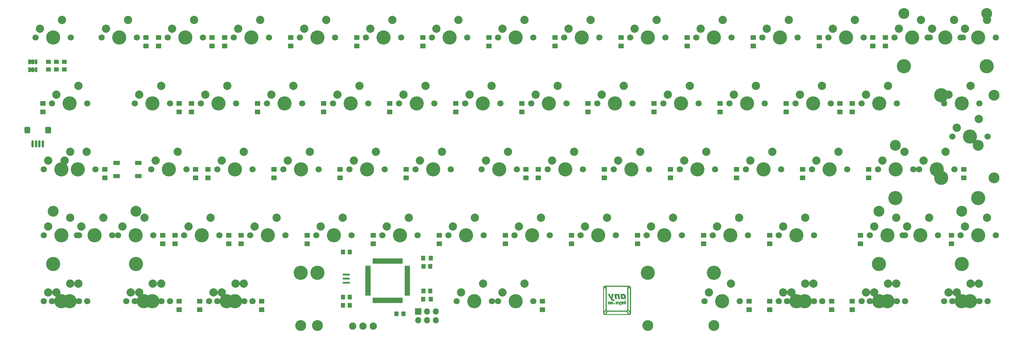
<source format=gbr>
G04 #@! TF.GenerationSoftware,KiCad,Pcbnew,(5.99.0-4079-gfad0916f0)*
G04 #@! TF.CreationDate,2020-12-09T17:53:41-05:00*
G04 #@! TF.ProjectId,plain60-c,706c6169-6e36-4302-9d63-2e6b69636164,rev?*
G04 #@! TF.SameCoordinates,Original*
G04 #@! TF.FileFunction,Soldermask,Bot*
G04 #@! TF.FilePolarity,Negative*
%FSLAX46Y46*%
G04 Gerber Fmt 4.6, Leading zero omitted, Abs format (unit mm)*
G04 Created by KiCad (PCBNEW (5.99.0-4079-gfad0916f0)) date 2020-12-09 17:53:41*
%MOMM*%
%LPD*%
G01*
G04 APERTURE LIST*
G04 Aperture macros list*
%AMRoundRect*
0 Rectangle with rounded corners*
0 $1 Rounding radius*
0 $2 $3 $4 $5 $6 $7 $8 $9 X,Y pos of 4 corners*
0 Add a 4 corners polygon primitive as box body*
4,1,4,$2,$3,$4,$5,$6,$7,$8,$9,$2,$3,0*
0 Add four circle primitives for the rounded corners*
1,1,$1+$1,$2,$3,0*
1,1,$1+$1,$4,$5,0*
1,1,$1+$1,$6,$7,0*
1,1,$1+$1,$8,$9,0*
0 Add four rect primitives between the rounded corners*
20,1,$1+$1,$2,$3,$4,$5,0*
20,1,$1+$1,$4,$5,$6,$7,0*
20,1,$1+$1,$6,$7,$8,$9,0*
20,1,$1+$1,$8,$9,$2,$3,0*%
G04 Aperture macros list end*
%ADD10C,0.050000*%
%ADD11C,2.388000*%
%ADD12C,1.803800*%
%ADD13C,4.089800*%
%ADD14C,3.150000*%
%ADD15RoundRect,0.051000X0.700000X-0.600000X0.700000X0.600000X-0.700000X0.600000X-0.700000X-0.600000X0*%
%ADD16RoundRect,0.051000X0.275000X-0.750000X0.275000X0.750000X-0.275000X0.750000X-0.275000X-0.750000X0*%
%ADD17RoundRect,0.051000X-0.750000X-0.275000X0.750000X-0.275000X0.750000X0.275000X-0.750000X0.275000X0*%
%ADD18RoundRect,0.051000X-1.000000X0.200000X-1.000000X-0.200000X1.000000X-0.200000X1.000000X0.200000X0*%
%ADD19RoundRect,0.051000X0.850000X0.500000X-0.850000X0.500000X-0.850000X-0.500000X0.850000X-0.500000X0*%
%ADD20RoundRect,0.051000X0.500000X0.650000X-0.500000X0.650000X-0.500000X-0.650000X0.500000X-0.650000X0*%
%ADD21C,2.102000*%
%ADD22RoundRect,0.051000X0.650000X-0.500000X0.650000X0.500000X-0.650000X0.500000X-0.650000X-0.500000X0*%
%ADD23RoundRect,0.051000X0.500000X0.625000X-0.500000X0.625000X-0.500000X-0.625000X0.500000X-0.625000X0*%
%ADD24RoundRect,0.051000X-0.650000X0.500000X-0.650000X-0.500000X0.650000X-0.500000X0.650000X0.500000X0*%
%ADD25RoundRect,0.051000X-0.500000X-0.625000X0.500000X-0.625000X0.500000X0.625000X-0.500000X0.625000X0*%
%ADD26RoundRect,0.051000X-0.500000X-0.650000X0.500000X-0.650000X0.500000X0.650000X-0.500000X0.650000X0*%
%ADD27RoundRect,0.051000X0.300000X0.600000X-0.300000X0.600000X-0.300000X-0.600000X0.300000X-0.600000X0*%
%ADD28RoundRect,0.051000X-0.850000X0.850000X-0.850000X-0.850000X0.850000X-0.850000X0.850000X0.850000X0*%
%ADD29O,1.802000X1.802000*%
%ADD30RoundRect,0.175500X-0.175500X-0.800500X0.175500X-0.800500X0.175500X0.800500X-0.175500X0.800500X0*%
%ADD31RoundRect,0.354016X-0.496984X-0.596984X0.496984X-0.596984X0.496984X0.596984X-0.496984X0.596984X0*%
G04 APERTURE END LIST*
G36*
X174309717Y-85530542D02*
G01*
X174339328Y-85530699D01*
X174450956Y-85531443D01*
X174546743Y-86007818D01*
X174548352Y-86015817D01*
X174558616Y-86066866D01*
X174568582Y-86116440D01*
X174578191Y-86164248D01*
X174587386Y-86209995D01*
X174596106Y-86253388D01*
X174604293Y-86294136D01*
X174611888Y-86331944D01*
X174618833Y-86366520D01*
X174625068Y-86397571D01*
X174630534Y-86424803D01*
X174635173Y-86447924D01*
X174638926Y-86466641D01*
X174641734Y-86480661D01*
X174643539Y-86489690D01*
X174644280Y-86493435D01*
X174646029Y-86502679D01*
X174421910Y-86502679D01*
X174411206Y-86446509D01*
X174407702Y-86428169D01*
X174404075Y-86409284D01*
X174400718Y-86391894D01*
X174397894Y-86377364D01*
X174395867Y-86367058D01*
X174391231Y-86343776D01*
X174325931Y-86287817D01*
X174324114Y-86286260D01*
X174305969Y-86270741D01*
X174291615Y-86258569D01*
X174280580Y-86249401D01*
X174272393Y-86242896D01*
X174266583Y-86238712D01*
X174262677Y-86236508D01*
X174260205Y-86235941D01*
X174258694Y-86236670D01*
X174257675Y-86238354D01*
X174257618Y-86238479D01*
X174255777Y-86242739D01*
X174251971Y-86251660D01*
X174246426Y-86264706D01*
X174239370Y-86281341D01*
X174231030Y-86301029D01*
X174221633Y-86323235D01*
X174211407Y-86347422D01*
X174200578Y-86373054D01*
X174146438Y-86501257D01*
X174033151Y-86502000D01*
X174023645Y-86502062D01*
X173996956Y-86502216D01*
X173975285Y-86502292D01*
X173958121Y-86502269D01*
X173944953Y-86502129D01*
X173935273Y-86501853D01*
X173928569Y-86501419D01*
X173924332Y-86500811D01*
X173922051Y-86500006D01*
X173921216Y-86498988D01*
X173921318Y-86497734D01*
X173921363Y-86497601D01*
X173923041Y-86493688D01*
X173926908Y-86485076D01*
X173932776Y-86472172D01*
X173940457Y-86455387D01*
X173949764Y-86435128D01*
X173960507Y-86411804D01*
X173972499Y-86385825D01*
X173985552Y-86357599D01*
X173999478Y-86327535D01*
X174014089Y-86296041D01*
X174016041Y-86291835D01*
X174030531Y-86260578D01*
X174044279Y-86230849D01*
X174057100Y-86203050D01*
X174068810Y-86177585D01*
X174079224Y-86154858D01*
X174088158Y-86135270D01*
X174095427Y-86119226D01*
X174100848Y-86107129D01*
X174104236Y-86099382D01*
X174105406Y-86096387D01*
X174103908Y-86094571D01*
X174098567Y-86089122D01*
X174089667Y-86080385D01*
X174077539Y-86068674D01*
X174062510Y-86054301D01*
X174044911Y-86037580D01*
X174025070Y-86018824D01*
X174003316Y-85998347D01*
X173979978Y-85976461D01*
X173955384Y-85953481D01*
X173934847Y-85934325D01*
X173911004Y-85912085D01*
X173888566Y-85891154D01*
X173867877Y-85871855D01*
X173849281Y-85854507D01*
X173833122Y-85839433D01*
X173819746Y-85826954D01*
X173809496Y-85817391D01*
X173802717Y-85811065D01*
X173799753Y-85808297D01*
X173799239Y-85807802D01*
X173798358Y-85806649D01*
X173798524Y-85805700D01*
X173800202Y-85804934D01*
X173803856Y-85804331D01*
X173809949Y-85803873D01*
X173818946Y-85803539D01*
X173831311Y-85803310D01*
X173847508Y-85803166D01*
X173868001Y-85803087D01*
X173893254Y-85803055D01*
X173923731Y-85803048D01*
X174053318Y-85803048D01*
X174192332Y-85932229D01*
X174204013Y-85943074D01*
X174227147Y-85964487D01*
X174248896Y-85984536D01*
X174268914Y-86002906D01*
X174286854Y-86019281D01*
X174302370Y-86033347D01*
X174315115Y-86044789D01*
X174324743Y-86053293D01*
X174330907Y-86058544D01*
X174333261Y-86060227D01*
X174333577Y-86059818D01*
X174333883Y-86055480D01*
X174332824Y-86048362D01*
X174332042Y-86044738D01*
X174329917Y-86034669D01*
X174326896Y-86020170D01*
X174323074Y-86001718D01*
X174318549Y-85979789D01*
X174313418Y-85954858D01*
X174307778Y-85927403D01*
X174301727Y-85897899D01*
X174295361Y-85866823D01*
X174288779Y-85834651D01*
X174282077Y-85801859D01*
X174275352Y-85768924D01*
X174268702Y-85736322D01*
X174262224Y-85704529D01*
X174256015Y-85674021D01*
X174250173Y-85645275D01*
X174244794Y-85618766D01*
X174239976Y-85594972D01*
X174235816Y-85574369D01*
X174232411Y-85557432D01*
X174229858Y-85544638D01*
X174228255Y-85536464D01*
X174227699Y-85533384D01*
X174228830Y-85532539D01*
X174232812Y-85531808D01*
X174240054Y-85531249D01*
X174250961Y-85530852D01*
X174265938Y-85530609D01*
X174285388Y-85530509D01*
X174309717Y-85530542D01*
G37*
D10*
X174309717Y-85530542D02*
X174339328Y-85530699D01*
X174450956Y-85531443D01*
X174546743Y-86007818D01*
X174548352Y-86015817D01*
X174558616Y-86066866D01*
X174568582Y-86116440D01*
X174578191Y-86164248D01*
X174587386Y-86209995D01*
X174596106Y-86253388D01*
X174604293Y-86294136D01*
X174611888Y-86331944D01*
X174618833Y-86366520D01*
X174625068Y-86397571D01*
X174630534Y-86424803D01*
X174635173Y-86447924D01*
X174638926Y-86466641D01*
X174641734Y-86480661D01*
X174643539Y-86489690D01*
X174644280Y-86493435D01*
X174646029Y-86502679D01*
X174421910Y-86502679D01*
X174411206Y-86446509D01*
X174407702Y-86428169D01*
X174404075Y-86409284D01*
X174400718Y-86391894D01*
X174397894Y-86377364D01*
X174395867Y-86367058D01*
X174391231Y-86343776D01*
X174325931Y-86287817D01*
X174324114Y-86286260D01*
X174305969Y-86270741D01*
X174291615Y-86258569D01*
X174280580Y-86249401D01*
X174272393Y-86242896D01*
X174266583Y-86238712D01*
X174262677Y-86236508D01*
X174260205Y-86235941D01*
X174258694Y-86236670D01*
X174257675Y-86238354D01*
X174257618Y-86238479D01*
X174255777Y-86242739D01*
X174251971Y-86251660D01*
X174246426Y-86264706D01*
X174239370Y-86281341D01*
X174231030Y-86301029D01*
X174221633Y-86323235D01*
X174211407Y-86347422D01*
X174200578Y-86373054D01*
X174146438Y-86501257D01*
X174033151Y-86502000D01*
X174023645Y-86502062D01*
X173996956Y-86502216D01*
X173975285Y-86502292D01*
X173958121Y-86502269D01*
X173944953Y-86502129D01*
X173935273Y-86501853D01*
X173928569Y-86501419D01*
X173924332Y-86500811D01*
X173922051Y-86500006D01*
X173921216Y-86498988D01*
X173921318Y-86497734D01*
X173921363Y-86497601D01*
X173923041Y-86493688D01*
X173926908Y-86485076D01*
X173932776Y-86472172D01*
X173940457Y-86455387D01*
X173949764Y-86435128D01*
X173960507Y-86411804D01*
X173972499Y-86385825D01*
X173985552Y-86357599D01*
X173999478Y-86327535D01*
X174014089Y-86296041D01*
X174016041Y-86291835D01*
X174030531Y-86260578D01*
X174044279Y-86230849D01*
X174057100Y-86203050D01*
X174068810Y-86177585D01*
X174079224Y-86154858D01*
X174088158Y-86135270D01*
X174095427Y-86119226D01*
X174100848Y-86107129D01*
X174104236Y-86099382D01*
X174105406Y-86096387D01*
X174103908Y-86094571D01*
X174098567Y-86089122D01*
X174089667Y-86080385D01*
X174077539Y-86068674D01*
X174062510Y-86054301D01*
X174044911Y-86037580D01*
X174025070Y-86018824D01*
X174003316Y-85998347D01*
X173979978Y-85976461D01*
X173955384Y-85953481D01*
X173934847Y-85934325D01*
X173911004Y-85912085D01*
X173888566Y-85891154D01*
X173867877Y-85871855D01*
X173849281Y-85854507D01*
X173833122Y-85839433D01*
X173819746Y-85826954D01*
X173809496Y-85817391D01*
X173802717Y-85811065D01*
X173799753Y-85808297D01*
X173799239Y-85807802D01*
X173798358Y-85806649D01*
X173798524Y-85805700D01*
X173800202Y-85804934D01*
X173803856Y-85804331D01*
X173809949Y-85803873D01*
X173818946Y-85803539D01*
X173831311Y-85803310D01*
X173847508Y-85803166D01*
X173868001Y-85803087D01*
X173893254Y-85803055D01*
X173923731Y-85803048D01*
X174053318Y-85803048D01*
X174192332Y-85932229D01*
X174204013Y-85943074D01*
X174227147Y-85964487D01*
X174248896Y-85984536D01*
X174268914Y-86002906D01*
X174286854Y-86019281D01*
X174302370Y-86033347D01*
X174315115Y-86044789D01*
X174324743Y-86053293D01*
X174330907Y-86058544D01*
X174333261Y-86060227D01*
X174333577Y-86059818D01*
X174333883Y-86055480D01*
X174332824Y-86048362D01*
X174332042Y-86044738D01*
X174329917Y-86034669D01*
X174326896Y-86020170D01*
X174323074Y-86001718D01*
X174318549Y-85979789D01*
X174313418Y-85954858D01*
X174307778Y-85927403D01*
X174301727Y-85897899D01*
X174295361Y-85866823D01*
X174288779Y-85834651D01*
X174282077Y-85801859D01*
X174275352Y-85768924D01*
X174268702Y-85736322D01*
X174262224Y-85704529D01*
X174256015Y-85674021D01*
X174250173Y-85645275D01*
X174244794Y-85618766D01*
X174239976Y-85594972D01*
X174235816Y-85574369D01*
X174232411Y-85557432D01*
X174229858Y-85544638D01*
X174228255Y-85536464D01*
X174227699Y-85533384D01*
X174228830Y-85532539D01*
X174232812Y-85531808D01*
X174240054Y-85531249D01*
X174250961Y-85530852D01*
X174265938Y-85530609D01*
X174285388Y-85530509D01*
X174309717Y-85530542D01*
G36*
X172024384Y-85788525D02*
G01*
X172065792Y-85794071D01*
X172104876Y-85803309D01*
X172141238Y-85816069D01*
X172174480Y-85832181D01*
X172204205Y-85851476D01*
X172230016Y-85873784D01*
X172251515Y-85898936D01*
X172268305Y-85926763D01*
X172278440Y-85950873D01*
X172286984Y-85982577D01*
X172290504Y-86014495D01*
X172288992Y-86045925D01*
X172282437Y-86076165D01*
X172270829Y-86104515D01*
X172266955Y-86111604D01*
X172253757Y-86131543D01*
X172237736Y-86149967D01*
X172218485Y-86167147D01*
X172195597Y-86183350D01*
X172168663Y-86198844D01*
X172137276Y-86213900D01*
X172101029Y-86228784D01*
X172059513Y-86243767D01*
X172037350Y-86251459D01*
X172013782Y-86260093D01*
X171994826Y-86267751D01*
X171979992Y-86274729D01*
X171968794Y-86281323D01*
X171960741Y-86287829D01*
X171955346Y-86294543D01*
X171952120Y-86301761D01*
X171950575Y-86309780D01*
X171950504Y-86317457D01*
X171954165Y-86329353D01*
X171962761Y-86338878D01*
X171976375Y-86346083D01*
X171995087Y-86351021D01*
X172018978Y-86353744D01*
X172040757Y-86354083D01*
X172077571Y-86350501D01*
X172114906Y-86342038D01*
X172151935Y-86329005D01*
X172187834Y-86311714D01*
X172221777Y-86290475D01*
X172252941Y-86265599D01*
X172253180Y-86265384D01*
X172260788Y-86258866D01*
X172266826Y-86254280D01*
X172270005Y-86252607D01*
X172270697Y-86253092D01*
X172274620Y-86257014D01*
X172281420Y-86264348D01*
X172290548Y-86274462D01*
X172301456Y-86286725D01*
X172313595Y-86300506D01*
X172326415Y-86315175D01*
X172339370Y-86330100D01*
X172351909Y-86344650D01*
X172363485Y-86358194D01*
X172373549Y-86370102D01*
X172381552Y-86379741D01*
X172386946Y-86386482D01*
X172389181Y-86389692D01*
X172389055Y-86391459D01*
X172385454Y-86396777D01*
X172378038Y-86404217D01*
X172367505Y-86413258D01*
X172354557Y-86423382D01*
X172339895Y-86434069D01*
X172324219Y-86444798D01*
X172308231Y-86455051D01*
X172292631Y-86464307D01*
X172278119Y-86472048D01*
X172250658Y-86484328D01*
X172214401Y-86497294D01*
X172177284Y-86507381D01*
X172141606Y-86513883D01*
X172139699Y-86514133D01*
X172127737Y-86515715D01*
X172117251Y-86517124D01*
X172110322Y-86518079D01*
X172109914Y-86518133D01*
X172102094Y-86518613D01*
X172089893Y-86518772D01*
X172074507Y-86518650D01*
X172057134Y-86518283D01*
X172038969Y-86517708D01*
X172021210Y-86516964D01*
X172005054Y-86516087D01*
X171991699Y-86515115D01*
X171982341Y-86514084D01*
X171961980Y-86510613D01*
X171919623Y-86500425D01*
X171881446Y-86486933D01*
X171847562Y-86470251D01*
X171818087Y-86450494D01*
X171793135Y-86427774D01*
X171772821Y-86402207D01*
X171757259Y-86373905D01*
X171746566Y-86342983D01*
X171740854Y-86309555D01*
X171740240Y-86273734D01*
X171740803Y-86265566D01*
X171744738Y-86238642D01*
X171751944Y-86213944D01*
X171762691Y-86191221D01*
X171777246Y-86170216D01*
X171795878Y-86150677D01*
X171818855Y-86132349D01*
X171846447Y-86114977D01*
X171878920Y-86098308D01*
X171916545Y-86082088D01*
X171959588Y-86066062D01*
X171985148Y-86056853D01*
X172011073Y-86046811D01*
X172033057Y-86037474D01*
X172050710Y-86029020D01*
X172063638Y-86021627D01*
X172071450Y-86015470D01*
X172074277Y-86011862D01*
X172078953Y-86000579D01*
X172079643Y-85988241D01*
X172076074Y-85977096D01*
X172073495Y-85973381D01*
X172062739Y-85964146D01*
X172047657Y-85957372D01*
X172028925Y-85953231D01*
X172007215Y-85951893D01*
X171983204Y-85953530D01*
X171973062Y-85955114D01*
X171949998Y-85960280D01*
X171925466Y-85967485D01*
X171901688Y-85976041D01*
X171880890Y-85985258D01*
X171874317Y-85988780D01*
X171862180Y-85995847D01*
X171848186Y-86004432D01*
X171833971Y-86013504D01*
X171821170Y-86022035D01*
X171811420Y-86028993D01*
X171811217Y-86029123D01*
X171808068Y-86028578D01*
X171802501Y-86024559D01*
X171794134Y-86016746D01*
X171782587Y-86004819D01*
X171773082Y-85994714D01*
X171751566Y-85971764D01*
X171733676Y-85952544D01*
X171719178Y-85936796D01*
X171707838Y-85924261D01*
X171699424Y-85914677D01*
X171693703Y-85907787D01*
X171690441Y-85903330D01*
X171689406Y-85901046D01*
X171691199Y-85897113D01*
X171697220Y-85890453D01*
X171706732Y-85882037D01*
X171718957Y-85872424D01*
X171733116Y-85862175D01*
X171748431Y-85851851D01*
X171764123Y-85842013D01*
X171779415Y-85833221D01*
X171793529Y-85826036D01*
X171819693Y-85814758D01*
X171847840Y-85805015D01*
X171876910Y-85797645D01*
X171908448Y-85792264D01*
X171943998Y-85788485D01*
X171981048Y-85786839D01*
X172024384Y-85788525D01*
G37*
X172024384Y-85788525D02*
X172065792Y-85794071D01*
X172104876Y-85803309D01*
X172141238Y-85816069D01*
X172174480Y-85832181D01*
X172204205Y-85851476D01*
X172230016Y-85873784D01*
X172251515Y-85898936D01*
X172268305Y-85926763D01*
X172278440Y-85950873D01*
X172286984Y-85982577D01*
X172290504Y-86014495D01*
X172288992Y-86045925D01*
X172282437Y-86076165D01*
X172270829Y-86104515D01*
X172266955Y-86111604D01*
X172253757Y-86131543D01*
X172237736Y-86149967D01*
X172218485Y-86167147D01*
X172195597Y-86183350D01*
X172168663Y-86198844D01*
X172137276Y-86213900D01*
X172101029Y-86228784D01*
X172059513Y-86243767D01*
X172037350Y-86251459D01*
X172013782Y-86260093D01*
X171994826Y-86267751D01*
X171979992Y-86274729D01*
X171968794Y-86281323D01*
X171960741Y-86287829D01*
X171955346Y-86294543D01*
X171952120Y-86301761D01*
X171950575Y-86309780D01*
X171950504Y-86317457D01*
X171954165Y-86329353D01*
X171962761Y-86338878D01*
X171976375Y-86346083D01*
X171995087Y-86351021D01*
X172018978Y-86353744D01*
X172040757Y-86354083D01*
X172077571Y-86350501D01*
X172114906Y-86342038D01*
X172151935Y-86329005D01*
X172187834Y-86311714D01*
X172221777Y-86290475D01*
X172252941Y-86265599D01*
X172253180Y-86265384D01*
X172260788Y-86258866D01*
X172266826Y-86254280D01*
X172270005Y-86252607D01*
X172270697Y-86253092D01*
X172274620Y-86257014D01*
X172281420Y-86264348D01*
X172290548Y-86274462D01*
X172301456Y-86286725D01*
X172313595Y-86300506D01*
X172326415Y-86315175D01*
X172339370Y-86330100D01*
X172351909Y-86344650D01*
X172363485Y-86358194D01*
X172373549Y-86370102D01*
X172381552Y-86379741D01*
X172386946Y-86386482D01*
X172389181Y-86389692D01*
X172389055Y-86391459D01*
X172385454Y-86396777D01*
X172378038Y-86404217D01*
X172367505Y-86413258D01*
X172354557Y-86423382D01*
X172339895Y-86434069D01*
X172324219Y-86444798D01*
X172308231Y-86455051D01*
X172292631Y-86464307D01*
X172278119Y-86472048D01*
X172250658Y-86484328D01*
X172214401Y-86497294D01*
X172177284Y-86507381D01*
X172141606Y-86513883D01*
X172139699Y-86514133D01*
X172127737Y-86515715D01*
X172117251Y-86517124D01*
X172110322Y-86518079D01*
X172109914Y-86518133D01*
X172102094Y-86518613D01*
X172089893Y-86518772D01*
X172074507Y-86518650D01*
X172057134Y-86518283D01*
X172038969Y-86517708D01*
X172021210Y-86516964D01*
X172005054Y-86516087D01*
X171991699Y-86515115D01*
X171982341Y-86514084D01*
X171961980Y-86510613D01*
X171919623Y-86500425D01*
X171881446Y-86486933D01*
X171847562Y-86470251D01*
X171818087Y-86450494D01*
X171793135Y-86427774D01*
X171772821Y-86402207D01*
X171757259Y-86373905D01*
X171746566Y-86342983D01*
X171740854Y-86309555D01*
X171740240Y-86273734D01*
X171740803Y-86265566D01*
X171744738Y-86238642D01*
X171751944Y-86213944D01*
X171762691Y-86191221D01*
X171777246Y-86170216D01*
X171795878Y-86150677D01*
X171818855Y-86132349D01*
X171846447Y-86114977D01*
X171878920Y-86098308D01*
X171916545Y-86082088D01*
X171959588Y-86066062D01*
X171985148Y-86056853D01*
X172011073Y-86046811D01*
X172033057Y-86037474D01*
X172050710Y-86029020D01*
X172063638Y-86021627D01*
X172071450Y-86015470D01*
X172074277Y-86011862D01*
X172078953Y-86000579D01*
X172079643Y-85988241D01*
X172076074Y-85977096D01*
X172073495Y-85973381D01*
X172062739Y-85964146D01*
X172047657Y-85957372D01*
X172028925Y-85953231D01*
X172007215Y-85951893D01*
X171983204Y-85953530D01*
X171973062Y-85955114D01*
X171949998Y-85960280D01*
X171925466Y-85967485D01*
X171901688Y-85976041D01*
X171880890Y-85985258D01*
X171874317Y-85988780D01*
X171862180Y-85995847D01*
X171848186Y-86004432D01*
X171833971Y-86013504D01*
X171821170Y-86022035D01*
X171811420Y-86028993D01*
X171811217Y-86029123D01*
X171808068Y-86028578D01*
X171802501Y-86024559D01*
X171794134Y-86016746D01*
X171782587Y-86004819D01*
X171773082Y-85994714D01*
X171751566Y-85971764D01*
X171733676Y-85952544D01*
X171719178Y-85936796D01*
X171707838Y-85924261D01*
X171699424Y-85914677D01*
X171693703Y-85907787D01*
X171690441Y-85903330D01*
X171689406Y-85901046D01*
X171691199Y-85897113D01*
X171697220Y-85890453D01*
X171706732Y-85882037D01*
X171718957Y-85872424D01*
X171733116Y-85862175D01*
X171748431Y-85851851D01*
X171764123Y-85842013D01*
X171779415Y-85833221D01*
X171793529Y-85826036D01*
X171819693Y-85814758D01*
X171847840Y-85805015D01*
X171876910Y-85797645D01*
X171908448Y-85792264D01*
X171943998Y-85788485D01*
X171981048Y-85786839D01*
X172024384Y-85788525D01*
G36*
X174587218Y-84488573D02*
G01*
X174585640Y-84553042D01*
X174580009Y-84614459D01*
X174570371Y-84672626D01*
X174556768Y-84727345D01*
X174539243Y-84778419D01*
X174517839Y-84825648D01*
X174492600Y-84868836D01*
X174480886Y-84885741D01*
X174450334Y-84923162D01*
X174416447Y-84955976D01*
X174379227Y-84984180D01*
X174338676Y-85007775D01*
X174294796Y-85026759D01*
X174247588Y-85041131D01*
X174197056Y-85050889D01*
X174178282Y-85052838D01*
X174154175Y-85054008D01*
X174127689Y-85054242D01*
X174100429Y-85053580D01*
X174073998Y-85052064D01*
X174050000Y-85049735D01*
X174030040Y-85046632D01*
X173993318Y-85037877D01*
X173941874Y-85020886D01*
X173890735Y-84998556D01*
X173840257Y-84971087D01*
X173790796Y-84938679D01*
X173742708Y-84901530D01*
X173696348Y-84859839D01*
X173691480Y-84855190D01*
X173680822Y-84845437D01*
X173671627Y-84837588D01*
X173664745Y-84832353D01*
X173661027Y-84830439D01*
X173660556Y-84830461D01*
X173659297Y-84831029D01*
X173658296Y-84832789D01*
X173657524Y-84836301D01*
X173656951Y-84842128D01*
X173656549Y-84850833D01*
X173656286Y-84862977D01*
X173656136Y-84879122D01*
X173656067Y-84899831D01*
X173656050Y-84925666D01*
X173656050Y-85020941D01*
X173280747Y-85020941D01*
X173279208Y-85014542D01*
X173278929Y-85013212D01*
X173277598Y-85006671D01*
X173275229Y-84994929D01*
X173271868Y-84978222D01*
X173267562Y-84956785D01*
X173262358Y-84930855D01*
X173256305Y-84900668D01*
X173249448Y-84866458D01*
X173241835Y-84828463D01*
X173233514Y-84786917D01*
X173224532Y-84742057D01*
X173214936Y-84694119D01*
X173204772Y-84643338D01*
X173194089Y-84589950D01*
X173182934Y-84534190D01*
X173171353Y-84476296D01*
X173159395Y-84416502D01*
X173147106Y-84355044D01*
X173134533Y-84292159D01*
X173081647Y-84027612D01*
X173538563Y-84027612D01*
X173586030Y-84251961D01*
X173592969Y-84284701D01*
X173601177Y-84323228D01*
X173608377Y-84356747D01*
X173614644Y-84385583D01*
X173620052Y-84410057D01*
X173624676Y-84430491D01*
X173628589Y-84447207D01*
X173631867Y-84460529D01*
X173634583Y-84470777D01*
X173636812Y-84478274D01*
X173638628Y-84483344D01*
X173640106Y-84486306D01*
X173647681Y-84497004D01*
X173659791Y-84512524D01*
X173673898Y-84529373D01*
X173688816Y-84546141D01*
X173703357Y-84561420D01*
X173729025Y-84585602D01*
X173766195Y-84615077D01*
X173804561Y-84639273D01*
X173843915Y-84658061D01*
X173884051Y-84671317D01*
X173886250Y-84671868D01*
X173906091Y-84675641D01*
X173927562Y-84677945D01*
X173948903Y-84678709D01*
X173968354Y-84677862D01*
X173984154Y-84675334D01*
X174007889Y-84666932D01*
X174031303Y-84653067D01*
X174051837Y-84634584D01*
X174069233Y-84611772D01*
X174083231Y-84584916D01*
X174093574Y-84554302D01*
X174096703Y-84541249D01*
X174100150Y-84524975D01*
X174102863Y-84510219D01*
X174103304Y-84507230D01*
X174104683Y-84492965D01*
X174105657Y-84474667D01*
X174106226Y-84453630D01*
X174106390Y-84431146D01*
X174106146Y-84408508D01*
X174105495Y-84387008D01*
X174104435Y-84367939D01*
X174102966Y-84352595D01*
X174102288Y-84347436D01*
X174091998Y-84288242D01*
X174077565Y-84232444D01*
X174059057Y-84180191D01*
X174036543Y-84131633D01*
X174010092Y-84086919D01*
X173979772Y-84046198D01*
X173945652Y-84009622D01*
X173920802Y-83987805D01*
X173884888Y-83962508D01*
X173846478Y-83942271D01*
X173805362Y-83926969D01*
X173796048Y-83924267D01*
X173786680Y-83922017D01*
X173777405Y-83920539D01*
X173766777Y-83919671D01*
X173753351Y-83919249D01*
X173735683Y-83919111D01*
X173726476Y-83919097D01*
X173711800Y-83919207D01*
X173700721Y-83919648D01*
X173691849Y-83920600D01*
X173683795Y-83922243D01*
X173675170Y-83924757D01*
X173664582Y-83928323D01*
X173641222Y-83937318D01*
X173615782Y-83950125D01*
X173593240Y-83965478D01*
X173572084Y-83984293D01*
X173564499Y-83992098D01*
X173555342Y-84002241D01*
X173548099Y-84011085D01*
X173543883Y-84017329D01*
X173538563Y-84027612D01*
X173081647Y-84027612D01*
X172991397Y-83576175D01*
X173362283Y-83576175D01*
X173394350Y-83648836D01*
X173399239Y-83659872D01*
X173408462Y-83680362D01*
X173415834Y-83696172D01*
X173421557Y-83707703D01*
X173425838Y-83715356D01*
X173428879Y-83719533D01*
X173430886Y-83720636D01*
X173431056Y-83720593D01*
X173434938Y-83717657D01*
X173440598Y-83711286D01*
X173446873Y-83702781D01*
X173458929Y-83686303D01*
X173486097Y-83656178D01*
X173517752Y-83628945D01*
X173553459Y-83604917D01*
X173592780Y-83584406D01*
X173635279Y-83567725D01*
X173642771Y-83565309D01*
X173684805Y-83554401D01*
X173730073Y-83546658D01*
X173777263Y-83542168D01*
X173825064Y-83541017D01*
X173872164Y-83543292D01*
X173917252Y-83549079D01*
X173944423Y-83554443D01*
X174000804Y-83569767D01*
X174055993Y-83590399D01*
X174109759Y-83616126D01*
X174161870Y-83646734D01*
X174212098Y-83682009D01*
X174260211Y-83721738D01*
X174305979Y-83765706D01*
X174349171Y-83813701D01*
X174389558Y-83865508D01*
X174426908Y-83920914D01*
X174460992Y-83979704D01*
X174491578Y-84041667D01*
X174518436Y-84106586D01*
X174535345Y-84155072D01*
X174554822Y-84223550D01*
X174569640Y-84293661D01*
X174579947Y-84366131D01*
X174585059Y-84431146D01*
X174585887Y-84441688D01*
X174587218Y-84488573D01*
G37*
X174587218Y-84488573D02*
X174585640Y-84553042D01*
X174580009Y-84614459D01*
X174570371Y-84672626D01*
X174556768Y-84727345D01*
X174539243Y-84778419D01*
X174517839Y-84825648D01*
X174492600Y-84868836D01*
X174480886Y-84885741D01*
X174450334Y-84923162D01*
X174416447Y-84955976D01*
X174379227Y-84984180D01*
X174338676Y-85007775D01*
X174294796Y-85026759D01*
X174247588Y-85041131D01*
X174197056Y-85050889D01*
X174178282Y-85052838D01*
X174154175Y-85054008D01*
X174127689Y-85054242D01*
X174100429Y-85053580D01*
X174073998Y-85052064D01*
X174050000Y-85049735D01*
X174030040Y-85046632D01*
X173993318Y-85037877D01*
X173941874Y-85020886D01*
X173890735Y-84998556D01*
X173840257Y-84971087D01*
X173790796Y-84938679D01*
X173742708Y-84901530D01*
X173696348Y-84859839D01*
X173691480Y-84855190D01*
X173680822Y-84845437D01*
X173671627Y-84837588D01*
X173664745Y-84832353D01*
X173661027Y-84830439D01*
X173660556Y-84830461D01*
X173659297Y-84831029D01*
X173658296Y-84832789D01*
X173657524Y-84836301D01*
X173656951Y-84842128D01*
X173656549Y-84850833D01*
X173656286Y-84862977D01*
X173656136Y-84879122D01*
X173656067Y-84899831D01*
X173656050Y-84925666D01*
X173656050Y-85020941D01*
X173280747Y-85020941D01*
X173279208Y-85014542D01*
X173278929Y-85013212D01*
X173277598Y-85006671D01*
X173275229Y-84994929D01*
X173271868Y-84978222D01*
X173267562Y-84956785D01*
X173262358Y-84930855D01*
X173256305Y-84900668D01*
X173249448Y-84866458D01*
X173241835Y-84828463D01*
X173233514Y-84786917D01*
X173224532Y-84742057D01*
X173214936Y-84694119D01*
X173204772Y-84643338D01*
X173194089Y-84589950D01*
X173182934Y-84534190D01*
X173171353Y-84476296D01*
X173159395Y-84416502D01*
X173147106Y-84355044D01*
X173134533Y-84292159D01*
X173081647Y-84027612D01*
X173538563Y-84027612D01*
X173586030Y-84251961D01*
X173592969Y-84284701D01*
X173601177Y-84323228D01*
X173608377Y-84356747D01*
X173614644Y-84385583D01*
X173620052Y-84410057D01*
X173624676Y-84430491D01*
X173628589Y-84447207D01*
X173631867Y-84460529D01*
X173634583Y-84470777D01*
X173636812Y-84478274D01*
X173638628Y-84483344D01*
X173640106Y-84486306D01*
X173647681Y-84497004D01*
X173659791Y-84512524D01*
X173673898Y-84529373D01*
X173688816Y-84546141D01*
X173703357Y-84561420D01*
X173729025Y-84585602D01*
X173766195Y-84615077D01*
X173804561Y-84639273D01*
X173843915Y-84658061D01*
X173884051Y-84671317D01*
X173886250Y-84671868D01*
X173906091Y-84675641D01*
X173927562Y-84677945D01*
X173948903Y-84678709D01*
X173968354Y-84677862D01*
X173984154Y-84675334D01*
X174007889Y-84666932D01*
X174031303Y-84653067D01*
X174051837Y-84634584D01*
X174069233Y-84611772D01*
X174083231Y-84584916D01*
X174093574Y-84554302D01*
X174096703Y-84541249D01*
X174100150Y-84524975D01*
X174102863Y-84510219D01*
X174103304Y-84507230D01*
X174104683Y-84492965D01*
X174105657Y-84474667D01*
X174106226Y-84453630D01*
X174106390Y-84431146D01*
X174106146Y-84408508D01*
X174105495Y-84387008D01*
X174104435Y-84367939D01*
X174102966Y-84352595D01*
X174102288Y-84347436D01*
X174091998Y-84288242D01*
X174077565Y-84232444D01*
X174059057Y-84180191D01*
X174036543Y-84131633D01*
X174010092Y-84086919D01*
X173979772Y-84046198D01*
X173945652Y-84009622D01*
X173920802Y-83987805D01*
X173884888Y-83962508D01*
X173846478Y-83942271D01*
X173805362Y-83926969D01*
X173796048Y-83924267D01*
X173786680Y-83922017D01*
X173777405Y-83920539D01*
X173766777Y-83919671D01*
X173753351Y-83919249D01*
X173735683Y-83919111D01*
X173726476Y-83919097D01*
X173711800Y-83919207D01*
X173700721Y-83919648D01*
X173691849Y-83920600D01*
X173683795Y-83922243D01*
X173675170Y-83924757D01*
X173664582Y-83928323D01*
X173641222Y-83937318D01*
X173615782Y-83950125D01*
X173593240Y-83965478D01*
X173572084Y-83984293D01*
X173564499Y-83992098D01*
X173555342Y-84002241D01*
X173548099Y-84011085D01*
X173543883Y-84017329D01*
X173538563Y-84027612D01*
X173081647Y-84027612D01*
X172991397Y-83576175D01*
X173362283Y-83576175D01*
X173394350Y-83648836D01*
X173399239Y-83659872D01*
X173408462Y-83680362D01*
X173415834Y-83696172D01*
X173421557Y-83707703D01*
X173425838Y-83715356D01*
X173428879Y-83719533D01*
X173430886Y-83720636D01*
X173431056Y-83720593D01*
X173434938Y-83717657D01*
X173440598Y-83711286D01*
X173446873Y-83702781D01*
X173458929Y-83686303D01*
X173486097Y-83656178D01*
X173517752Y-83628945D01*
X173553459Y-83604917D01*
X173592780Y-83584406D01*
X173635279Y-83567725D01*
X173642771Y-83565309D01*
X173684805Y-83554401D01*
X173730073Y-83546658D01*
X173777263Y-83542168D01*
X173825064Y-83541017D01*
X173872164Y-83543292D01*
X173917252Y-83549079D01*
X173944423Y-83554443D01*
X174000804Y-83569767D01*
X174055993Y-83590399D01*
X174109759Y-83616126D01*
X174161870Y-83646734D01*
X174212098Y-83682009D01*
X174260211Y-83721738D01*
X174305979Y-83765706D01*
X174349171Y-83813701D01*
X174389558Y-83865508D01*
X174426908Y-83920914D01*
X174460992Y-83979704D01*
X174491578Y-84041667D01*
X174518436Y-84106586D01*
X174535345Y-84155072D01*
X174554822Y-84223550D01*
X174569640Y-84293661D01*
X174579947Y-84366131D01*
X174585059Y-84431146D01*
X174585887Y-84441688D01*
X174587218Y-84488573D01*
G36*
X171318260Y-86176430D02*
G01*
X171324177Y-86176846D01*
X171356950Y-86182240D01*
X171387173Y-86192584D01*
X171414536Y-86207678D01*
X171438728Y-86227317D01*
X171459438Y-86251299D01*
X171476354Y-86279422D01*
X171481355Y-86290124D01*
X171490546Y-86315638D01*
X171495727Y-86341742D01*
X171497385Y-86370545D01*
X171497331Y-86376063D01*
X171494497Y-86405525D01*
X171487213Y-86431825D01*
X171475271Y-86455532D01*
X171458465Y-86477210D01*
X171448363Y-86486775D01*
X171429847Y-86499984D01*
X171409482Y-86510403D01*
X171389361Y-86516835D01*
X171380295Y-86518011D01*
X171365780Y-86518545D01*
X171349053Y-86518200D01*
X171331958Y-86517066D01*
X171316339Y-86515229D01*
X171304040Y-86512777D01*
X171292927Y-86509324D01*
X171265036Y-86496737D01*
X171239367Y-86479531D01*
X171216566Y-86458366D01*
X171197277Y-86433900D01*
X171182146Y-86406792D01*
X171171818Y-86377703D01*
X171167173Y-86354400D01*
X171165195Y-86324595D01*
X171167641Y-86295987D01*
X171174297Y-86269168D01*
X171184952Y-86244727D01*
X171199393Y-86223253D01*
X171217409Y-86205336D01*
X171238786Y-86191566D01*
X171255735Y-86184085D01*
X171274709Y-86178604D01*
X171294883Y-86176180D01*
X171318260Y-86176430D01*
G37*
X171318260Y-86176430D02*
X171324177Y-86176846D01*
X171356950Y-86182240D01*
X171387173Y-86192584D01*
X171414536Y-86207678D01*
X171438728Y-86227317D01*
X171459438Y-86251299D01*
X171476354Y-86279422D01*
X171481355Y-86290124D01*
X171490546Y-86315638D01*
X171495727Y-86341742D01*
X171497385Y-86370545D01*
X171497331Y-86376063D01*
X171494497Y-86405525D01*
X171487213Y-86431825D01*
X171475271Y-86455532D01*
X171458465Y-86477210D01*
X171448363Y-86486775D01*
X171429847Y-86499984D01*
X171409482Y-86510403D01*
X171389361Y-86516835D01*
X171380295Y-86518011D01*
X171365780Y-86518545D01*
X171349053Y-86518200D01*
X171331958Y-86517066D01*
X171316339Y-86515229D01*
X171304040Y-86512777D01*
X171292927Y-86509324D01*
X171265036Y-86496737D01*
X171239367Y-86479531D01*
X171216566Y-86458366D01*
X171197277Y-86433900D01*
X171182146Y-86406792D01*
X171171818Y-86377703D01*
X171167173Y-86354400D01*
X171165195Y-86324595D01*
X171167641Y-86295987D01*
X171174297Y-86269168D01*
X171184952Y-86244727D01*
X171199393Y-86223253D01*
X171217409Y-86205336D01*
X171238786Y-86191566D01*
X171255735Y-86184085D01*
X171274709Y-86178604D01*
X171294883Y-86176180D01*
X171318260Y-86176430D01*
G36*
X173854736Y-86122570D02*
G01*
X173856436Y-86132366D01*
X173857658Y-86142418D01*
X173858475Y-86153810D01*
X173858960Y-86167630D01*
X173859187Y-86184965D01*
X173859229Y-86206900D01*
X173859180Y-86222827D01*
X173858972Y-86241452D01*
X173858539Y-86256160D01*
X173857808Y-86267993D01*
X173856709Y-86277993D01*
X173855171Y-86287200D01*
X173853124Y-86296656D01*
X173852596Y-86298879D01*
X173840369Y-86339273D01*
X173824084Y-86375686D01*
X173803773Y-86408089D01*
X173779470Y-86436456D01*
X173751205Y-86460759D01*
X173719010Y-86480970D01*
X173682918Y-86497061D01*
X173642961Y-86509005D01*
X173599170Y-86516774D01*
X173586896Y-86517786D01*
X173569345Y-86518375D01*
X173548694Y-86518467D01*
X173526276Y-86518097D01*
X173503424Y-86517301D01*
X173481471Y-86516114D01*
X173461749Y-86514571D01*
X173445592Y-86512708D01*
X173431574Y-86510505D01*
X173389966Y-86501967D01*
X173349181Y-86490745D01*
X173310792Y-86477309D01*
X173276373Y-86462130D01*
X173270978Y-86459378D01*
X173260327Y-86453679D01*
X173249112Y-86447426D01*
X173238448Y-86441267D01*
X173229450Y-86435851D01*
X173223234Y-86431828D01*
X173220914Y-86429846D01*
X173222068Y-86426862D01*
X173225437Y-86419637D01*
X173230629Y-86408970D01*
X173237245Y-86395638D01*
X173244891Y-86380416D01*
X173253170Y-86364080D01*
X173261686Y-86347406D01*
X173270042Y-86331169D01*
X173277843Y-86316144D01*
X173284692Y-86303108D01*
X173290193Y-86292837D01*
X173293950Y-86286105D01*
X173295566Y-86283688D01*
X173297221Y-86284276D01*
X173303074Y-86287146D01*
X173311924Y-86291863D01*
X173322610Y-86297821D01*
X173345348Y-86309975D01*
X173384121Y-86327103D01*
X173422004Y-86339289D01*
X173458709Y-86346485D01*
X173493946Y-86348641D01*
X173527424Y-86345709D01*
X173558855Y-86337641D01*
X173568921Y-86333484D01*
X173589039Y-86320890D01*
X173606154Y-86303988D01*
X173619834Y-86283369D01*
X173629644Y-86259627D01*
X173635153Y-86233351D01*
X173636925Y-86218276D01*
X173187409Y-86218276D01*
X173181472Y-86196235D01*
X173180698Y-86193317D01*
X173173386Y-86160415D01*
X173168067Y-86125938D01*
X173164831Y-86091230D01*
X173163764Y-86057633D01*
X173163778Y-86057251D01*
X173366540Y-86057251D01*
X173367141Y-86068680D01*
X173369061Y-86078919D01*
X173614006Y-86078919D01*
X173612046Y-86071098D01*
X173607196Y-86058849D01*
X173598401Y-86044213D01*
X173586688Y-86028591D01*
X173572998Y-86013051D01*
X173558273Y-85998659D01*
X173543457Y-85986484D01*
X173529491Y-85977592D01*
X173514867Y-85970699D01*
X173489844Y-85962272D01*
X173465848Y-85958331D01*
X173443385Y-85958789D01*
X173422963Y-85963562D01*
X173405089Y-85972564D01*
X173390271Y-85985710D01*
X173379016Y-86002914D01*
X173375278Y-86012062D01*
X173370972Y-86026928D01*
X173367938Y-86042663D01*
X173366540Y-86057251D01*
X173163778Y-86057251D01*
X173164956Y-86026491D01*
X173168495Y-85999145D01*
X173169577Y-85993730D01*
X173179853Y-85957236D01*
X173194693Y-85923286D01*
X173213782Y-85892401D01*
X173236807Y-85865104D01*
X173263452Y-85841915D01*
X173284446Y-85828094D01*
X173317312Y-85811855D01*
X173353154Y-85799635D01*
X173391335Y-85791456D01*
X173431214Y-85787341D01*
X173472155Y-85787313D01*
X173513516Y-85791396D01*
X173554661Y-85799612D01*
X173594950Y-85811985D01*
X173633745Y-85828538D01*
X173667347Y-85846949D01*
X173706609Y-85873990D01*
X173741757Y-85904916D01*
X173772712Y-85939625D01*
X173799392Y-85978010D01*
X173821717Y-86019966D01*
X173839607Y-86065389D01*
X173843316Y-86078919D01*
X173852980Y-86114173D01*
X173854736Y-86122570D01*
G37*
X173854736Y-86122570D02*
X173856436Y-86132366D01*
X173857658Y-86142418D01*
X173858475Y-86153810D01*
X173858960Y-86167630D01*
X173859187Y-86184965D01*
X173859229Y-86206900D01*
X173859180Y-86222827D01*
X173858972Y-86241452D01*
X173858539Y-86256160D01*
X173857808Y-86267993D01*
X173856709Y-86277993D01*
X173855171Y-86287200D01*
X173853124Y-86296656D01*
X173852596Y-86298879D01*
X173840369Y-86339273D01*
X173824084Y-86375686D01*
X173803773Y-86408089D01*
X173779470Y-86436456D01*
X173751205Y-86460759D01*
X173719010Y-86480970D01*
X173682918Y-86497061D01*
X173642961Y-86509005D01*
X173599170Y-86516774D01*
X173586896Y-86517786D01*
X173569345Y-86518375D01*
X173548694Y-86518467D01*
X173526276Y-86518097D01*
X173503424Y-86517301D01*
X173481471Y-86516114D01*
X173461749Y-86514571D01*
X173445592Y-86512708D01*
X173431574Y-86510505D01*
X173389966Y-86501967D01*
X173349181Y-86490745D01*
X173310792Y-86477309D01*
X173276373Y-86462130D01*
X173270978Y-86459378D01*
X173260327Y-86453679D01*
X173249112Y-86447426D01*
X173238448Y-86441267D01*
X173229450Y-86435851D01*
X173223234Y-86431828D01*
X173220914Y-86429846D01*
X173222068Y-86426862D01*
X173225437Y-86419637D01*
X173230629Y-86408970D01*
X173237245Y-86395638D01*
X173244891Y-86380416D01*
X173253170Y-86364080D01*
X173261686Y-86347406D01*
X173270042Y-86331169D01*
X173277843Y-86316144D01*
X173284692Y-86303108D01*
X173290193Y-86292837D01*
X173293950Y-86286105D01*
X173295566Y-86283688D01*
X173297221Y-86284276D01*
X173303074Y-86287146D01*
X173311924Y-86291863D01*
X173322610Y-86297821D01*
X173345348Y-86309975D01*
X173384121Y-86327103D01*
X173422004Y-86339289D01*
X173458709Y-86346485D01*
X173493946Y-86348641D01*
X173527424Y-86345709D01*
X173558855Y-86337641D01*
X173568921Y-86333484D01*
X173589039Y-86320890D01*
X173606154Y-86303988D01*
X173619834Y-86283369D01*
X173629644Y-86259627D01*
X173635153Y-86233351D01*
X173636925Y-86218276D01*
X173187409Y-86218276D01*
X173181472Y-86196235D01*
X173180698Y-86193317D01*
X173173386Y-86160415D01*
X173168067Y-86125938D01*
X173164831Y-86091230D01*
X173163764Y-86057633D01*
X173163778Y-86057251D01*
X173366540Y-86057251D01*
X173367141Y-86068680D01*
X173369061Y-86078919D01*
X173614006Y-86078919D01*
X173612046Y-86071098D01*
X173607196Y-86058849D01*
X173598401Y-86044213D01*
X173586688Y-86028591D01*
X173572998Y-86013051D01*
X173558273Y-85998659D01*
X173543457Y-85986484D01*
X173529491Y-85977592D01*
X173514867Y-85970699D01*
X173489844Y-85962272D01*
X173465848Y-85958331D01*
X173443385Y-85958789D01*
X173422963Y-85963562D01*
X173405089Y-85972564D01*
X173390271Y-85985710D01*
X173379016Y-86002914D01*
X173375278Y-86012062D01*
X173370972Y-86026928D01*
X173367938Y-86042663D01*
X173366540Y-86057251D01*
X173163778Y-86057251D01*
X173164956Y-86026491D01*
X173168495Y-85999145D01*
X173169577Y-85993730D01*
X173179853Y-85957236D01*
X173194693Y-85923286D01*
X173213782Y-85892401D01*
X173236807Y-85865104D01*
X173263452Y-85841915D01*
X173284446Y-85828094D01*
X173317312Y-85811855D01*
X173353154Y-85799635D01*
X173391335Y-85791456D01*
X173431214Y-85787341D01*
X173472155Y-85787313D01*
X173513516Y-85791396D01*
X173554661Y-85799612D01*
X173594950Y-85811985D01*
X173633745Y-85828538D01*
X173667347Y-85846949D01*
X173706609Y-85873990D01*
X173741757Y-85904916D01*
X173772712Y-85939625D01*
X173799392Y-85978010D01*
X173821717Y-86019966D01*
X173839607Y-86065389D01*
X173843316Y-86078919D01*
X173852980Y-86114173D01*
X173854736Y-86122570D01*
G36*
X170812298Y-83576176D02*
G01*
X170850506Y-83576189D01*
X170883577Y-83576221D01*
X170911874Y-83576281D01*
X170935766Y-83576377D01*
X170955617Y-83576518D01*
X170971794Y-83576712D01*
X170984663Y-83576968D01*
X170994590Y-83577292D01*
X171001942Y-83577694D01*
X171007084Y-83578181D01*
X171010384Y-83578762D01*
X171012206Y-83579446D01*
X171012917Y-83580240D01*
X171012883Y-83581152D01*
X171012128Y-83584361D01*
X171010212Y-83592864D01*
X171007207Y-83606345D01*
X171003176Y-83624522D01*
X170998179Y-83647108D01*
X170992281Y-83673820D01*
X170985543Y-83704372D01*
X170978029Y-83738480D01*
X170969800Y-83775859D01*
X170960918Y-83816224D01*
X170951447Y-83859290D01*
X170941449Y-83904774D01*
X170930986Y-83952390D01*
X170920120Y-84001853D01*
X170908915Y-84052879D01*
X170897432Y-84105183D01*
X170885734Y-84158480D01*
X170873884Y-84212485D01*
X170861944Y-84266915D01*
X170849976Y-84321483D01*
X170838042Y-84375906D01*
X170826206Y-84429898D01*
X170814530Y-84483175D01*
X170803075Y-84535453D01*
X170791905Y-84586446D01*
X170781083Y-84635870D01*
X170770669Y-84683439D01*
X170760728Y-84728870D01*
X170751321Y-84771878D01*
X170742511Y-84812177D01*
X170734359Y-84849483D01*
X170726930Y-84883512D01*
X170720285Y-84913979D01*
X170714486Y-84940598D01*
X170709597Y-84963086D01*
X170705678Y-84981157D01*
X170702794Y-84994527D01*
X170701006Y-85002911D01*
X170700377Y-85006024D01*
X170701511Y-85009668D01*
X170705171Y-85017431D01*
X170710909Y-85028350D01*
X170718266Y-85041554D01*
X170726784Y-85056169D01*
X170747223Y-85088007D01*
X170772026Y-85120126D01*
X170798401Y-85147239D01*
X170826873Y-85169696D01*
X170857965Y-85187845D01*
X170892202Y-85202038D01*
X170930107Y-85212623D01*
X170972206Y-85219951D01*
X170990362Y-85221782D01*
X171030364Y-85222467D01*
X171072081Y-85219067D01*
X171114215Y-85211778D01*
X171155469Y-85200795D01*
X171194545Y-85186316D01*
X171196494Y-85185490D01*
X171205947Y-85181884D01*
X171213070Y-85179808D01*
X171216446Y-85179690D01*
X171216718Y-85180191D01*
X171218809Y-85184906D01*
X171222720Y-85194104D01*
X171228219Y-85207219D01*
X171235074Y-85223684D01*
X171243051Y-85242935D01*
X171251919Y-85264404D01*
X171261444Y-85287527D01*
X171271395Y-85311736D01*
X171281538Y-85336465D01*
X171291642Y-85361150D01*
X171301474Y-85385223D01*
X171310800Y-85408118D01*
X171319390Y-85429270D01*
X171327009Y-85448113D01*
X171333427Y-85464080D01*
X171338409Y-85476605D01*
X171343702Y-85490023D01*
X171326226Y-85500266D01*
X171305343Y-85511310D01*
X171274347Y-85524600D01*
X171239688Y-85536572D01*
X171202480Y-85546890D01*
X171163835Y-85555216D01*
X171124867Y-85561214D01*
X171116413Y-85561961D01*
X171100707Y-85562652D01*
X171081262Y-85562976D01*
X171059194Y-85562959D01*
X171035621Y-85562626D01*
X171011662Y-85562000D01*
X170988434Y-85561105D01*
X170967056Y-85559967D01*
X170948644Y-85558610D01*
X170934317Y-85557058D01*
X170908933Y-85553204D01*
X170846620Y-85540513D01*
X170786821Y-85523501D01*
X170729371Y-85502046D01*
X170674106Y-85476028D01*
X170620859Y-85445328D01*
X170569465Y-85409825D01*
X170519758Y-85369398D01*
X170471574Y-85323927D01*
X170424745Y-85273291D01*
X170379108Y-85217372D01*
X170334496Y-85156047D01*
X170290743Y-85089197D01*
X170287779Y-85084255D01*
X170281954Y-85074295D01*
X170273547Y-85059781D01*
X170262677Y-85040919D01*
X170249459Y-85017914D01*
X170234012Y-84990972D01*
X170216453Y-84960300D01*
X170196900Y-84926101D01*
X170175469Y-84888583D01*
X170152278Y-84847951D01*
X170127445Y-84804411D01*
X170101086Y-84758168D01*
X170073320Y-84709429D01*
X170044263Y-84658398D01*
X170014034Y-84605282D01*
X169982748Y-84550286D01*
X169950524Y-84493617D01*
X169917480Y-84435479D01*
X169883731Y-84376079D01*
X169849397Y-84315622D01*
X169848501Y-84314043D01*
X169814451Y-84254076D01*
X169781129Y-84195391D01*
X169748646Y-84138183D01*
X169717110Y-84082643D01*
X169686631Y-84028965D01*
X169657319Y-83977342D01*
X169629282Y-83927965D01*
X169602630Y-83881029D01*
X169577474Y-83836726D01*
X169553921Y-83795248D01*
X169532082Y-83756788D01*
X169512067Y-83721540D01*
X169493984Y-83689696D01*
X169477944Y-83661448D01*
X169464055Y-83636990D01*
X169452427Y-83616515D01*
X169443170Y-83600214D01*
X169436392Y-83588282D01*
X169432205Y-83580910D01*
X169430716Y-83578292D01*
X169431504Y-83578107D01*
X169437119Y-83577804D01*
X169447770Y-83577534D01*
X169463042Y-83577299D01*
X169482518Y-83577103D01*
X169505783Y-83576948D01*
X169532421Y-83576836D01*
X169562015Y-83576769D01*
X169594150Y-83576751D01*
X169628409Y-83576784D01*
X169664378Y-83576870D01*
X169899284Y-83577597D01*
X170043113Y-83856312D01*
X170066456Y-83901573D01*
X170097147Y-83961178D01*
X170125476Y-84016330D01*
X170151613Y-84067369D01*
X170175723Y-84114636D01*
X170197976Y-84158468D01*
X170218539Y-84199207D01*
X170237581Y-84237192D01*
X170255268Y-84272762D01*
X170271770Y-84306258D01*
X170287254Y-84338019D01*
X170301887Y-84368385D01*
X170315839Y-84397695D01*
X170329277Y-84426289D01*
X170342368Y-84454507D01*
X170355281Y-84482688D01*
X170368183Y-84511173D01*
X170381243Y-84540300D01*
X170383888Y-84546210D01*
X170392201Y-84564504D01*
X170398716Y-84578242D01*
X170403726Y-84587972D01*
X170407530Y-84594244D01*
X170410421Y-84597604D01*
X170412696Y-84598603D01*
X170413103Y-84598594D01*
X170417177Y-84596526D01*
X170418916Y-84590071D01*
X170419248Y-84586547D01*
X170420873Y-84570263D01*
X170423043Y-84549574D01*
X170425649Y-84525455D01*
X170428579Y-84498883D01*
X170431724Y-84470836D01*
X170434973Y-84442289D01*
X170438217Y-84414220D01*
X170441345Y-84387604D01*
X170444248Y-84363419D01*
X170446815Y-84342640D01*
X170449360Y-84322563D01*
X170452042Y-84301762D01*
X170454692Y-84281682D01*
X170457380Y-84261871D01*
X170460173Y-84241876D01*
X170463143Y-84221245D01*
X170466358Y-84199526D01*
X170469888Y-84176267D01*
X170473802Y-84151016D01*
X170478170Y-84123320D01*
X170483062Y-84092727D01*
X170488546Y-84058785D01*
X170494692Y-84021043D01*
X170501570Y-83979047D01*
X170509249Y-83932345D01*
X170517798Y-83880486D01*
X170519212Y-83871919D01*
X170525542Y-83833555D01*
X170531644Y-83796564D01*
X170537450Y-83761371D01*
X170542889Y-83728397D01*
X170547891Y-83698068D01*
X170552386Y-83670808D01*
X170556305Y-83647040D01*
X170559577Y-83627189D01*
X170562132Y-83611678D01*
X170563902Y-83600931D01*
X170564814Y-83595373D01*
X170567951Y-83576175D01*
X170791142Y-83576175D01*
X170812298Y-83576176D01*
G37*
X170812298Y-83576176D02*
X170850506Y-83576189D01*
X170883577Y-83576221D01*
X170911874Y-83576281D01*
X170935766Y-83576377D01*
X170955617Y-83576518D01*
X170971794Y-83576712D01*
X170984663Y-83576968D01*
X170994590Y-83577292D01*
X171001942Y-83577694D01*
X171007084Y-83578181D01*
X171010384Y-83578762D01*
X171012206Y-83579446D01*
X171012917Y-83580240D01*
X171012883Y-83581152D01*
X171012128Y-83584361D01*
X171010212Y-83592864D01*
X171007207Y-83606345D01*
X171003176Y-83624522D01*
X170998179Y-83647108D01*
X170992281Y-83673820D01*
X170985543Y-83704372D01*
X170978029Y-83738480D01*
X170969800Y-83775859D01*
X170960918Y-83816224D01*
X170951447Y-83859290D01*
X170941449Y-83904774D01*
X170930986Y-83952390D01*
X170920120Y-84001853D01*
X170908915Y-84052879D01*
X170897432Y-84105183D01*
X170885734Y-84158480D01*
X170873884Y-84212485D01*
X170861944Y-84266915D01*
X170849976Y-84321483D01*
X170838042Y-84375906D01*
X170826206Y-84429898D01*
X170814530Y-84483175D01*
X170803075Y-84535453D01*
X170791905Y-84586446D01*
X170781083Y-84635870D01*
X170770669Y-84683439D01*
X170760728Y-84728870D01*
X170751321Y-84771878D01*
X170742511Y-84812177D01*
X170734359Y-84849483D01*
X170726930Y-84883512D01*
X170720285Y-84913979D01*
X170714486Y-84940598D01*
X170709597Y-84963086D01*
X170705678Y-84981157D01*
X170702794Y-84994527D01*
X170701006Y-85002911D01*
X170700377Y-85006024D01*
X170701511Y-85009668D01*
X170705171Y-85017431D01*
X170710909Y-85028350D01*
X170718266Y-85041554D01*
X170726784Y-85056169D01*
X170747223Y-85088007D01*
X170772026Y-85120126D01*
X170798401Y-85147239D01*
X170826873Y-85169696D01*
X170857965Y-85187845D01*
X170892202Y-85202038D01*
X170930107Y-85212623D01*
X170972206Y-85219951D01*
X170990362Y-85221782D01*
X171030364Y-85222467D01*
X171072081Y-85219067D01*
X171114215Y-85211778D01*
X171155469Y-85200795D01*
X171194545Y-85186316D01*
X171196494Y-85185490D01*
X171205947Y-85181884D01*
X171213070Y-85179808D01*
X171216446Y-85179690D01*
X171216718Y-85180191D01*
X171218809Y-85184906D01*
X171222720Y-85194104D01*
X171228219Y-85207219D01*
X171235074Y-85223684D01*
X171243051Y-85242935D01*
X171251919Y-85264404D01*
X171261444Y-85287527D01*
X171271395Y-85311736D01*
X171281538Y-85336465D01*
X171291642Y-85361150D01*
X171301474Y-85385223D01*
X171310800Y-85408118D01*
X171319390Y-85429270D01*
X171327009Y-85448113D01*
X171333427Y-85464080D01*
X171338409Y-85476605D01*
X171343702Y-85490023D01*
X171326226Y-85500266D01*
X171305343Y-85511310D01*
X171274347Y-85524600D01*
X171239688Y-85536572D01*
X171202480Y-85546890D01*
X171163835Y-85555216D01*
X171124867Y-85561214D01*
X171116413Y-85561961D01*
X171100707Y-85562652D01*
X171081262Y-85562976D01*
X171059194Y-85562959D01*
X171035621Y-85562626D01*
X171011662Y-85562000D01*
X170988434Y-85561105D01*
X170967056Y-85559967D01*
X170948644Y-85558610D01*
X170934317Y-85557058D01*
X170908933Y-85553204D01*
X170846620Y-85540513D01*
X170786821Y-85523501D01*
X170729371Y-85502046D01*
X170674106Y-85476028D01*
X170620859Y-85445328D01*
X170569465Y-85409825D01*
X170519758Y-85369398D01*
X170471574Y-85323927D01*
X170424745Y-85273291D01*
X170379108Y-85217372D01*
X170334496Y-85156047D01*
X170290743Y-85089197D01*
X170287779Y-85084255D01*
X170281954Y-85074295D01*
X170273547Y-85059781D01*
X170262677Y-85040919D01*
X170249459Y-85017914D01*
X170234012Y-84990972D01*
X170216453Y-84960300D01*
X170196900Y-84926101D01*
X170175469Y-84888583D01*
X170152278Y-84847951D01*
X170127445Y-84804411D01*
X170101086Y-84758168D01*
X170073320Y-84709429D01*
X170044263Y-84658398D01*
X170014034Y-84605282D01*
X169982748Y-84550286D01*
X169950524Y-84493617D01*
X169917480Y-84435479D01*
X169883731Y-84376079D01*
X169849397Y-84315622D01*
X169848501Y-84314043D01*
X169814451Y-84254076D01*
X169781129Y-84195391D01*
X169748646Y-84138183D01*
X169717110Y-84082643D01*
X169686631Y-84028965D01*
X169657319Y-83977342D01*
X169629282Y-83927965D01*
X169602630Y-83881029D01*
X169577474Y-83836726D01*
X169553921Y-83795248D01*
X169532082Y-83756788D01*
X169512067Y-83721540D01*
X169493984Y-83689696D01*
X169477944Y-83661448D01*
X169464055Y-83636990D01*
X169452427Y-83616515D01*
X169443170Y-83600214D01*
X169436392Y-83588282D01*
X169432205Y-83580910D01*
X169430716Y-83578292D01*
X169431504Y-83578107D01*
X169437119Y-83577804D01*
X169447770Y-83577534D01*
X169463042Y-83577299D01*
X169482518Y-83577103D01*
X169505783Y-83576948D01*
X169532421Y-83576836D01*
X169562015Y-83576769D01*
X169594150Y-83576751D01*
X169628409Y-83576784D01*
X169664378Y-83576870D01*
X169899284Y-83577597D01*
X170043113Y-83856312D01*
X170066456Y-83901573D01*
X170097147Y-83961178D01*
X170125476Y-84016330D01*
X170151613Y-84067369D01*
X170175723Y-84114636D01*
X170197976Y-84158468D01*
X170218539Y-84199207D01*
X170237581Y-84237192D01*
X170255268Y-84272762D01*
X170271770Y-84306258D01*
X170287254Y-84338019D01*
X170301887Y-84368385D01*
X170315839Y-84397695D01*
X170329277Y-84426289D01*
X170342368Y-84454507D01*
X170355281Y-84482688D01*
X170368183Y-84511173D01*
X170381243Y-84540300D01*
X170383888Y-84546210D01*
X170392201Y-84564504D01*
X170398716Y-84578242D01*
X170403726Y-84587972D01*
X170407530Y-84594244D01*
X170410421Y-84597604D01*
X170412696Y-84598603D01*
X170413103Y-84598594D01*
X170417177Y-84596526D01*
X170418916Y-84590071D01*
X170419248Y-84586547D01*
X170420873Y-84570263D01*
X170423043Y-84549574D01*
X170425649Y-84525455D01*
X170428579Y-84498883D01*
X170431724Y-84470836D01*
X170434973Y-84442289D01*
X170438217Y-84414220D01*
X170441345Y-84387604D01*
X170444248Y-84363419D01*
X170446815Y-84342640D01*
X170449360Y-84322563D01*
X170452042Y-84301762D01*
X170454692Y-84281682D01*
X170457380Y-84261871D01*
X170460173Y-84241876D01*
X170463143Y-84221245D01*
X170466358Y-84199526D01*
X170469888Y-84176267D01*
X170473802Y-84151016D01*
X170478170Y-84123320D01*
X170483062Y-84092727D01*
X170488546Y-84058785D01*
X170494692Y-84021043D01*
X170501570Y-83979047D01*
X170509249Y-83932345D01*
X170517798Y-83880486D01*
X170519212Y-83871919D01*
X170525542Y-83833555D01*
X170531644Y-83796564D01*
X170537450Y-83761371D01*
X170542889Y-83728397D01*
X170547891Y-83698068D01*
X170552386Y-83670808D01*
X170556305Y-83647040D01*
X170559577Y-83627189D01*
X170562132Y-83611678D01*
X170563902Y-83600931D01*
X170564814Y-83595373D01*
X170567951Y-83576175D01*
X170791142Y-83576175D01*
X170812298Y-83576176D01*
G36*
X171770137Y-83554044D02*
G01*
X171811460Y-83560533D01*
X171853369Y-83570977D01*
X171905535Y-83588421D01*
X171958609Y-83610839D01*
X172012150Y-83637987D01*
X172065713Y-83669617D01*
X172118858Y-83705485D01*
X172171142Y-83745343D01*
X172222122Y-83788946D01*
X172226379Y-83792758D01*
X172237196Y-83802094D01*
X172246482Y-83809617D01*
X172253362Y-83814637D01*
X172256961Y-83816464D01*
X172257066Y-83816465D01*
X172258275Y-83816551D01*
X172259263Y-83816427D01*
X172260030Y-83815595D01*
X172260577Y-83813559D01*
X172260905Y-83809820D01*
X172261015Y-83803881D01*
X172260906Y-83795244D01*
X172260580Y-83783412D01*
X172260037Y-83767886D01*
X172259278Y-83748169D01*
X172258304Y-83723763D01*
X172257114Y-83694171D01*
X172257108Y-83694019D01*
X172256157Y-83670264D01*
X172255279Y-83648311D01*
X172254502Y-83628806D01*
X172253849Y-83612396D01*
X172253348Y-83599729D01*
X172253023Y-83591452D01*
X172252901Y-83588211D01*
X172253396Y-83588055D01*
X172258409Y-83587714D01*
X172268443Y-83587414D01*
X172283028Y-83587160D01*
X172301695Y-83586955D01*
X172323975Y-83586802D01*
X172349398Y-83586706D01*
X172377494Y-83586669D01*
X172407795Y-83586695D01*
X172439830Y-83586789D01*
X172626812Y-83587520D01*
X172768223Y-84308481D01*
X172776572Y-84351047D01*
X172788750Y-84413136D01*
X172800608Y-84473600D01*
X172812103Y-84532207D01*
X172823187Y-84588724D01*
X172833815Y-84642918D01*
X172843941Y-84694557D01*
X172853521Y-84743407D01*
X172862507Y-84789236D01*
X172870855Y-84831811D01*
X172878519Y-84870900D01*
X172885453Y-84906269D01*
X172891612Y-84937685D01*
X172896950Y-84964917D01*
X172901421Y-84987731D01*
X172904980Y-85005894D01*
X172907581Y-85019174D01*
X172909178Y-85027338D01*
X172909726Y-85030153D01*
X172909059Y-85030207D01*
X172903668Y-85030314D01*
X172893217Y-85030416D01*
X172878127Y-85030510D01*
X172858820Y-85030596D01*
X172835718Y-85030673D01*
X172809242Y-85030738D01*
X172779814Y-85030791D01*
X172747855Y-85030831D01*
X172713786Y-85030855D01*
X172678030Y-85030864D01*
X172660350Y-85030862D01*
X172625363Y-85030844D01*
X172592269Y-85030810D01*
X172561488Y-85030760D01*
X172533443Y-85030697D01*
X172508556Y-85030622D01*
X172487247Y-85030535D01*
X172469940Y-85030439D01*
X172457056Y-85030335D01*
X172449016Y-85030223D01*
X172446242Y-85030106D01*
X172446145Y-85029572D01*
X172445168Y-85024469D01*
X172443188Y-85014212D01*
X172440262Y-84999104D01*
X172436451Y-84979445D01*
X172431811Y-84955538D01*
X172426402Y-84927684D01*
X172420283Y-84896184D01*
X172413512Y-84861342D01*
X172406147Y-84823458D01*
X172398248Y-84782834D01*
X172389873Y-84739771D01*
X172381080Y-84694572D01*
X172371929Y-84647539D01*
X172362477Y-84598972D01*
X172278713Y-84168595D01*
X172257505Y-84142496D01*
X172247635Y-84130611D01*
X172212693Y-84092291D01*
X172175833Y-84057260D01*
X172137752Y-84026102D01*
X172099146Y-83999401D01*
X172060710Y-83977737D01*
X172036961Y-83966896D01*
X172004874Y-83955377D01*
X171974170Y-83947936D01*
X171945214Y-83944528D01*
X171918372Y-83945109D01*
X171894008Y-83949634D01*
X171872488Y-83958057D01*
X171854176Y-83970334D01*
X171839438Y-83986420D01*
X171828639Y-84006270D01*
X171826177Y-84012885D01*
X171824359Y-84019493D01*
X171823184Y-84026980D01*
X171822526Y-84036549D01*
X171822257Y-84049402D01*
X171822250Y-84066739D01*
X171822432Y-84110821D01*
X171914947Y-84570842D01*
X172007462Y-85030864D01*
X171776265Y-85030864D01*
X171747449Y-85030862D01*
X171709364Y-85030846D01*
X171676356Y-85030810D01*
X171648061Y-85030745D01*
X171624114Y-85030643D01*
X171604151Y-85030496D01*
X171587807Y-85030297D01*
X171574718Y-85030038D01*
X171564519Y-85029711D01*
X171556847Y-85029309D01*
X171551335Y-85028822D01*
X171547621Y-85028245D01*
X171545339Y-85027568D01*
X171544125Y-85026785D01*
X171543615Y-85025887D01*
X171543489Y-85025408D01*
X171542293Y-85020014D01*
X171540087Y-85009476D01*
X171536939Y-84994151D01*
X171532922Y-84974394D01*
X171528105Y-84950559D01*
X171522559Y-84923003D01*
X171516355Y-84892080D01*
X171509562Y-84858146D01*
X171502251Y-84821556D01*
X171494493Y-84782666D01*
X171486357Y-84741830D01*
X171477915Y-84699405D01*
X171469237Y-84655746D01*
X171460394Y-84611207D01*
X171451455Y-84566145D01*
X171442491Y-84520915D01*
X171433573Y-84475871D01*
X171424770Y-84431370D01*
X171416154Y-84387767D01*
X171407796Y-84345417D01*
X171399764Y-84304675D01*
X171392130Y-84265897D01*
X171384964Y-84229438D01*
X171378337Y-84195653D01*
X171372319Y-84164898D01*
X171366981Y-84137529D01*
X171362392Y-84113899D01*
X171358624Y-84094366D01*
X171355746Y-84079284D01*
X171353830Y-84069008D01*
X171352945Y-84063895D01*
X171347516Y-84019782D01*
X171343362Y-83961869D01*
X171343108Y-83907718D01*
X171346747Y-83857409D01*
X171354272Y-83811027D01*
X171365677Y-83768652D01*
X171380954Y-83730367D01*
X171397942Y-83699281D01*
X171421689Y-83666495D01*
X171449550Y-83637604D01*
X171481438Y-83612684D01*
X171517266Y-83591811D01*
X171556948Y-83575063D01*
X171559483Y-83574181D01*
X171597732Y-83563395D01*
X171639248Y-83555913D01*
X171682705Y-83551810D01*
X171726777Y-83551162D01*
X171770137Y-83554044D01*
G37*
X171770137Y-83554044D02*
X171811460Y-83560533D01*
X171853369Y-83570977D01*
X171905535Y-83588421D01*
X171958609Y-83610839D01*
X172012150Y-83637987D01*
X172065713Y-83669617D01*
X172118858Y-83705485D01*
X172171142Y-83745343D01*
X172222122Y-83788946D01*
X172226379Y-83792758D01*
X172237196Y-83802094D01*
X172246482Y-83809617D01*
X172253362Y-83814637D01*
X172256961Y-83816464D01*
X172257066Y-83816465D01*
X172258275Y-83816551D01*
X172259263Y-83816427D01*
X172260030Y-83815595D01*
X172260577Y-83813559D01*
X172260905Y-83809820D01*
X172261015Y-83803881D01*
X172260906Y-83795244D01*
X172260580Y-83783412D01*
X172260037Y-83767886D01*
X172259278Y-83748169D01*
X172258304Y-83723763D01*
X172257114Y-83694171D01*
X172257108Y-83694019D01*
X172256157Y-83670264D01*
X172255279Y-83648311D01*
X172254502Y-83628806D01*
X172253849Y-83612396D01*
X172253348Y-83599729D01*
X172253023Y-83591452D01*
X172252901Y-83588211D01*
X172253396Y-83588055D01*
X172258409Y-83587714D01*
X172268443Y-83587414D01*
X172283028Y-83587160D01*
X172301695Y-83586955D01*
X172323975Y-83586802D01*
X172349398Y-83586706D01*
X172377494Y-83586669D01*
X172407795Y-83586695D01*
X172439830Y-83586789D01*
X172626812Y-83587520D01*
X172768223Y-84308481D01*
X172776572Y-84351047D01*
X172788750Y-84413136D01*
X172800608Y-84473600D01*
X172812103Y-84532207D01*
X172823187Y-84588724D01*
X172833815Y-84642918D01*
X172843941Y-84694557D01*
X172853521Y-84743407D01*
X172862507Y-84789236D01*
X172870855Y-84831811D01*
X172878519Y-84870900D01*
X172885453Y-84906269D01*
X172891612Y-84937685D01*
X172896950Y-84964917D01*
X172901421Y-84987731D01*
X172904980Y-85005894D01*
X172907581Y-85019174D01*
X172909178Y-85027338D01*
X172909726Y-85030153D01*
X172909059Y-85030207D01*
X172903668Y-85030314D01*
X172893217Y-85030416D01*
X172878127Y-85030510D01*
X172858820Y-85030596D01*
X172835718Y-85030673D01*
X172809242Y-85030738D01*
X172779814Y-85030791D01*
X172747855Y-85030831D01*
X172713786Y-85030855D01*
X172678030Y-85030864D01*
X172660350Y-85030862D01*
X172625363Y-85030844D01*
X172592269Y-85030810D01*
X172561488Y-85030760D01*
X172533443Y-85030697D01*
X172508556Y-85030622D01*
X172487247Y-85030535D01*
X172469940Y-85030439D01*
X172457056Y-85030335D01*
X172449016Y-85030223D01*
X172446242Y-85030106D01*
X172446145Y-85029572D01*
X172445168Y-85024469D01*
X172443188Y-85014212D01*
X172440262Y-84999104D01*
X172436451Y-84979445D01*
X172431811Y-84955538D01*
X172426402Y-84927684D01*
X172420283Y-84896184D01*
X172413512Y-84861342D01*
X172406147Y-84823458D01*
X172398248Y-84782834D01*
X172389873Y-84739771D01*
X172381080Y-84694572D01*
X172371929Y-84647539D01*
X172362477Y-84598972D01*
X172278713Y-84168595D01*
X172257505Y-84142496D01*
X172247635Y-84130611D01*
X172212693Y-84092291D01*
X172175833Y-84057260D01*
X172137752Y-84026102D01*
X172099146Y-83999401D01*
X172060710Y-83977737D01*
X172036961Y-83966896D01*
X172004874Y-83955377D01*
X171974170Y-83947936D01*
X171945214Y-83944528D01*
X171918372Y-83945109D01*
X171894008Y-83949634D01*
X171872488Y-83958057D01*
X171854176Y-83970334D01*
X171839438Y-83986420D01*
X171828639Y-84006270D01*
X171826177Y-84012885D01*
X171824359Y-84019493D01*
X171823184Y-84026980D01*
X171822526Y-84036549D01*
X171822257Y-84049402D01*
X171822250Y-84066739D01*
X171822432Y-84110821D01*
X171914947Y-84570842D01*
X172007462Y-85030864D01*
X171776265Y-85030864D01*
X171747449Y-85030862D01*
X171709364Y-85030846D01*
X171676356Y-85030810D01*
X171648061Y-85030745D01*
X171624114Y-85030643D01*
X171604151Y-85030496D01*
X171587807Y-85030297D01*
X171574718Y-85030038D01*
X171564519Y-85029711D01*
X171556847Y-85029309D01*
X171551335Y-85028822D01*
X171547621Y-85028245D01*
X171545339Y-85027568D01*
X171544125Y-85026785D01*
X171543615Y-85025887D01*
X171543489Y-85025408D01*
X171542293Y-85020014D01*
X171540087Y-85009476D01*
X171536939Y-84994151D01*
X171532922Y-84974394D01*
X171528105Y-84950559D01*
X171522559Y-84923003D01*
X171516355Y-84892080D01*
X171509562Y-84858146D01*
X171502251Y-84821556D01*
X171494493Y-84782666D01*
X171486357Y-84741830D01*
X171477915Y-84699405D01*
X171469237Y-84655746D01*
X171460394Y-84611207D01*
X171451455Y-84566145D01*
X171442491Y-84520915D01*
X171433573Y-84475871D01*
X171424770Y-84431370D01*
X171416154Y-84387767D01*
X171407796Y-84345417D01*
X171399764Y-84304675D01*
X171392130Y-84265897D01*
X171384964Y-84229438D01*
X171378337Y-84195653D01*
X171372319Y-84164898D01*
X171366981Y-84137529D01*
X171362392Y-84113899D01*
X171358624Y-84094366D01*
X171355746Y-84079284D01*
X171353830Y-84069008D01*
X171352945Y-84063895D01*
X171347516Y-84019782D01*
X171343362Y-83961869D01*
X171343108Y-83907718D01*
X171346747Y-83857409D01*
X171354272Y-83811027D01*
X171365677Y-83768652D01*
X171380954Y-83730367D01*
X171397942Y-83699281D01*
X171421689Y-83666495D01*
X171449550Y-83637604D01*
X171481438Y-83612684D01*
X171517266Y-83591811D01*
X171556948Y-83575063D01*
X171559483Y-83574181D01*
X171597732Y-83563395D01*
X171639248Y-83555913D01*
X171682705Y-83551810D01*
X171726777Y-83551162D01*
X171770137Y-83554044D01*
G36*
X176059409Y-85544924D02*
G01*
X176059405Y-85671104D01*
X176059397Y-85797035D01*
X176059386Y-85922589D01*
X176059371Y-86047635D01*
X176059354Y-86172044D01*
X176059333Y-86295687D01*
X176059309Y-86418434D01*
X176059281Y-86540155D01*
X176059252Y-86660722D01*
X176059218Y-86780004D01*
X176059181Y-86897872D01*
X176059140Y-87014196D01*
X176059097Y-87128848D01*
X176059050Y-87241697D01*
X176058999Y-87352614D01*
X176058946Y-87461469D01*
X176058889Y-87568133D01*
X176058829Y-87672477D01*
X176058766Y-87774370D01*
X176058700Y-87873684D01*
X176058630Y-87970289D01*
X176058557Y-88064055D01*
X176058481Y-88154853D01*
X176058401Y-88242553D01*
X176058319Y-88327026D01*
X176058233Y-88408142D01*
X176058143Y-88485772D01*
X176058051Y-88559786D01*
X176057955Y-88630055D01*
X176057856Y-88696449D01*
X176057754Y-88758839D01*
X176057648Y-88817094D01*
X176057540Y-88871087D01*
X176057428Y-88920687D01*
X176057312Y-88965764D01*
X176057194Y-89006189D01*
X176057072Y-89041833D01*
X176056947Y-89072566D01*
X176056819Y-89098258D01*
X176056687Y-89118781D01*
X176056552Y-89134003D01*
X176056444Y-89141658D01*
X176056414Y-89143797D01*
X176056273Y-89148033D01*
X176054699Y-89161871D01*
X176045633Y-89214151D01*
X176031991Y-89264591D01*
X176030992Y-89267611D01*
X176022730Y-89289426D01*
X176011979Y-89313911D01*
X175999557Y-89339448D01*
X175986281Y-89364421D01*
X175972969Y-89387211D01*
X175972016Y-89388654D01*
X175960437Y-89406202D01*
X175953269Y-89415790D01*
X175937412Y-89435195D01*
X175919260Y-89455636D01*
X175900167Y-89475665D01*
X175881488Y-89493836D01*
X175864576Y-89508699D01*
X175845917Y-89523239D01*
X175801957Y-89552642D01*
X175755184Y-89577757D01*
X175706381Y-89598236D01*
X175656328Y-89613730D01*
X175605806Y-89623893D01*
X175605448Y-89623939D01*
X175603028Y-89624124D01*
X175599026Y-89624303D01*
X175593357Y-89624476D01*
X175585935Y-89624642D01*
X175576674Y-89624803D01*
X175565490Y-89624958D01*
X175552296Y-89625108D01*
X175537008Y-89625251D01*
X175519538Y-89625389D01*
X175499803Y-89625522D01*
X175477716Y-89625649D01*
X175453191Y-89625771D01*
X175426144Y-89625887D01*
X175396489Y-89625998D01*
X175364139Y-89626104D01*
X175329011Y-89626206D01*
X175291017Y-89626302D01*
X175250073Y-89626393D01*
X175206092Y-89626480D01*
X175158990Y-89626561D01*
X175108681Y-89626639D01*
X175055080Y-89626711D01*
X174998100Y-89626779D01*
X174937656Y-89626843D01*
X174873663Y-89626903D01*
X174806035Y-89626958D01*
X174734686Y-89627009D01*
X174659532Y-89627056D01*
X174580486Y-89627099D01*
X174497462Y-89627139D01*
X174410377Y-89627174D01*
X174319143Y-89627206D01*
X174223675Y-89627234D01*
X174123888Y-89627258D01*
X174019696Y-89627279D01*
X173911014Y-89627297D01*
X173797756Y-89627311D01*
X173679837Y-89627322D01*
X173557170Y-89627330D01*
X173429671Y-89627334D01*
X173297254Y-89627336D01*
X173159833Y-89627335D01*
X173017322Y-89627331D01*
X172869638Y-89627324D01*
X172716692Y-89627314D01*
X172558401Y-89627302D01*
X172394679Y-89627288D01*
X172225439Y-89627270D01*
X172050597Y-89627251D01*
X168521160Y-89626842D01*
X168490032Y-89620233D01*
X168446077Y-89609078D01*
X168393780Y-89590718D01*
X168344261Y-89567561D01*
X168297765Y-89539811D01*
X168254538Y-89507676D01*
X168214823Y-89471362D01*
X168178866Y-89431075D01*
X168149636Y-89390776D01*
X168812673Y-89390776D01*
X168812875Y-89390792D01*
X168817198Y-89390852D01*
X168827066Y-89390911D01*
X168842366Y-89390970D01*
X168862987Y-89391027D01*
X168888815Y-89391084D01*
X168919738Y-89391141D01*
X168955642Y-89391196D01*
X168996416Y-89391250D01*
X169041947Y-89391304D01*
X169092122Y-89391356D01*
X169146828Y-89391407D01*
X169205953Y-89391458D01*
X169269384Y-89391507D01*
X169337008Y-89391555D01*
X169408713Y-89391601D01*
X169484385Y-89391646D01*
X169563914Y-89391690D01*
X169647185Y-89391733D01*
X169734085Y-89391774D01*
X169824504Y-89391813D01*
X169918327Y-89391851D01*
X170015442Y-89391887D01*
X170115736Y-89391922D01*
X170219097Y-89391955D01*
X170325412Y-89391986D01*
X170434568Y-89392016D01*
X170546453Y-89392043D01*
X170660954Y-89392069D01*
X170777959Y-89392092D01*
X170897354Y-89392114D01*
X171019027Y-89392133D01*
X171142865Y-89392151D01*
X171268756Y-89392166D01*
X171396587Y-89392179D01*
X171526246Y-89392190D01*
X171657619Y-89392198D01*
X171790594Y-89392204D01*
X171925058Y-89392208D01*
X172060900Y-89392209D01*
X172118723Y-89392209D01*
X172285907Y-89392207D01*
X172447516Y-89392203D01*
X172603631Y-89392197D01*
X172754337Y-89392189D01*
X172899717Y-89392177D01*
X173039855Y-89392164D01*
X173174834Y-89392147D01*
X173304738Y-89392128D01*
X173429650Y-89392106D01*
X173549653Y-89392082D01*
X173664832Y-89392054D01*
X173775270Y-89392023D01*
X173881049Y-89391988D01*
X173982255Y-89391951D01*
X174078969Y-89391910D01*
X174171276Y-89391866D01*
X174259260Y-89391818D01*
X174343003Y-89391766D01*
X174422589Y-89391711D01*
X174498102Y-89391652D01*
X174569625Y-89391588D01*
X174637242Y-89391521D01*
X174701036Y-89391450D01*
X174761091Y-89391375D01*
X174817489Y-89391295D01*
X174870316Y-89391211D01*
X174919654Y-89391122D01*
X174965586Y-89391029D01*
X175008196Y-89390931D01*
X175047569Y-89390828D01*
X175083786Y-89390720D01*
X175116932Y-89390608D01*
X175147090Y-89390490D01*
X175174344Y-89390368D01*
X175198777Y-89390240D01*
X175220473Y-89390107D01*
X175239514Y-89389968D01*
X175255986Y-89389824D01*
X175269971Y-89389675D01*
X175281552Y-89389519D01*
X175290814Y-89389358D01*
X175297839Y-89389191D01*
X175302711Y-89389018D01*
X175305514Y-89388839D01*
X175306331Y-89388654D01*
X175306319Y-89388638D01*
X175304222Y-89385860D01*
X175298898Y-89378776D01*
X175290526Y-89367626D01*
X175279284Y-89352647D01*
X175265351Y-89334077D01*
X175248905Y-89312155D01*
X175230126Y-89287118D01*
X175209192Y-89259206D01*
X175186281Y-89228655D01*
X175161571Y-89195705D01*
X175135243Y-89160592D01*
X175107473Y-89123556D01*
X175078442Y-89084835D01*
X175048326Y-89044667D01*
X175017306Y-89003289D01*
X174731076Y-88621478D01*
X172061254Y-88621522D01*
X171987882Y-88621524D01*
X171865578Y-88621531D01*
X171744731Y-88621542D01*
X171625464Y-88621557D01*
X171507903Y-88621576D01*
X171392171Y-88621600D01*
X171278393Y-88621627D01*
X171166694Y-88621658D01*
X171057197Y-88621692D01*
X170950029Y-88621731D01*
X170845312Y-88621772D01*
X170743172Y-88621817D01*
X170643732Y-88621866D01*
X170547118Y-88621917D01*
X170453454Y-88621972D01*
X170362864Y-88622029D01*
X170275472Y-88622090D01*
X170191404Y-88622153D01*
X170110784Y-88622219D01*
X170033735Y-88622288D01*
X169960384Y-88622359D01*
X169890853Y-88622432D01*
X169825268Y-88622508D01*
X169763753Y-88622586D01*
X169706432Y-88622666D01*
X169653431Y-88622748D01*
X169604872Y-88622831D01*
X169560882Y-88622917D01*
X169521584Y-88623004D01*
X169487103Y-88623093D01*
X169457563Y-88623184D01*
X169433088Y-88623276D01*
X169413804Y-88623369D01*
X169399835Y-88623463D01*
X169391304Y-88623558D01*
X169388338Y-88623655D01*
X169387337Y-88624845D01*
X169383152Y-88630223D01*
X169375930Y-88639663D01*
X169365884Y-88652877D01*
X169353232Y-88669580D01*
X169338187Y-88689484D01*
X169320966Y-88712302D01*
X169301783Y-88737747D01*
X169280854Y-88765533D01*
X169258393Y-88795373D01*
X169234618Y-88826980D01*
X169209741Y-88860066D01*
X169183980Y-88894346D01*
X169157549Y-88929531D01*
X169130663Y-88965336D01*
X169103538Y-89001473D01*
X169076390Y-89037656D01*
X169049432Y-89073598D01*
X169022881Y-89109011D01*
X168996952Y-89143609D01*
X168971860Y-89177105D01*
X168947821Y-89209212D01*
X168925049Y-89239643D01*
X168903760Y-89268111D01*
X168884170Y-89294330D01*
X168866493Y-89318013D01*
X168850945Y-89338872D01*
X168837741Y-89356621D01*
X168827097Y-89370972D01*
X168819227Y-89381640D01*
X168814348Y-89388337D01*
X168812673Y-89390776D01*
X168149636Y-89390776D01*
X168146912Y-89387021D01*
X168119206Y-89339406D01*
X168095992Y-89288436D01*
X168094052Y-89283346D01*
X168088140Y-89265819D01*
X168081996Y-89245101D01*
X168076105Y-89222988D01*
X168070956Y-89201273D01*
X168067035Y-89181751D01*
X168066918Y-89180768D01*
X168066740Y-89177966D01*
X168066568Y-89173541D01*
X168066402Y-89167410D01*
X168066240Y-89159489D01*
X168066085Y-89149697D01*
X168065934Y-89137949D01*
X168065842Y-89129137D01*
X168302170Y-89129137D01*
X168302613Y-89144779D01*
X168302719Y-89146802D01*
X168304232Y-89157934D01*
X168307085Y-89171355D01*
X168310771Y-89184595D01*
X168325328Y-89221612D01*
X168344904Y-89256866D01*
X168368791Y-89288986D01*
X168396583Y-89317557D01*
X168427875Y-89342164D01*
X168462264Y-89362391D01*
X168499345Y-89377826D01*
X168507895Y-89380610D01*
X168515320Y-89382827D01*
X168519053Y-89383677D01*
X168519065Y-89383672D01*
X168521068Y-89381228D01*
X168526264Y-89374520D01*
X168534446Y-89363823D01*
X168545407Y-89349413D01*
X168558942Y-89331563D01*
X168574842Y-89310550D01*
X168592901Y-89286649D01*
X168612912Y-89260134D01*
X168634669Y-89231282D01*
X168657965Y-89200366D01*
X168682592Y-89167663D01*
X168708344Y-89133447D01*
X168735014Y-89097994D01*
X168762396Y-89061578D01*
X168790282Y-89024475D01*
X168818466Y-88986961D01*
X168846741Y-88949309D01*
X168874900Y-88911796D01*
X168902737Y-88874697D01*
X168930044Y-88838286D01*
X168956614Y-88802839D01*
X168982242Y-88768631D01*
X169006720Y-88735937D01*
X169029840Y-88705032D01*
X169051398Y-88676192D01*
X169071185Y-88649691D01*
X169088994Y-88625806D01*
X169104620Y-88604810D01*
X169117855Y-88586979D01*
X169125745Y-88576330D01*
X174995587Y-88576330D01*
X174995919Y-88576883D01*
X174999053Y-88581312D01*
X175005350Y-88589959D01*
X175014640Y-88602593D01*
X175026750Y-88618983D01*
X175041509Y-88638898D01*
X175058744Y-88662109D01*
X175078284Y-88688383D01*
X175099957Y-88717490D01*
X175123591Y-88749199D01*
X175149015Y-88783280D01*
X175176056Y-88819501D01*
X175204542Y-88857631D01*
X175234302Y-88897440D01*
X175265164Y-88938697D01*
X175296956Y-88981171D01*
X175311124Y-89000088D01*
X175342565Y-89042029D01*
X175373039Y-89082624D01*
X175402371Y-89121645D01*
X175430387Y-89158861D01*
X175456913Y-89194044D01*
X175481776Y-89226963D01*
X175504801Y-89257390D01*
X175525815Y-89285095D01*
X175544643Y-89309849D01*
X175561112Y-89331422D01*
X175575048Y-89349584D01*
X175586276Y-89364106D01*
X175594623Y-89374759D01*
X175599915Y-89381313D01*
X175601978Y-89383539D01*
X175602662Y-89383465D01*
X175608581Y-89381900D01*
X175617955Y-89378728D01*
X175629337Y-89374499D01*
X175641284Y-89369766D01*
X175652350Y-89365080D01*
X175661089Y-89360992D01*
X175671670Y-89355142D01*
X175694014Y-89340202D01*
X175716717Y-89322013D01*
X175738383Y-89301831D01*
X175757613Y-89280910D01*
X175773009Y-89260507D01*
X175780443Y-89248437D01*
X175791662Y-89227093D01*
X175801596Y-89204463D01*
X175809691Y-89181987D01*
X175815392Y-89161108D01*
X175818143Y-89143267D01*
X175818146Y-89143212D01*
X175818169Y-89141658D01*
X175817934Y-89139902D01*
X175817291Y-89137735D01*
X175816090Y-89134951D01*
X175814181Y-89131342D01*
X175811413Y-89126703D01*
X175807637Y-89120825D01*
X175802701Y-89113502D01*
X175796456Y-89104527D01*
X175788750Y-89093694D01*
X175779435Y-89080794D01*
X175768359Y-89065621D01*
X175755372Y-89047968D01*
X175740325Y-89027628D01*
X175723065Y-89004394D01*
X175703445Y-88978059D01*
X175681312Y-88948417D01*
X175656517Y-88915259D01*
X175628909Y-88878380D01*
X175598338Y-88837572D01*
X175564654Y-88792628D01*
X175527707Y-88743342D01*
X175236481Y-88354884D01*
X175217446Y-88383663D01*
X175216487Y-88385111D01*
X175206023Y-88400601D01*
X175196699Y-88413578D01*
X175187459Y-88425325D01*
X175177246Y-88437124D01*
X175165006Y-88450259D01*
X175149683Y-88466013D01*
X175140829Y-88474747D01*
X175115675Y-88497307D01*
X175088470Y-88518914D01*
X175060517Y-88538624D01*
X175033123Y-88555495D01*
X175007593Y-88568585D01*
X175003920Y-88570352D01*
X174997945Y-88573881D01*
X174995705Y-88576207D01*
X174995587Y-88576330D01*
X169125745Y-88576330D01*
X169125837Y-88576207D01*
X169105196Y-88565812D01*
X169096128Y-88561133D01*
X169049649Y-88533391D01*
X169006135Y-88500990D01*
X168966040Y-88464336D01*
X168929821Y-88423840D01*
X168897933Y-88379910D01*
X168895956Y-88376885D01*
X168889287Y-88367150D01*
X168884701Y-88361576D01*
X168881602Y-88359532D01*
X168879393Y-88360393D01*
X168879371Y-88360417D01*
X168877158Y-88363271D01*
X168871720Y-88370426D01*
X168863238Y-88381645D01*
X168851889Y-88396690D01*
X168837853Y-88415323D01*
X168821308Y-88437306D01*
X168802434Y-88462400D01*
X168781410Y-88490368D01*
X168758413Y-88520972D01*
X168733625Y-88553974D01*
X168707222Y-88589135D01*
X168679385Y-88626218D01*
X168650292Y-88664984D01*
X168620122Y-88705196D01*
X168589055Y-88746615D01*
X168302170Y-89129137D01*
X168065842Y-89129137D01*
X168065789Y-89124163D01*
X168065649Y-89108256D01*
X168065514Y-89090144D01*
X168065384Y-89069746D01*
X168065258Y-89046979D01*
X168065138Y-89021758D01*
X168065022Y-88994001D01*
X168064911Y-88963626D01*
X168064804Y-88930549D01*
X168064702Y-88894687D01*
X168064604Y-88855957D01*
X168064510Y-88814277D01*
X168064421Y-88769564D01*
X168064335Y-88721734D01*
X168064254Y-88670704D01*
X168064177Y-88616392D01*
X168064103Y-88558715D01*
X168064033Y-88497590D01*
X168063967Y-88432933D01*
X168063905Y-88364662D01*
X168063846Y-88292694D01*
X168063790Y-88216945D01*
X168063738Y-88137334D01*
X168063689Y-88053777D01*
X168063644Y-87966190D01*
X168063601Y-87874492D01*
X168063562Y-87778599D01*
X168063525Y-87678428D01*
X168063491Y-87573896D01*
X168063460Y-87464920D01*
X168063432Y-87351418D01*
X168063406Y-87233306D01*
X168063383Y-87110502D01*
X168063363Y-86982921D01*
X168063344Y-86850483D01*
X168063328Y-86713103D01*
X168063314Y-86570698D01*
X168063303Y-86423186D01*
X168063293Y-86270484D01*
X168063285Y-86112508D01*
X168063279Y-85949177D01*
X168063275Y-85780406D01*
X168063273Y-85606113D01*
X168063272Y-85426215D01*
X168063272Y-83000100D01*
X168298344Y-83000100D01*
X168298345Y-83098180D01*
X168298346Y-83199498D01*
X168298350Y-83303944D01*
X168298354Y-83411408D01*
X168298361Y-83521780D01*
X168298369Y-83634951D01*
X168298378Y-83750811D01*
X168298389Y-83869250D01*
X168298402Y-83990158D01*
X168298416Y-84113427D01*
X168298432Y-84238945D01*
X168298449Y-84366604D01*
X168298468Y-84496294D01*
X168298488Y-84627905D01*
X168298510Y-84761327D01*
X168298534Y-84896450D01*
X168298559Y-85033166D01*
X168298586Y-85171363D01*
X168298614Y-85310933D01*
X168299326Y-88738833D01*
X168556000Y-88396076D01*
X168812673Y-88053319D01*
X168812673Y-84933413D01*
X169048727Y-84933413D01*
X169048727Y-88118614D01*
X169054610Y-88147479D01*
X169056631Y-88156681D01*
X169068638Y-88195668D01*
X169085509Y-88232014D01*
X169106959Y-88265419D01*
X169132703Y-88295580D01*
X169162455Y-88322198D01*
X169195930Y-88344970D01*
X169232842Y-88363595D01*
X169272907Y-88377774D01*
X169294736Y-88384002D01*
X172052019Y-88384517D01*
X172189658Y-88384543D01*
X172335255Y-88384569D01*
X172475366Y-88384594D01*
X172610099Y-88384616D01*
X172739559Y-88384637D01*
X172863852Y-88384655D01*
X172983086Y-88384670D01*
X173097365Y-88384683D01*
X173206797Y-88384693D01*
X173311487Y-88384700D01*
X173411542Y-88384704D01*
X173507068Y-88384704D01*
X173598171Y-88384700D01*
X173684957Y-88384693D01*
X173767532Y-88384682D01*
X173846003Y-88384666D01*
X173920477Y-88384647D01*
X173991058Y-88384623D01*
X174057854Y-88384594D01*
X174120970Y-88384560D01*
X174180513Y-88384522D01*
X174236589Y-88384478D01*
X174289304Y-88384428D01*
X174338764Y-88384374D01*
X174385076Y-88384313D01*
X174428346Y-88384246D01*
X174468680Y-88384174D01*
X174506184Y-88384095D01*
X174540964Y-88384010D01*
X174573127Y-88383918D01*
X174602779Y-88383819D01*
X174630026Y-88383713D01*
X174654974Y-88383600D01*
X174677729Y-88383480D01*
X174698398Y-88383352D01*
X174717087Y-88383217D01*
X174733902Y-88383074D01*
X174748950Y-88382922D01*
X174762335Y-88382763D01*
X174774166Y-88382595D01*
X174784547Y-88382418D01*
X174793586Y-88382233D01*
X174801388Y-88382038D01*
X174808059Y-88381835D01*
X174813706Y-88381622D01*
X174818435Y-88381400D01*
X174822352Y-88381168D01*
X174825564Y-88380926D01*
X174828176Y-88380675D01*
X174830294Y-88380413D01*
X174832026Y-88380141D01*
X174833477Y-88379858D01*
X174849403Y-88376071D01*
X174882559Y-88365230D01*
X174913610Y-88350501D01*
X174944367Y-88331088D01*
X174950723Y-88326471D01*
X174981053Y-88300293D01*
X175007624Y-88270069D01*
X175030149Y-88236219D01*
X175048340Y-88199164D01*
X175061910Y-88159324D01*
X175068091Y-88136572D01*
X175068830Y-84942730D01*
X175068860Y-84811707D01*
X175068895Y-84652369D01*
X175068927Y-84498548D01*
X175068957Y-84350146D01*
X175068984Y-84207069D01*
X175069008Y-84069221D01*
X175069029Y-83936505D01*
X175069047Y-83808826D01*
X175069061Y-83686088D01*
X175069072Y-83568196D01*
X175069080Y-83455053D01*
X175069084Y-83346564D01*
X175069084Y-83242633D01*
X175069081Y-83143164D01*
X175069073Y-83048061D01*
X175069062Y-82957229D01*
X175069046Y-82870572D01*
X175069027Y-82787993D01*
X175069003Y-82709398D01*
X175068974Y-82634690D01*
X175068941Y-82563774D01*
X175068903Y-82496553D01*
X175068861Y-82432933D01*
X175068814Y-82372817D01*
X175068761Y-82316109D01*
X175068704Y-82262713D01*
X175068642Y-82212535D01*
X175068574Y-82165478D01*
X175068501Y-82121445D01*
X175068422Y-82080343D01*
X175068338Y-82042073D01*
X175068248Y-82006542D01*
X175068153Y-81973653D01*
X175068051Y-81943310D01*
X175067944Y-81915417D01*
X175067830Y-81889879D01*
X175067829Y-81889668D01*
X175305585Y-81889668D01*
X175305585Y-88051430D01*
X175563214Y-88395467D01*
X175571446Y-88406460D01*
X175600577Y-88445359D01*
X175628728Y-88482942D01*
X175655710Y-88518961D01*
X175681337Y-88553167D01*
X175705424Y-88585310D01*
X175727782Y-88615142D01*
X175748225Y-88642413D01*
X175766566Y-88666875D01*
X175782619Y-88688278D01*
X175796196Y-88706372D01*
X175807112Y-88720910D01*
X175815179Y-88731642D01*
X175820211Y-88738318D01*
X175822020Y-88740690D01*
X175822037Y-88740350D01*
X175822085Y-88735579D01*
X175822132Y-88725269D01*
X175822179Y-88709529D01*
X175822225Y-88688468D01*
X175822271Y-88662197D01*
X175822316Y-88630825D01*
X175822360Y-88594460D01*
X175822404Y-88553214D01*
X175822447Y-88507195D01*
X175822489Y-88456514D01*
X175822530Y-88401279D01*
X175822570Y-88341600D01*
X175822610Y-88277587D01*
X175822648Y-88209349D01*
X175822686Y-88136997D01*
X175822722Y-88060639D01*
X175822758Y-87980385D01*
X175822792Y-87896345D01*
X175822826Y-87808628D01*
X175822858Y-87717345D01*
X175822889Y-87622603D01*
X175822918Y-87524514D01*
X175822947Y-87423186D01*
X175822974Y-87318730D01*
X175823000Y-87211254D01*
X175823024Y-87100869D01*
X175823047Y-86987684D01*
X175823069Y-86871809D01*
X175823088Y-86753352D01*
X175823107Y-86632424D01*
X175823124Y-86509135D01*
X175823139Y-86383593D01*
X175823153Y-86255909D01*
X175823165Y-86126192D01*
X175823175Y-85994552D01*
X175823183Y-85861098D01*
X175823190Y-85725939D01*
X175823194Y-85589186D01*
X175823197Y-85450948D01*
X175823198Y-85311335D01*
X175823198Y-81880794D01*
X175747121Y-81882504D01*
X175735597Y-81882752D01*
X175717332Y-81883120D01*
X175695349Y-81883541D01*
X175670234Y-81884006D01*
X175642577Y-81884506D01*
X175612964Y-81885031D01*
X175581984Y-81885570D01*
X175550225Y-81886114D01*
X175518274Y-81886653D01*
X175486720Y-81887178D01*
X175456149Y-81887677D01*
X175427151Y-81888143D01*
X175400313Y-81888564D01*
X175376222Y-81888930D01*
X175355467Y-81889233D01*
X175338635Y-81889463D01*
X175326315Y-81889608D01*
X175319095Y-81889661D01*
X175305585Y-81889668D01*
X175067829Y-81889668D01*
X175067710Y-81866600D01*
X175067584Y-81845484D01*
X175067452Y-81826436D01*
X175067313Y-81809358D01*
X175067167Y-81794157D01*
X175067014Y-81780735D01*
X175066855Y-81768997D01*
X175066689Y-81758848D01*
X175066516Y-81750191D01*
X175066336Y-81742931D01*
X175066148Y-81736972D01*
X175065953Y-81732218D01*
X175065751Y-81728573D01*
X175065541Y-81725942D01*
X175065323Y-81724229D01*
X175062170Y-81708925D01*
X175053381Y-81678728D01*
X175041654Y-81648854D01*
X175027932Y-81621881D01*
X175024540Y-81616393D01*
X175011970Y-81599104D01*
X174996242Y-81580663D01*
X174978563Y-81562281D01*
X174960143Y-81545168D01*
X174942188Y-81530537D01*
X174925908Y-81519597D01*
X174907746Y-81509803D01*
X174876841Y-81496246D01*
X174842540Y-81484943D01*
X174820679Y-81478706D01*
X172070505Y-81477976D01*
X172054537Y-81477971D01*
X171903294Y-81477932D01*
X171757625Y-81477896D01*
X171617427Y-81477862D01*
X171482595Y-81477833D01*
X171353028Y-81477806D01*
X171228622Y-81477783D01*
X171109272Y-81477764D01*
X170994877Y-81477748D01*
X170885332Y-81477737D01*
X170780534Y-81477729D01*
X170680380Y-81477726D01*
X170584766Y-81477726D01*
X170493589Y-81477732D01*
X170406747Y-81477742D01*
X170324134Y-81477756D01*
X170245648Y-81477776D01*
X170171187Y-81477800D01*
X170100645Y-81477830D01*
X170033920Y-81477864D01*
X169970909Y-81477905D01*
X169911508Y-81477950D01*
X169855614Y-81478001D01*
X169803124Y-81478058D01*
X169753933Y-81478121D01*
X169707940Y-81478190D01*
X169665040Y-81478265D01*
X169625130Y-81478346D01*
X169588106Y-81478434D01*
X169553866Y-81478528D01*
X169522306Y-81478629D01*
X169493323Y-81478737D01*
X169466813Y-81478851D01*
X169442672Y-81478973D01*
X169420799Y-81479102D01*
X169401088Y-81479238D01*
X169383438Y-81479382D01*
X169367744Y-81479533D01*
X169353903Y-81479692D01*
X169341812Y-81479859D01*
X169331367Y-81480034D01*
X169322465Y-81480216D01*
X169315004Y-81480408D01*
X169308878Y-81480607D01*
X169303985Y-81480815D01*
X169300223Y-81481032D01*
X169297486Y-81481257D01*
X169295672Y-81481491D01*
X169260626Y-81489440D01*
X169227043Y-81501528D01*
X169195806Y-81517919D01*
X169166046Y-81539073D01*
X169136892Y-81565449D01*
X169111724Y-81593113D01*
X169090356Y-81622755D01*
X169073755Y-81653830D01*
X169061453Y-81687221D01*
X169052982Y-81723812D01*
X169052818Y-81725004D01*
X169052605Y-81727382D01*
X169052399Y-81730746D01*
X169052201Y-81735194D01*
X169052010Y-81740820D01*
X169051826Y-81747721D01*
X169051649Y-81755993D01*
X169051478Y-81765732D01*
X169051314Y-81777033D01*
X169051157Y-81789993D01*
X169051006Y-81804708D01*
X169050861Y-81821273D01*
X169050723Y-81839785D01*
X169050590Y-81860339D01*
X169050463Y-81883031D01*
X169050430Y-81889668D01*
X169050342Y-81907958D01*
X169050227Y-81935214D01*
X169050117Y-81964897D01*
X169050012Y-81997102D01*
X169049913Y-82031925D01*
X169049818Y-82069462D01*
X169049729Y-82109809D01*
X169049645Y-82153061D01*
X169049565Y-82199316D01*
X169049490Y-82248668D01*
X169049419Y-82301214D01*
X169049352Y-82357049D01*
X169049290Y-82416270D01*
X169049232Y-82478972D01*
X169049178Y-82545252D01*
X169049127Y-82615205D01*
X169049081Y-82688927D01*
X169049038Y-82766515D01*
X169048998Y-82848063D01*
X169048962Y-82933669D01*
X169048929Y-83023428D01*
X169048898Y-83117436D01*
X169048871Y-83215789D01*
X169048847Y-83318582D01*
X169048825Y-83425912D01*
X169048806Y-83537876D01*
X169048789Y-83654567D01*
X169048775Y-83776084D01*
X169048763Y-83902521D01*
X169048753Y-84033974D01*
X169048744Y-84170540D01*
X169048738Y-84312314D01*
X169048733Y-84459392D01*
X169048730Y-84611871D01*
X169048728Y-84769846D01*
X169048727Y-84933413D01*
X168812673Y-84933413D01*
X168812673Y-81889668D01*
X168796320Y-81889602D01*
X168793795Y-81889579D01*
X168785294Y-81889466D01*
X168771830Y-81889269D01*
X168753854Y-81888993D01*
X168731820Y-81888647D01*
X168706180Y-81888237D01*
X168677387Y-81887770D01*
X168645893Y-81887255D01*
X168612151Y-81886697D01*
X168576614Y-81886105D01*
X168539734Y-81885486D01*
X168514957Y-81885072D01*
X168479596Y-81884498D01*
X168446178Y-81883973D01*
X168415119Y-81883503D01*
X168386834Y-81883094D01*
X168361741Y-81882752D01*
X168340255Y-81882482D01*
X168322792Y-81882290D01*
X168309768Y-81882181D01*
X168301599Y-81882160D01*
X168298701Y-81882235D01*
X168298690Y-81882568D01*
X168298659Y-81887318D01*
X168298629Y-81897610D01*
X168298600Y-81913333D01*
X168298573Y-81934378D01*
X168298548Y-81960636D01*
X168298524Y-81991996D01*
X168298501Y-82028349D01*
X168298480Y-82069585D01*
X168298461Y-82115594D01*
X168298443Y-82166267D01*
X168298426Y-82221494D01*
X168298411Y-82281166D01*
X168298398Y-82345172D01*
X168298386Y-82413403D01*
X168298375Y-82485749D01*
X168298366Y-82562100D01*
X168298359Y-82642347D01*
X168298353Y-82726381D01*
X168298348Y-82814090D01*
X168298346Y-82905367D01*
X168298344Y-83000100D01*
X168063272Y-83000100D01*
X168063272Y-81692008D01*
X168070992Y-81656457D01*
X168073737Y-81644479D01*
X168320580Y-81644479D01*
X168363989Y-81646142D01*
X168366304Y-81646227D01*
X168380046Y-81646644D01*
X168398366Y-81647097D01*
X168420357Y-81647570D01*
X168445109Y-81648044D01*
X168471715Y-81648502D01*
X168499264Y-81648927D01*
X168526849Y-81649300D01*
X168553103Y-81649643D01*
X168585409Y-81650096D01*
X168618794Y-81650594D01*
X168651904Y-81651115D01*
X168683386Y-81651638D01*
X168711887Y-81652141D01*
X168736054Y-81652603D01*
X168825810Y-81654411D01*
X168829543Y-81637659D01*
X168834299Y-81619613D01*
X168843106Y-81593422D01*
X168854248Y-81565581D01*
X168867038Y-81537671D01*
X168880787Y-81511267D01*
X168894809Y-81487949D01*
X168909255Y-81465908D01*
X168735116Y-81465945D01*
X168726932Y-81465947D01*
X168691814Y-81465972D01*
X168661795Y-81466030D01*
X168636392Y-81466134D01*
X168615117Y-81466297D01*
X168597488Y-81466533D01*
X168583017Y-81466853D01*
X168571221Y-81467272D01*
X168561615Y-81467802D01*
X168553712Y-81468456D01*
X168547029Y-81469247D01*
X168541080Y-81470189D01*
X168535381Y-81471293D01*
X168515206Y-81476216D01*
X168477198Y-81489712D01*
X168441558Y-81508009D01*
X168408786Y-81530734D01*
X168379382Y-81557519D01*
X168353844Y-81587992D01*
X168332672Y-81621783D01*
X168320580Y-81644479D01*
X168073737Y-81644479D01*
X168075358Y-81637409D01*
X168083214Y-81608335D01*
X168092348Y-81581200D01*
X168103510Y-81553870D01*
X168117449Y-81524210D01*
X168125776Y-81508007D01*
X168151216Y-81465639D01*
X175209105Y-81465639D01*
X175209275Y-81465908D01*
X175224876Y-81490658D01*
X175232421Y-81503102D01*
X175247051Y-81529911D01*
X175260627Y-81558200D01*
X175272509Y-81586500D01*
X175282059Y-81613344D01*
X175288637Y-81637260D01*
X175292271Y-81653613D01*
X175342299Y-81653172D01*
X175347444Y-81653125D01*
X175372086Y-81652867D01*
X175399379Y-81652531D01*
X175428833Y-81652129D01*
X175459956Y-81651668D01*
X175492259Y-81651160D01*
X175525250Y-81650613D01*
X175558440Y-81650036D01*
X175591337Y-81649439D01*
X175623452Y-81648832D01*
X175654294Y-81648224D01*
X175683373Y-81647624D01*
X175710197Y-81647041D01*
X175734277Y-81646486D01*
X175755121Y-81645968D01*
X175772240Y-81645495D01*
X175785144Y-81645078D01*
X175793340Y-81644725D01*
X175796340Y-81644447D01*
X175796252Y-81642070D01*
X175794115Y-81635901D01*
X175790290Y-81627589D01*
X175780824Y-81610570D01*
X175759576Y-81580161D01*
X175734205Y-81551812D01*
X175705716Y-81526587D01*
X175675112Y-81505549D01*
X175671065Y-81503217D01*
X175649265Y-81492347D01*
X175624400Y-81482248D01*
X175598626Y-81473815D01*
X175596485Y-81473210D01*
X175592088Y-81472062D01*
X175587495Y-81471079D01*
X175582248Y-81470247D01*
X175575890Y-81469548D01*
X175567964Y-81468968D01*
X175558010Y-81468489D01*
X175545573Y-81468097D01*
X175530193Y-81467775D01*
X175511414Y-81467507D01*
X175488777Y-81467277D01*
X175461826Y-81467070D01*
X175430102Y-81466869D01*
X175393147Y-81466659D01*
X175209105Y-81465639D01*
X168151216Y-81465639D01*
X168154023Y-81460965D01*
X168186376Y-81417858D01*
X168222802Y-81378718D01*
X168263270Y-81343576D01*
X168307749Y-81312464D01*
X168356207Y-81285412D01*
X168371291Y-81278106D01*
X168399522Y-81265627D01*
X168426732Y-81255482D01*
X168455156Y-81246879D01*
X168487032Y-81239025D01*
X168521160Y-81231329D01*
X172042065Y-81230456D01*
X172214086Y-81230415D01*
X172391786Y-81230375D01*
X172563918Y-81230340D01*
X172730543Y-81230309D01*
X172891722Y-81230282D01*
X173047518Y-81230260D01*
X173197991Y-81230242D01*
X173343203Y-81230229D01*
X173483217Y-81230220D01*
X173618092Y-81230217D01*
X173747892Y-81230217D01*
X173872677Y-81230223D01*
X173992510Y-81230233D01*
X174107451Y-81230248D01*
X174217563Y-81230268D01*
X174322907Y-81230293D01*
X174423544Y-81230323D01*
X174519536Y-81230358D01*
X174610945Y-81230398D01*
X174697832Y-81230442D01*
X174780259Y-81230492D01*
X174858287Y-81230547D01*
X174931979Y-81230608D01*
X175001395Y-81230673D01*
X175066597Y-81230744D01*
X175127647Y-81230820D01*
X175184606Y-81230901D01*
X175237536Y-81230987D01*
X175286498Y-81231080D01*
X175331555Y-81231177D01*
X175372767Y-81231280D01*
X175410197Y-81231389D01*
X175443905Y-81231503D01*
X175473954Y-81231622D01*
X175500405Y-81231748D01*
X175523319Y-81231879D01*
X175542758Y-81232016D01*
X175558785Y-81232158D01*
X175571459Y-81232307D01*
X175580843Y-81232461D01*
X175586999Y-81232621D01*
X175589988Y-81232787D01*
X175641763Y-81241539D01*
X175693673Y-81255787D01*
X175743494Y-81275078D01*
X175790903Y-81299180D01*
X175835576Y-81327858D01*
X175877189Y-81360882D01*
X175915418Y-81398019D01*
X175949938Y-81439035D01*
X175980426Y-81483699D01*
X176006558Y-81531777D01*
X176018184Y-81557670D01*
X176035840Y-81606594D01*
X176045293Y-81644447D01*
X176048449Y-81657085D01*
X176056273Y-81710084D01*
X176056391Y-81713233D01*
X176056530Y-81722118D01*
X176056665Y-81736453D01*
X176056797Y-81756109D01*
X176056926Y-81780956D01*
X176057052Y-81810865D01*
X176057174Y-81845707D01*
X176057293Y-81885351D01*
X176057409Y-81929669D01*
X176057521Y-81978530D01*
X176057631Y-82031806D01*
X176057737Y-82089367D01*
X176057840Y-82151082D01*
X176057939Y-82216824D01*
X176058035Y-82286462D01*
X176058128Y-82359866D01*
X176058218Y-82436907D01*
X176058305Y-82517457D01*
X176058388Y-82601384D01*
X176058468Y-82688560D01*
X176058545Y-82778855D01*
X176058618Y-82872140D01*
X176058688Y-82968284D01*
X176058755Y-83067160D01*
X176058819Y-83168636D01*
X176058880Y-83272584D01*
X176058937Y-83378874D01*
X176058991Y-83487376D01*
X176059042Y-83597961D01*
X176059089Y-83710500D01*
X176059133Y-83824863D01*
X176059174Y-83940920D01*
X176059212Y-84058542D01*
X176059246Y-84177599D01*
X176059276Y-84297962D01*
X176059304Y-84419502D01*
X176059329Y-84542089D01*
X176059350Y-84665592D01*
X176059369Y-84789884D01*
X176059384Y-84914834D01*
X176059395Y-85040312D01*
X176059404Y-85166190D01*
X176059409Y-85292338D01*
X176059410Y-85311335D01*
X176059411Y-85418626D01*
X176059409Y-85544924D01*
G37*
X176059409Y-85544924D02*
X176059405Y-85671104D01*
X176059397Y-85797035D01*
X176059386Y-85922589D01*
X176059371Y-86047635D01*
X176059354Y-86172044D01*
X176059333Y-86295687D01*
X176059309Y-86418434D01*
X176059281Y-86540155D01*
X176059252Y-86660722D01*
X176059218Y-86780004D01*
X176059181Y-86897872D01*
X176059140Y-87014196D01*
X176059097Y-87128848D01*
X176059050Y-87241697D01*
X176058999Y-87352614D01*
X176058946Y-87461469D01*
X176058889Y-87568133D01*
X176058829Y-87672477D01*
X176058766Y-87774370D01*
X176058700Y-87873684D01*
X176058630Y-87970289D01*
X176058557Y-88064055D01*
X176058481Y-88154853D01*
X176058401Y-88242553D01*
X176058319Y-88327026D01*
X176058233Y-88408142D01*
X176058143Y-88485772D01*
X176058051Y-88559786D01*
X176057955Y-88630055D01*
X176057856Y-88696449D01*
X176057754Y-88758839D01*
X176057648Y-88817094D01*
X176057540Y-88871087D01*
X176057428Y-88920687D01*
X176057312Y-88965764D01*
X176057194Y-89006189D01*
X176057072Y-89041833D01*
X176056947Y-89072566D01*
X176056819Y-89098258D01*
X176056687Y-89118781D01*
X176056552Y-89134003D01*
X176056444Y-89141658D01*
X176056414Y-89143797D01*
X176056273Y-89148033D01*
X176054699Y-89161871D01*
X176045633Y-89214151D01*
X176031991Y-89264591D01*
X176030992Y-89267611D01*
X176022730Y-89289426D01*
X176011979Y-89313911D01*
X175999557Y-89339448D01*
X175986281Y-89364421D01*
X175972969Y-89387211D01*
X175972016Y-89388654D01*
X175960437Y-89406202D01*
X175953269Y-89415790D01*
X175937412Y-89435195D01*
X175919260Y-89455636D01*
X175900167Y-89475665D01*
X175881488Y-89493836D01*
X175864576Y-89508699D01*
X175845917Y-89523239D01*
X175801957Y-89552642D01*
X175755184Y-89577757D01*
X175706381Y-89598236D01*
X175656328Y-89613730D01*
X175605806Y-89623893D01*
X175605448Y-89623939D01*
X175603028Y-89624124D01*
X175599026Y-89624303D01*
X175593357Y-89624476D01*
X175585935Y-89624642D01*
X175576674Y-89624803D01*
X175565490Y-89624958D01*
X175552296Y-89625108D01*
X175537008Y-89625251D01*
X175519538Y-89625389D01*
X175499803Y-89625522D01*
X175477716Y-89625649D01*
X175453191Y-89625771D01*
X175426144Y-89625887D01*
X175396489Y-89625998D01*
X175364139Y-89626104D01*
X175329011Y-89626206D01*
X175291017Y-89626302D01*
X175250073Y-89626393D01*
X175206092Y-89626480D01*
X175158990Y-89626561D01*
X175108681Y-89626639D01*
X175055080Y-89626711D01*
X174998100Y-89626779D01*
X174937656Y-89626843D01*
X174873663Y-89626903D01*
X174806035Y-89626958D01*
X174734686Y-89627009D01*
X174659532Y-89627056D01*
X174580486Y-89627099D01*
X174497462Y-89627139D01*
X174410377Y-89627174D01*
X174319143Y-89627206D01*
X174223675Y-89627234D01*
X174123888Y-89627258D01*
X174019696Y-89627279D01*
X173911014Y-89627297D01*
X173797756Y-89627311D01*
X173679837Y-89627322D01*
X173557170Y-89627330D01*
X173429671Y-89627334D01*
X173297254Y-89627336D01*
X173159833Y-89627335D01*
X173017322Y-89627331D01*
X172869638Y-89627324D01*
X172716692Y-89627314D01*
X172558401Y-89627302D01*
X172394679Y-89627288D01*
X172225439Y-89627270D01*
X172050597Y-89627251D01*
X168521160Y-89626842D01*
X168490032Y-89620233D01*
X168446077Y-89609078D01*
X168393780Y-89590718D01*
X168344261Y-89567561D01*
X168297765Y-89539811D01*
X168254538Y-89507676D01*
X168214823Y-89471362D01*
X168178866Y-89431075D01*
X168149636Y-89390776D01*
X168812673Y-89390776D01*
X168812875Y-89390792D01*
X168817198Y-89390852D01*
X168827066Y-89390911D01*
X168842366Y-89390970D01*
X168862987Y-89391027D01*
X168888815Y-89391084D01*
X168919738Y-89391141D01*
X168955642Y-89391196D01*
X168996416Y-89391250D01*
X169041947Y-89391304D01*
X169092122Y-89391356D01*
X169146828Y-89391407D01*
X169205953Y-89391458D01*
X169269384Y-89391507D01*
X169337008Y-89391555D01*
X169408713Y-89391601D01*
X169484385Y-89391646D01*
X169563914Y-89391690D01*
X169647185Y-89391733D01*
X169734085Y-89391774D01*
X169824504Y-89391813D01*
X169918327Y-89391851D01*
X170015442Y-89391887D01*
X170115736Y-89391922D01*
X170219097Y-89391955D01*
X170325412Y-89391986D01*
X170434568Y-89392016D01*
X170546453Y-89392043D01*
X170660954Y-89392069D01*
X170777959Y-89392092D01*
X170897354Y-89392114D01*
X171019027Y-89392133D01*
X171142865Y-89392151D01*
X171268756Y-89392166D01*
X171396587Y-89392179D01*
X171526246Y-89392190D01*
X171657619Y-89392198D01*
X171790594Y-89392204D01*
X171925058Y-89392208D01*
X172060900Y-89392209D01*
X172118723Y-89392209D01*
X172285907Y-89392207D01*
X172447516Y-89392203D01*
X172603631Y-89392197D01*
X172754337Y-89392189D01*
X172899717Y-89392177D01*
X173039855Y-89392164D01*
X173174834Y-89392147D01*
X173304738Y-89392128D01*
X173429650Y-89392106D01*
X173549653Y-89392082D01*
X173664832Y-89392054D01*
X173775270Y-89392023D01*
X173881049Y-89391988D01*
X173982255Y-89391951D01*
X174078969Y-89391910D01*
X174171276Y-89391866D01*
X174259260Y-89391818D01*
X174343003Y-89391766D01*
X174422589Y-89391711D01*
X174498102Y-89391652D01*
X174569625Y-89391588D01*
X174637242Y-89391521D01*
X174701036Y-89391450D01*
X174761091Y-89391375D01*
X174817489Y-89391295D01*
X174870316Y-89391211D01*
X174919654Y-89391122D01*
X174965586Y-89391029D01*
X175008196Y-89390931D01*
X175047569Y-89390828D01*
X175083786Y-89390720D01*
X175116932Y-89390608D01*
X175147090Y-89390490D01*
X175174344Y-89390368D01*
X175198777Y-89390240D01*
X175220473Y-89390107D01*
X175239514Y-89389968D01*
X175255986Y-89389824D01*
X175269971Y-89389675D01*
X175281552Y-89389519D01*
X175290814Y-89389358D01*
X175297839Y-89389191D01*
X175302711Y-89389018D01*
X175305514Y-89388839D01*
X175306331Y-89388654D01*
X175306319Y-89388638D01*
X175304222Y-89385860D01*
X175298898Y-89378776D01*
X175290526Y-89367626D01*
X175279284Y-89352647D01*
X175265351Y-89334077D01*
X175248905Y-89312155D01*
X175230126Y-89287118D01*
X175209192Y-89259206D01*
X175186281Y-89228655D01*
X175161571Y-89195705D01*
X175135243Y-89160592D01*
X175107473Y-89123556D01*
X175078442Y-89084835D01*
X175048326Y-89044667D01*
X175017306Y-89003289D01*
X174731076Y-88621478D01*
X172061254Y-88621522D01*
X171987882Y-88621524D01*
X171865578Y-88621531D01*
X171744731Y-88621542D01*
X171625464Y-88621557D01*
X171507903Y-88621576D01*
X171392171Y-88621600D01*
X171278393Y-88621627D01*
X171166694Y-88621658D01*
X171057197Y-88621692D01*
X170950029Y-88621731D01*
X170845312Y-88621772D01*
X170743172Y-88621817D01*
X170643732Y-88621866D01*
X170547118Y-88621917D01*
X170453454Y-88621972D01*
X170362864Y-88622029D01*
X170275472Y-88622090D01*
X170191404Y-88622153D01*
X170110784Y-88622219D01*
X170033735Y-88622288D01*
X169960384Y-88622359D01*
X169890853Y-88622432D01*
X169825268Y-88622508D01*
X169763753Y-88622586D01*
X169706432Y-88622666D01*
X169653431Y-88622748D01*
X169604872Y-88622831D01*
X169560882Y-88622917D01*
X169521584Y-88623004D01*
X169487103Y-88623093D01*
X169457563Y-88623184D01*
X169433088Y-88623276D01*
X169413804Y-88623369D01*
X169399835Y-88623463D01*
X169391304Y-88623558D01*
X169388338Y-88623655D01*
X169387337Y-88624845D01*
X169383152Y-88630223D01*
X169375930Y-88639663D01*
X169365884Y-88652877D01*
X169353232Y-88669580D01*
X169338187Y-88689484D01*
X169320966Y-88712302D01*
X169301783Y-88737747D01*
X169280854Y-88765533D01*
X169258393Y-88795373D01*
X169234618Y-88826980D01*
X169209741Y-88860066D01*
X169183980Y-88894346D01*
X169157549Y-88929531D01*
X169130663Y-88965336D01*
X169103538Y-89001473D01*
X169076390Y-89037656D01*
X169049432Y-89073598D01*
X169022881Y-89109011D01*
X168996952Y-89143609D01*
X168971860Y-89177105D01*
X168947821Y-89209212D01*
X168925049Y-89239643D01*
X168903760Y-89268111D01*
X168884170Y-89294330D01*
X168866493Y-89318013D01*
X168850945Y-89338872D01*
X168837741Y-89356621D01*
X168827097Y-89370972D01*
X168819227Y-89381640D01*
X168814348Y-89388337D01*
X168812673Y-89390776D01*
X168149636Y-89390776D01*
X168146912Y-89387021D01*
X168119206Y-89339406D01*
X168095992Y-89288436D01*
X168094052Y-89283346D01*
X168088140Y-89265819D01*
X168081996Y-89245101D01*
X168076105Y-89222988D01*
X168070956Y-89201273D01*
X168067035Y-89181751D01*
X168066918Y-89180768D01*
X168066740Y-89177966D01*
X168066568Y-89173541D01*
X168066402Y-89167410D01*
X168066240Y-89159489D01*
X168066085Y-89149697D01*
X168065934Y-89137949D01*
X168065842Y-89129137D01*
X168302170Y-89129137D01*
X168302613Y-89144779D01*
X168302719Y-89146802D01*
X168304232Y-89157934D01*
X168307085Y-89171355D01*
X168310771Y-89184595D01*
X168325328Y-89221612D01*
X168344904Y-89256866D01*
X168368791Y-89288986D01*
X168396583Y-89317557D01*
X168427875Y-89342164D01*
X168462264Y-89362391D01*
X168499345Y-89377826D01*
X168507895Y-89380610D01*
X168515320Y-89382827D01*
X168519053Y-89383677D01*
X168519065Y-89383672D01*
X168521068Y-89381228D01*
X168526264Y-89374520D01*
X168534446Y-89363823D01*
X168545407Y-89349413D01*
X168558942Y-89331563D01*
X168574842Y-89310550D01*
X168592901Y-89286649D01*
X168612912Y-89260134D01*
X168634669Y-89231282D01*
X168657965Y-89200366D01*
X168682592Y-89167663D01*
X168708344Y-89133447D01*
X168735014Y-89097994D01*
X168762396Y-89061578D01*
X168790282Y-89024475D01*
X168818466Y-88986961D01*
X168846741Y-88949309D01*
X168874900Y-88911796D01*
X168902737Y-88874697D01*
X168930044Y-88838286D01*
X168956614Y-88802839D01*
X168982242Y-88768631D01*
X169006720Y-88735937D01*
X169029840Y-88705032D01*
X169051398Y-88676192D01*
X169071185Y-88649691D01*
X169088994Y-88625806D01*
X169104620Y-88604810D01*
X169117855Y-88586979D01*
X169125745Y-88576330D01*
X174995587Y-88576330D01*
X174995919Y-88576883D01*
X174999053Y-88581312D01*
X175005350Y-88589959D01*
X175014640Y-88602593D01*
X175026750Y-88618983D01*
X175041509Y-88638898D01*
X175058744Y-88662109D01*
X175078284Y-88688383D01*
X175099957Y-88717490D01*
X175123591Y-88749199D01*
X175149015Y-88783280D01*
X175176056Y-88819501D01*
X175204542Y-88857631D01*
X175234302Y-88897440D01*
X175265164Y-88938697D01*
X175296956Y-88981171D01*
X175311124Y-89000088D01*
X175342565Y-89042029D01*
X175373039Y-89082624D01*
X175402371Y-89121645D01*
X175430387Y-89158861D01*
X175456913Y-89194044D01*
X175481776Y-89226963D01*
X175504801Y-89257390D01*
X175525815Y-89285095D01*
X175544643Y-89309849D01*
X175561112Y-89331422D01*
X175575048Y-89349584D01*
X175586276Y-89364106D01*
X175594623Y-89374759D01*
X175599915Y-89381313D01*
X175601978Y-89383539D01*
X175602662Y-89383465D01*
X175608581Y-89381900D01*
X175617955Y-89378728D01*
X175629337Y-89374499D01*
X175641284Y-89369766D01*
X175652350Y-89365080D01*
X175661089Y-89360992D01*
X175671670Y-89355142D01*
X175694014Y-89340202D01*
X175716717Y-89322013D01*
X175738383Y-89301831D01*
X175757613Y-89280910D01*
X175773009Y-89260507D01*
X175780443Y-89248437D01*
X175791662Y-89227093D01*
X175801596Y-89204463D01*
X175809691Y-89181987D01*
X175815392Y-89161108D01*
X175818143Y-89143267D01*
X175818146Y-89143212D01*
X175818169Y-89141658D01*
X175817934Y-89139902D01*
X175817291Y-89137735D01*
X175816090Y-89134951D01*
X175814181Y-89131342D01*
X175811413Y-89126703D01*
X175807637Y-89120825D01*
X175802701Y-89113502D01*
X175796456Y-89104527D01*
X175788750Y-89093694D01*
X175779435Y-89080794D01*
X175768359Y-89065621D01*
X175755372Y-89047968D01*
X175740325Y-89027628D01*
X175723065Y-89004394D01*
X175703445Y-88978059D01*
X175681312Y-88948417D01*
X175656517Y-88915259D01*
X175628909Y-88878380D01*
X175598338Y-88837572D01*
X175564654Y-88792628D01*
X175527707Y-88743342D01*
X175236481Y-88354884D01*
X175217446Y-88383663D01*
X175216487Y-88385111D01*
X175206023Y-88400601D01*
X175196699Y-88413578D01*
X175187459Y-88425325D01*
X175177246Y-88437124D01*
X175165006Y-88450259D01*
X175149683Y-88466013D01*
X175140829Y-88474747D01*
X175115675Y-88497307D01*
X175088470Y-88518914D01*
X175060517Y-88538624D01*
X175033123Y-88555495D01*
X175007593Y-88568585D01*
X175003920Y-88570352D01*
X174997945Y-88573881D01*
X174995705Y-88576207D01*
X174995587Y-88576330D01*
X169125745Y-88576330D01*
X169125837Y-88576207D01*
X169105196Y-88565812D01*
X169096128Y-88561133D01*
X169049649Y-88533391D01*
X169006135Y-88500990D01*
X168966040Y-88464336D01*
X168929821Y-88423840D01*
X168897933Y-88379910D01*
X168895956Y-88376885D01*
X168889287Y-88367150D01*
X168884701Y-88361576D01*
X168881602Y-88359532D01*
X168879393Y-88360393D01*
X168879371Y-88360417D01*
X168877158Y-88363271D01*
X168871720Y-88370426D01*
X168863238Y-88381645D01*
X168851889Y-88396690D01*
X168837853Y-88415323D01*
X168821308Y-88437306D01*
X168802434Y-88462400D01*
X168781410Y-88490368D01*
X168758413Y-88520972D01*
X168733625Y-88553974D01*
X168707222Y-88589135D01*
X168679385Y-88626218D01*
X168650292Y-88664984D01*
X168620122Y-88705196D01*
X168589055Y-88746615D01*
X168302170Y-89129137D01*
X168065842Y-89129137D01*
X168065789Y-89124163D01*
X168065649Y-89108256D01*
X168065514Y-89090144D01*
X168065384Y-89069746D01*
X168065258Y-89046979D01*
X168065138Y-89021758D01*
X168065022Y-88994001D01*
X168064911Y-88963626D01*
X168064804Y-88930549D01*
X168064702Y-88894687D01*
X168064604Y-88855957D01*
X168064510Y-88814277D01*
X168064421Y-88769564D01*
X168064335Y-88721734D01*
X168064254Y-88670704D01*
X168064177Y-88616392D01*
X168064103Y-88558715D01*
X168064033Y-88497590D01*
X168063967Y-88432933D01*
X168063905Y-88364662D01*
X168063846Y-88292694D01*
X168063790Y-88216945D01*
X168063738Y-88137334D01*
X168063689Y-88053777D01*
X168063644Y-87966190D01*
X168063601Y-87874492D01*
X168063562Y-87778599D01*
X168063525Y-87678428D01*
X168063491Y-87573896D01*
X168063460Y-87464920D01*
X168063432Y-87351418D01*
X168063406Y-87233306D01*
X168063383Y-87110502D01*
X168063363Y-86982921D01*
X168063344Y-86850483D01*
X168063328Y-86713103D01*
X168063314Y-86570698D01*
X168063303Y-86423186D01*
X168063293Y-86270484D01*
X168063285Y-86112508D01*
X168063279Y-85949177D01*
X168063275Y-85780406D01*
X168063273Y-85606113D01*
X168063272Y-85426215D01*
X168063272Y-83000100D01*
X168298344Y-83000100D01*
X168298345Y-83098180D01*
X168298346Y-83199498D01*
X168298350Y-83303944D01*
X168298354Y-83411408D01*
X168298361Y-83521780D01*
X168298369Y-83634951D01*
X168298378Y-83750811D01*
X168298389Y-83869250D01*
X168298402Y-83990158D01*
X168298416Y-84113427D01*
X168298432Y-84238945D01*
X168298449Y-84366604D01*
X168298468Y-84496294D01*
X168298488Y-84627905D01*
X168298510Y-84761327D01*
X168298534Y-84896450D01*
X168298559Y-85033166D01*
X168298586Y-85171363D01*
X168298614Y-85310933D01*
X168299326Y-88738833D01*
X168556000Y-88396076D01*
X168812673Y-88053319D01*
X168812673Y-84933413D01*
X169048727Y-84933413D01*
X169048727Y-88118614D01*
X169054610Y-88147479D01*
X169056631Y-88156681D01*
X169068638Y-88195668D01*
X169085509Y-88232014D01*
X169106959Y-88265419D01*
X169132703Y-88295580D01*
X169162455Y-88322198D01*
X169195930Y-88344970D01*
X169232842Y-88363595D01*
X169272907Y-88377774D01*
X169294736Y-88384002D01*
X172052019Y-88384517D01*
X172189658Y-88384543D01*
X172335255Y-88384569D01*
X172475366Y-88384594D01*
X172610099Y-88384616D01*
X172739559Y-88384637D01*
X172863852Y-88384655D01*
X172983086Y-88384670D01*
X173097365Y-88384683D01*
X173206797Y-88384693D01*
X173311487Y-88384700D01*
X173411542Y-88384704D01*
X173507068Y-88384704D01*
X173598171Y-88384700D01*
X173684957Y-88384693D01*
X173767532Y-88384682D01*
X173846003Y-88384666D01*
X173920477Y-88384647D01*
X173991058Y-88384623D01*
X174057854Y-88384594D01*
X174120970Y-88384560D01*
X174180513Y-88384522D01*
X174236589Y-88384478D01*
X174289304Y-88384428D01*
X174338764Y-88384374D01*
X174385076Y-88384313D01*
X174428346Y-88384246D01*
X174468680Y-88384174D01*
X174506184Y-88384095D01*
X174540964Y-88384010D01*
X174573127Y-88383918D01*
X174602779Y-88383819D01*
X174630026Y-88383713D01*
X174654974Y-88383600D01*
X174677729Y-88383480D01*
X174698398Y-88383352D01*
X174717087Y-88383217D01*
X174733902Y-88383074D01*
X174748950Y-88382922D01*
X174762335Y-88382763D01*
X174774166Y-88382595D01*
X174784547Y-88382418D01*
X174793586Y-88382233D01*
X174801388Y-88382038D01*
X174808059Y-88381835D01*
X174813706Y-88381622D01*
X174818435Y-88381400D01*
X174822352Y-88381168D01*
X174825564Y-88380926D01*
X174828176Y-88380675D01*
X174830294Y-88380413D01*
X174832026Y-88380141D01*
X174833477Y-88379858D01*
X174849403Y-88376071D01*
X174882559Y-88365230D01*
X174913610Y-88350501D01*
X174944367Y-88331088D01*
X174950723Y-88326471D01*
X174981053Y-88300293D01*
X175007624Y-88270069D01*
X175030149Y-88236219D01*
X175048340Y-88199164D01*
X175061910Y-88159324D01*
X175068091Y-88136572D01*
X175068830Y-84942730D01*
X175068860Y-84811707D01*
X175068895Y-84652369D01*
X175068927Y-84498548D01*
X175068957Y-84350146D01*
X175068984Y-84207069D01*
X175069008Y-84069221D01*
X175069029Y-83936505D01*
X175069047Y-83808826D01*
X175069061Y-83686088D01*
X175069072Y-83568196D01*
X175069080Y-83455053D01*
X175069084Y-83346564D01*
X175069084Y-83242633D01*
X175069081Y-83143164D01*
X175069073Y-83048061D01*
X175069062Y-82957229D01*
X175069046Y-82870572D01*
X175069027Y-82787993D01*
X175069003Y-82709398D01*
X175068974Y-82634690D01*
X175068941Y-82563774D01*
X175068903Y-82496553D01*
X175068861Y-82432933D01*
X175068814Y-82372817D01*
X175068761Y-82316109D01*
X175068704Y-82262713D01*
X175068642Y-82212535D01*
X175068574Y-82165478D01*
X175068501Y-82121445D01*
X175068422Y-82080343D01*
X175068338Y-82042073D01*
X175068248Y-82006542D01*
X175068153Y-81973653D01*
X175068051Y-81943310D01*
X175067944Y-81915417D01*
X175067830Y-81889879D01*
X175067829Y-81889668D01*
X175305585Y-81889668D01*
X175305585Y-88051430D01*
X175563214Y-88395467D01*
X175571446Y-88406460D01*
X175600577Y-88445359D01*
X175628728Y-88482942D01*
X175655710Y-88518961D01*
X175681337Y-88553167D01*
X175705424Y-88585310D01*
X175727782Y-88615142D01*
X175748225Y-88642413D01*
X175766566Y-88666875D01*
X175782619Y-88688278D01*
X175796196Y-88706372D01*
X175807112Y-88720910D01*
X175815179Y-88731642D01*
X175820211Y-88738318D01*
X175822020Y-88740690D01*
X175822037Y-88740350D01*
X175822085Y-88735579D01*
X175822132Y-88725269D01*
X175822179Y-88709529D01*
X175822225Y-88688468D01*
X175822271Y-88662197D01*
X175822316Y-88630825D01*
X175822360Y-88594460D01*
X175822404Y-88553214D01*
X175822447Y-88507195D01*
X175822489Y-88456514D01*
X175822530Y-88401279D01*
X175822570Y-88341600D01*
X175822610Y-88277587D01*
X175822648Y-88209349D01*
X175822686Y-88136997D01*
X175822722Y-88060639D01*
X175822758Y-87980385D01*
X175822792Y-87896345D01*
X175822826Y-87808628D01*
X175822858Y-87717345D01*
X175822889Y-87622603D01*
X175822918Y-87524514D01*
X175822947Y-87423186D01*
X175822974Y-87318730D01*
X175823000Y-87211254D01*
X175823024Y-87100869D01*
X175823047Y-86987684D01*
X175823069Y-86871809D01*
X175823088Y-86753352D01*
X175823107Y-86632424D01*
X175823124Y-86509135D01*
X175823139Y-86383593D01*
X175823153Y-86255909D01*
X175823165Y-86126192D01*
X175823175Y-85994552D01*
X175823183Y-85861098D01*
X175823190Y-85725939D01*
X175823194Y-85589186D01*
X175823197Y-85450948D01*
X175823198Y-85311335D01*
X175823198Y-81880794D01*
X175747121Y-81882504D01*
X175735597Y-81882752D01*
X175717332Y-81883120D01*
X175695349Y-81883541D01*
X175670234Y-81884006D01*
X175642577Y-81884506D01*
X175612964Y-81885031D01*
X175581984Y-81885570D01*
X175550225Y-81886114D01*
X175518274Y-81886653D01*
X175486720Y-81887178D01*
X175456149Y-81887677D01*
X175427151Y-81888143D01*
X175400313Y-81888564D01*
X175376222Y-81888930D01*
X175355467Y-81889233D01*
X175338635Y-81889463D01*
X175326315Y-81889608D01*
X175319095Y-81889661D01*
X175305585Y-81889668D01*
X175067829Y-81889668D01*
X175067710Y-81866600D01*
X175067584Y-81845484D01*
X175067452Y-81826436D01*
X175067313Y-81809358D01*
X175067167Y-81794157D01*
X175067014Y-81780735D01*
X175066855Y-81768997D01*
X175066689Y-81758848D01*
X175066516Y-81750191D01*
X175066336Y-81742931D01*
X175066148Y-81736972D01*
X175065953Y-81732218D01*
X175065751Y-81728573D01*
X175065541Y-81725942D01*
X175065323Y-81724229D01*
X175062170Y-81708925D01*
X175053381Y-81678728D01*
X175041654Y-81648854D01*
X175027932Y-81621881D01*
X175024540Y-81616393D01*
X175011970Y-81599104D01*
X174996242Y-81580663D01*
X174978563Y-81562281D01*
X174960143Y-81545168D01*
X174942188Y-81530537D01*
X174925908Y-81519597D01*
X174907746Y-81509803D01*
X174876841Y-81496246D01*
X174842540Y-81484943D01*
X174820679Y-81478706D01*
X172070505Y-81477976D01*
X172054537Y-81477971D01*
X171903294Y-81477932D01*
X171757625Y-81477896D01*
X171617427Y-81477862D01*
X171482595Y-81477833D01*
X171353028Y-81477806D01*
X171228622Y-81477783D01*
X171109272Y-81477764D01*
X170994877Y-81477748D01*
X170885332Y-81477737D01*
X170780534Y-81477729D01*
X170680380Y-81477726D01*
X170584766Y-81477726D01*
X170493589Y-81477732D01*
X170406747Y-81477742D01*
X170324134Y-81477756D01*
X170245648Y-81477776D01*
X170171187Y-81477800D01*
X170100645Y-81477830D01*
X170033920Y-81477864D01*
X169970909Y-81477905D01*
X169911508Y-81477950D01*
X169855614Y-81478001D01*
X169803124Y-81478058D01*
X169753933Y-81478121D01*
X169707940Y-81478190D01*
X169665040Y-81478265D01*
X169625130Y-81478346D01*
X169588106Y-81478434D01*
X169553866Y-81478528D01*
X169522306Y-81478629D01*
X169493323Y-81478737D01*
X169466813Y-81478851D01*
X169442672Y-81478973D01*
X169420799Y-81479102D01*
X169401088Y-81479238D01*
X169383438Y-81479382D01*
X169367744Y-81479533D01*
X169353903Y-81479692D01*
X169341812Y-81479859D01*
X169331367Y-81480034D01*
X169322465Y-81480216D01*
X169315004Y-81480408D01*
X169308878Y-81480607D01*
X169303985Y-81480815D01*
X169300223Y-81481032D01*
X169297486Y-81481257D01*
X169295672Y-81481491D01*
X169260626Y-81489440D01*
X169227043Y-81501528D01*
X169195806Y-81517919D01*
X169166046Y-81539073D01*
X169136892Y-81565449D01*
X169111724Y-81593113D01*
X169090356Y-81622755D01*
X169073755Y-81653830D01*
X169061453Y-81687221D01*
X169052982Y-81723812D01*
X169052818Y-81725004D01*
X169052605Y-81727382D01*
X169052399Y-81730746D01*
X169052201Y-81735194D01*
X169052010Y-81740820D01*
X169051826Y-81747721D01*
X169051649Y-81755993D01*
X169051478Y-81765732D01*
X169051314Y-81777033D01*
X169051157Y-81789993D01*
X169051006Y-81804708D01*
X169050861Y-81821273D01*
X169050723Y-81839785D01*
X169050590Y-81860339D01*
X169050463Y-81883031D01*
X169050430Y-81889668D01*
X169050342Y-81907958D01*
X169050227Y-81935214D01*
X169050117Y-81964897D01*
X169050012Y-81997102D01*
X169049913Y-82031925D01*
X169049818Y-82069462D01*
X169049729Y-82109809D01*
X169049645Y-82153061D01*
X169049565Y-82199316D01*
X169049490Y-82248668D01*
X169049419Y-82301214D01*
X169049352Y-82357049D01*
X169049290Y-82416270D01*
X169049232Y-82478972D01*
X169049178Y-82545252D01*
X169049127Y-82615205D01*
X169049081Y-82688927D01*
X169049038Y-82766515D01*
X169048998Y-82848063D01*
X169048962Y-82933669D01*
X169048929Y-83023428D01*
X169048898Y-83117436D01*
X169048871Y-83215789D01*
X169048847Y-83318582D01*
X169048825Y-83425912D01*
X169048806Y-83537876D01*
X169048789Y-83654567D01*
X169048775Y-83776084D01*
X169048763Y-83902521D01*
X169048753Y-84033974D01*
X169048744Y-84170540D01*
X169048738Y-84312314D01*
X169048733Y-84459392D01*
X169048730Y-84611871D01*
X169048728Y-84769846D01*
X169048727Y-84933413D01*
X168812673Y-84933413D01*
X168812673Y-81889668D01*
X168796320Y-81889602D01*
X168793795Y-81889579D01*
X168785294Y-81889466D01*
X168771830Y-81889269D01*
X168753854Y-81888993D01*
X168731820Y-81888647D01*
X168706180Y-81888237D01*
X168677387Y-81887770D01*
X168645893Y-81887255D01*
X168612151Y-81886697D01*
X168576614Y-81886105D01*
X168539734Y-81885486D01*
X168514957Y-81885072D01*
X168479596Y-81884498D01*
X168446178Y-81883973D01*
X168415119Y-81883503D01*
X168386834Y-81883094D01*
X168361741Y-81882752D01*
X168340255Y-81882482D01*
X168322792Y-81882290D01*
X168309768Y-81882181D01*
X168301599Y-81882160D01*
X168298701Y-81882235D01*
X168298690Y-81882568D01*
X168298659Y-81887318D01*
X168298629Y-81897610D01*
X168298600Y-81913333D01*
X168298573Y-81934378D01*
X168298548Y-81960636D01*
X168298524Y-81991996D01*
X168298501Y-82028349D01*
X168298480Y-82069585D01*
X168298461Y-82115594D01*
X168298443Y-82166267D01*
X168298426Y-82221494D01*
X168298411Y-82281166D01*
X168298398Y-82345172D01*
X168298386Y-82413403D01*
X168298375Y-82485749D01*
X168298366Y-82562100D01*
X168298359Y-82642347D01*
X168298353Y-82726381D01*
X168298348Y-82814090D01*
X168298346Y-82905367D01*
X168298344Y-83000100D01*
X168063272Y-83000100D01*
X168063272Y-81692008D01*
X168070992Y-81656457D01*
X168073737Y-81644479D01*
X168320580Y-81644479D01*
X168363989Y-81646142D01*
X168366304Y-81646227D01*
X168380046Y-81646644D01*
X168398366Y-81647097D01*
X168420357Y-81647570D01*
X168445109Y-81648044D01*
X168471715Y-81648502D01*
X168499264Y-81648927D01*
X168526849Y-81649300D01*
X168553103Y-81649643D01*
X168585409Y-81650096D01*
X168618794Y-81650594D01*
X168651904Y-81651115D01*
X168683386Y-81651638D01*
X168711887Y-81652141D01*
X168736054Y-81652603D01*
X168825810Y-81654411D01*
X168829543Y-81637659D01*
X168834299Y-81619613D01*
X168843106Y-81593422D01*
X168854248Y-81565581D01*
X168867038Y-81537671D01*
X168880787Y-81511267D01*
X168894809Y-81487949D01*
X168909255Y-81465908D01*
X168735116Y-81465945D01*
X168726932Y-81465947D01*
X168691814Y-81465972D01*
X168661795Y-81466030D01*
X168636392Y-81466134D01*
X168615117Y-81466297D01*
X168597488Y-81466533D01*
X168583017Y-81466853D01*
X168571221Y-81467272D01*
X168561615Y-81467802D01*
X168553712Y-81468456D01*
X168547029Y-81469247D01*
X168541080Y-81470189D01*
X168535381Y-81471293D01*
X168515206Y-81476216D01*
X168477198Y-81489712D01*
X168441558Y-81508009D01*
X168408786Y-81530734D01*
X168379382Y-81557519D01*
X168353844Y-81587992D01*
X168332672Y-81621783D01*
X168320580Y-81644479D01*
X168073737Y-81644479D01*
X168075358Y-81637409D01*
X168083214Y-81608335D01*
X168092348Y-81581200D01*
X168103510Y-81553870D01*
X168117449Y-81524210D01*
X168125776Y-81508007D01*
X168151216Y-81465639D01*
X175209105Y-81465639D01*
X175209275Y-81465908D01*
X175224876Y-81490658D01*
X175232421Y-81503102D01*
X175247051Y-81529911D01*
X175260627Y-81558200D01*
X175272509Y-81586500D01*
X175282059Y-81613344D01*
X175288637Y-81637260D01*
X175292271Y-81653613D01*
X175342299Y-81653172D01*
X175347444Y-81653125D01*
X175372086Y-81652867D01*
X175399379Y-81652531D01*
X175428833Y-81652129D01*
X175459956Y-81651668D01*
X175492259Y-81651160D01*
X175525250Y-81650613D01*
X175558440Y-81650036D01*
X175591337Y-81649439D01*
X175623452Y-81648832D01*
X175654294Y-81648224D01*
X175683373Y-81647624D01*
X175710197Y-81647041D01*
X175734277Y-81646486D01*
X175755121Y-81645968D01*
X175772240Y-81645495D01*
X175785144Y-81645078D01*
X175793340Y-81644725D01*
X175796340Y-81644447D01*
X175796252Y-81642070D01*
X175794115Y-81635901D01*
X175790290Y-81627589D01*
X175780824Y-81610570D01*
X175759576Y-81580161D01*
X175734205Y-81551812D01*
X175705716Y-81526587D01*
X175675112Y-81505549D01*
X175671065Y-81503217D01*
X175649265Y-81492347D01*
X175624400Y-81482248D01*
X175598626Y-81473815D01*
X175596485Y-81473210D01*
X175592088Y-81472062D01*
X175587495Y-81471079D01*
X175582248Y-81470247D01*
X175575890Y-81469548D01*
X175567964Y-81468968D01*
X175558010Y-81468489D01*
X175545573Y-81468097D01*
X175530193Y-81467775D01*
X175511414Y-81467507D01*
X175488777Y-81467277D01*
X175461826Y-81467070D01*
X175430102Y-81466869D01*
X175393147Y-81466659D01*
X175209105Y-81465639D01*
X168151216Y-81465639D01*
X168154023Y-81460965D01*
X168186376Y-81417858D01*
X168222802Y-81378718D01*
X168263270Y-81343576D01*
X168307749Y-81312464D01*
X168356207Y-81285412D01*
X168371291Y-81278106D01*
X168399522Y-81265627D01*
X168426732Y-81255482D01*
X168455156Y-81246879D01*
X168487032Y-81239025D01*
X168521160Y-81231329D01*
X172042065Y-81230456D01*
X172214086Y-81230415D01*
X172391786Y-81230375D01*
X172563918Y-81230340D01*
X172730543Y-81230309D01*
X172891722Y-81230282D01*
X173047518Y-81230260D01*
X173197991Y-81230242D01*
X173343203Y-81230229D01*
X173483217Y-81230220D01*
X173618092Y-81230217D01*
X173747892Y-81230217D01*
X173872677Y-81230223D01*
X173992510Y-81230233D01*
X174107451Y-81230248D01*
X174217563Y-81230268D01*
X174322907Y-81230293D01*
X174423544Y-81230323D01*
X174519536Y-81230358D01*
X174610945Y-81230398D01*
X174697832Y-81230442D01*
X174780259Y-81230492D01*
X174858287Y-81230547D01*
X174931979Y-81230608D01*
X175001395Y-81230673D01*
X175066597Y-81230744D01*
X175127647Y-81230820D01*
X175184606Y-81230901D01*
X175237536Y-81230987D01*
X175286498Y-81231080D01*
X175331555Y-81231177D01*
X175372767Y-81231280D01*
X175410197Y-81231389D01*
X175443905Y-81231503D01*
X175473954Y-81231622D01*
X175500405Y-81231748D01*
X175523319Y-81231879D01*
X175542758Y-81232016D01*
X175558785Y-81232158D01*
X175571459Y-81232307D01*
X175580843Y-81232461D01*
X175586999Y-81232621D01*
X175589988Y-81232787D01*
X175641763Y-81241539D01*
X175693673Y-81255787D01*
X175743494Y-81275078D01*
X175790903Y-81299180D01*
X175835576Y-81327858D01*
X175877189Y-81360882D01*
X175915418Y-81398019D01*
X175949938Y-81439035D01*
X175980426Y-81483699D01*
X176006558Y-81531777D01*
X176018184Y-81557670D01*
X176035840Y-81606594D01*
X176045293Y-81644447D01*
X176048449Y-81657085D01*
X176056273Y-81710084D01*
X176056391Y-81713233D01*
X176056530Y-81722118D01*
X176056665Y-81736453D01*
X176056797Y-81756109D01*
X176056926Y-81780956D01*
X176057052Y-81810865D01*
X176057174Y-81845707D01*
X176057293Y-81885351D01*
X176057409Y-81929669D01*
X176057521Y-81978530D01*
X176057631Y-82031806D01*
X176057737Y-82089367D01*
X176057840Y-82151082D01*
X176057939Y-82216824D01*
X176058035Y-82286462D01*
X176058128Y-82359866D01*
X176058218Y-82436907D01*
X176058305Y-82517457D01*
X176058388Y-82601384D01*
X176058468Y-82688560D01*
X176058545Y-82778855D01*
X176058618Y-82872140D01*
X176058688Y-82968284D01*
X176058755Y-83067160D01*
X176058819Y-83168636D01*
X176058880Y-83272584D01*
X176058937Y-83378874D01*
X176058991Y-83487376D01*
X176059042Y-83597961D01*
X176059089Y-83710500D01*
X176059133Y-83824863D01*
X176059174Y-83940920D01*
X176059212Y-84058542D01*
X176059246Y-84177599D01*
X176059276Y-84297962D01*
X176059304Y-84419502D01*
X176059329Y-84542089D01*
X176059350Y-84665592D01*
X176059369Y-84789884D01*
X176059384Y-84914834D01*
X176059395Y-85040312D01*
X176059404Y-85166190D01*
X176059409Y-85292338D01*
X176059410Y-85311335D01*
X176059411Y-85418626D01*
X176059409Y-85544924D01*
G36*
X170891260Y-86122570D02*
G01*
X170892960Y-86132366D01*
X170894182Y-86142418D01*
X170894999Y-86153810D01*
X170895484Y-86167630D01*
X170895711Y-86184965D01*
X170895753Y-86206900D01*
X170895704Y-86222827D01*
X170895497Y-86241452D01*
X170895063Y-86256160D01*
X170894332Y-86267993D01*
X170893233Y-86277993D01*
X170891696Y-86287200D01*
X170889649Y-86296656D01*
X170889121Y-86298879D01*
X170876893Y-86339273D01*
X170860608Y-86375686D01*
X170840298Y-86408089D01*
X170815994Y-86436456D01*
X170787729Y-86460759D01*
X170755535Y-86480970D01*
X170719443Y-86497061D01*
X170679485Y-86509005D01*
X170635694Y-86516774D01*
X170623420Y-86517786D01*
X170605869Y-86518375D01*
X170585218Y-86518467D01*
X170562800Y-86518097D01*
X170539949Y-86517301D01*
X170517995Y-86516114D01*
X170498274Y-86514571D01*
X170482117Y-86512708D01*
X170468099Y-86510505D01*
X170426491Y-86501967D01*
X170385705Y-86490745D01*
X170347316Y-86477309D01*
X170312897Y-86462130D01*
X170307502Y-86459378D01*
X170296851Y-86453679D01*
X170285636Y-86447426D01*
X170274972Y-86441267D01*
X170265975Y-86435851D01*
X170259758Y-86431828D01*
X170257439Y-86429846D01*
X170258592Y-86426862D01*
X170261962Y-86419637D01*
X170267153Y-86408970D01*
X170273770Y-86395638D01*
X170281416Y-86380416D01*
X170289695Y-86364080D01*
X170298210Y-86347406D01*
X170306566Y-86331169D01*
X170314367Y-86316144D01*
X170321216Y-86303108D01*
X170326717Y-86292837D01*
X170330474Y-86286105D01*
X170332091Y-86283688D01*
X170333746Y-86284276D01*
X170339599Y-86287146D01*
X170348449Y-86291863D01*
X170359135Y-86297821D01*
X170381873Y-86309975D01*
X170420645Y-86327103D01*
X170458529Y-86339289D01*
X170495234Y-86346485D01*
X170530470Y-86348641D01*
X170563948Y-86345709D01*
X170595379Y-86337641D01*
X170605445Y-86333484D01*
X170625563Y-86320890D01*
X170642679Y-86303988D01*
X170656358Y-86283369D01*
X170666169Y-86259627D01*
X170671678Y-86233351D01*
X170673450Y-86218276D01*
X170223933Y-86218276D01*
X170217997Y-86196235D01*
X170217222Y-86193317D01*
X170209911Y-86160415D01*
X170204592Y-86125938D01*
X170201355Y-86091230D01*
X170200289Y-86057633D01*
X170200303Y-86057251D01*
X170403064Y-86057251D01*
X170403665Y-86068680D01*
X170405586Y-86078919D01*
X170650531Y-86078919D01*
X170648571Y-86071098D01*
X170643720Y-86058849D01*
X170634926Y-86044213D01*
X170623212Y-86028591D01*
X170609522Y-86013051D01*
X170594798Y-85998659D01*
X170579981Y-85986484D01*
X170566015Y-85977592D01*
X170551392Y-85970699D01*
X170526369Y-85962272D01*
X170502372Y-85958331D01*
X170479909Y-85958789D01*
X170459487Y-85963562D01*
X170441613Y-85972564D01*
X170426795Y-85985710D01*
X170415541Y-86002914D01*
X170411803Y-86012062D01*
X170407497Y-86026928D01*
X170404463Y-86042663D01*
X170403064Y-86057251D01*
X170200303Y-86057251D01*
X170201481Y-86026491D01*
X170205020Y-85999145D01*
X170206102Y-85993730D01*
X170216377Y-85957236D01*
X170231217Y-85923286D01*
X170250307Y-85892401D01*
X170273331Y-85865104D01*
X170299976Y-85841915D01*
X170320970Y-85828094D01*
X170353836Y-85811855D01*
X170389679Y-85799635D01*
X170427859Y-85791456D01*
X170467739Y-85787341D01*
X170508679Y-85787313D01*
X170550041Y-85791396D01*
X170591186Y-85799612D01*
X170631475Y-85811985D01*
X170670269Y-85828538D01*
X170703871Y-85846949D01*
X170743133Y-85873990D01*
X170778282Y-85904916D01*
X170809237Y-85939625D01*
X170835917Y-85978010D01*
X170858242Y-86019966D01*
X170876131Y-86065389D01*
X170879840Y-86078919D01*
X170889504Y-86114173D01*
X170891260Y-86122570D01*
G37*
X170891260Y-86122570D02*
X170892960Y-86132366D01*
X170894182Y-86142418D01*
X170894999Y-86153810D01*
X170895484Y-86167630D01*
X170895711Y-86184965D01*
X170895753Y-86206900D01*
X170895704Y-86222827D01*
X170895497Y-86241452D01*
X170895063Y-86256160D01*
X170894332Y-86267993D01*
X170893233Y-86277993D01*
X170891696Y-86287200D01*
X170889649Y-86296656D01*
X170889121Y-86298879D01*
X170876893Y-86339273D01*
X170860608Y-86375686D01*
X170840298Y-86408089D01*
X170815994Y-86436456D01*
X170787729Y-86460759D01*
X170755535Y-86480970D01*
X170719443Y-86497061D01*
X170679485Y-86509005D01*
X170635694Y-86516774D01*
X170623420Y-86517786D01*
X170605869Y-86518375D01*
X170585218Y-86518467D01*
X170562800Y-86518097D01*
X170539949Y-86517301D01*
X170517995Y-86516114D01*
X170498274Y-86514571D01*
X170482117Y-86512708D01*
X170468099Y-86510505D01*
X170426491Y-86501967D01*
X170385705Y-86490745D01*
X170347316Y-86477309D01*
X170312897Y-86462130D01*
X170307502Y-86459378D01*
X170296851Y-86453679D01*
X170285636Y-86447426D01*
X170274972Y-86441267D01*
X170265975Y-86435851D01*
X170259758Y-86431828D01*
X170257439Y-86429846D01*
X170258592Y-86426862D01*
X170261962Y-86419637D01*
X170267153Y-86408970D01*
X170273770Y-86395638D01*
X170281416Y-86380416D01*
X170289695Y-86364080D01*
X170298210Y-86347406D01*
X170306566Y-86331169D01*
X170314367Y-86316144D01*
X170321216Y-86303108D01*
X170326717Y-86292837D01*
X170330474Y-86286105D01*
X170332091Y-86283688D01*
X170333746Y-86284276D01*
X170339599Y-86287146D01*
X170348449Y-86291863D01*
X170359135Y-86297821D01*
X170381873Y-86309975D01*
X170420645Y-86327103D01*
X170458529Y-86339289D01*
X170495234Y-86346485D01*
X170530470Y-86348641D01*
X170563948Y-86345709D01*
X170595379Y-86337641D01*
X170605445Y-86333484D01*
X170625563Y-86320890D01*
X170642679Y-86303988D01*
X170656358Y-86283369D01*
X170666169Y-86259627D01*
X170671678Y-86233351D01*
X170673450Y-86218276D01*
X170223933Y-86218276D01*
X170217997Y-86196235D01*
X170217222Y-86193317D01*
X170209911Y-86160415D01*
X170204592Y-86125938D01*
X170201355Y-86091230D01*
X170200289Y-86057633D01*
X170200303Y-86057251D01*
X170403064Y-86057251D01*
X170403665Y-86068680D01*
X170405586Y-86078919D01*
X170650531Y-86078919D01*
X170648571Y-86071098D01*
X170643720Y-86058849D01*
X170634926Y-86044213D01*
X170623212Y-86028591D01*
X170609522Y-86013051D01*
X170594798Y-85998659D01*
X170579981Y-85986484D01*
X170566015Y-85977592D01*
X170551392Y-85970699D01*
X170526369Y-85962272D01*
X170502372Y-85958331D01*
X170479909Y-85958789D01*
X170459487Y-85963562D01*
X170441613Y-85972564D01*
X170426795Y-85985710D01*
X170415541Y-86002914D01*
X170411803Y-86012062D01*
X170407497Y-86026928D01*
X170404463Y-86042663D01*
X170403064Y-86057251D01*
X170200303Y-86057251D01*
X170201481Y-86026491D01*
X170205020Y-85999145D01*
X170206102Y-85993730D01*
X170216377Y-85957236D01*
X170231217Y-85923286D01*
X170250307Y-85892401D01*
X170273331Y-85865104D01*
X170299976Y-85841915D01*
X170320970Y-85828094D01*
X170353836Y-85811855D01*
X170389679Y-85799635D01*
X170427859Y-85791456D01*
X170467739Y-85787341D01*
X170508679Y-85787313D01*
X170550041Y-85791396D01*
X170591186Y-85799612D01*
X170631475Y-85811985D01*
X170670269Y-85828538D01*
X170703871Y-85846949D01*
X170743133Y-85873990D01*
X170778282Y-85904916D01*
X170809237Y-85939625D01*
X170835917Y-85978010D01*
X170858242Y-86019966D01*
X170876131Y-86065389D01*
X170879840Y-86078919D01*
X170889504Y-86114173D01*
X170891260Y-86122570D01*
G36*
X169678370Y-86007107D02*
G01*
X169684094Y-86036548D01*
X169690435Y-86068830D01*
X169696478Y-86099258D01*
X169702127Y-86127364D01*
X169707287Y-86152682D01*
X169711862Y-86174745D01*
X169715755Y-86193087D01*
X169718871Y-86207241D01*
X169721114Y-86216741D01*
X169722388Y-86221120D01*
X169722783Y-86221920D01*
X169727621Y-86228996D01*
X169735756Y-86238712D01*
X169746286Y-86250165D01*
X169758308Y-86262454D01*
X169770922Y-86274679D01*
X169783224Y-86285938D01*
X169794314Y-86295330D01*
X169803289Y-86301953D01*
X169809516Y-86305843D01*
X169831909Y-86317407D01*
X169853382Y-86324860D01*
X169873450Y-86328261D01*
X169891630Y-86327664D01*
X169907438Y-86323129D01*
X169920389Y-86314710D01*
X169930000Y-86302464D01*
X169935786Y-86286449D01*
X169936333Y-86283463D01*
X169936690Y-86280230D01*
X169936787Y-86276382D01*
X169936558Y-86271537D01*
X169935935Y-86265314D01*
X169934854Y-86257331D01*
X169933247Y-86247207D01*
X169931048Y-86234559D01*
X169928191Y-86219006D01*
X169924610Y-86200167D01*
X169920237Y-86177660D01*
X169915008Y-86151103D01*
X169908855Y-86120115D01*
X169901712Y-86084314D01*
X169893512Y-86043319D01*
X169890229Y-86026915D01*
X169883295Y-85992297D01*
X169876700Y-85959395D01*
X169870529Y-85928638D01*
X169864869Y-85900455D01*
X169859805Y-85875276D01*
X169855426Y-85853529D01*
X169851816Y-85835644D01*
X169849062Y-85822049D01*
X169847250Y-85813174D01*
X169846467Y-85809447D01*
X169844946Y-85803048D01*
X169957340Y-85803048D01*
X169965000Y-85803050D01*
X169989152Y-85803077D01*
X170011251Y-85803136D01*
X170030690Y-85803221D01*
X170046863Y-85803330D01*
X170059166Y-85803459D01*
X170066992Y-85803603D01*
X170069736Y-85803759D01*
X170069973Y-85805007D01*
X170071208Y-85811267D01*
X170073427Y-85822427D01*
X170076550Y-85838079D01*
X170080493Y-85857815D01*
X170085175Y-85881226D01*
X170090514Y-85907903D01*
X170096430Y-85937438D01*
X170102839Y-85969422D01*
X170109660Y-86003446D01*
X170116812Y-86039102D01*
X170121014Y-86060050D01*
X170128856Y-86099188D01*
X170135684Y-86133377D01*
X170141571Y-86163038D01*
X170146591Y-86188593D01*
X170150817Y-86210463D01*
X170154323Y-86229070D01*
X170157182Y-86244835D01*
X170159467Y-86258181D01*
X170161251Y-86269528D01*
X170162608Y-86279299D01*
X170163612Y-86287914D01*
X170164335Y-86295796D01*
X170164851Y-86303366D01*
X170165233Y-86311046D01*
X170165555Y-86319257D01*
X170165813Y-86327509D01*
X170165812Y-86354235D01*
X170164209Y-86376963D01*
X170160819Y-86396886D01*
X170155459Y-86415199D01*
X170147942Y-86433096D01*
X170144889Y-86439121D01*
X170129213Y-86462551D01*
X170109404Y-86482218D01*
X170085721Y-86497941D01*
X170058422Y-86509542D01*
X170027766Y-86516840D01*
X170025781Y-86517133D01*
X170007694Y-86518575D01*
X169986546Y-86518592D01*
X169964475Y-86517301D01*
X169943617Y-86514820D01*
X169926110Y-86511266D01*
X169922589Y-86510294D01*
X169889765Y-86498660D01*
X169855498Y-86482136D01*
X169820385Y-86461076D01*
X169785022Y-86435834D01*
X169750006Y-86406764D01*
X169747958Y-86404956D01*
X169739973Y-86398243D01*
X169733762Y-86393536D01*
X169730528Y-86391761D01*
X169730482Y-86391766D01*
X169729552Y-86394737D01*
X169729182Y-86402964D01*
X169729362Y-86416057D01*
X169730081Y-86433626D01*
X169731327Y-86455283D01*
X169733089Y-86480637D01*
X169734730Y-86502679D01*
X169642613Y-86502679D01*
X169617561Y-86502658D01*
X169597591Y-86502578D01*
X169582119Y-86502406D01*
X169570561Y-86502112D01*
X169562333Y-86501664D01*
X169556849Y-86501030D01*
X169553525Y-86500179D01*
X169551777Y-86499080D01*
X169551020Y-86497701D01*
X169550273Y-86494262D01*
X169548523Y-86485675D01*
X169545853Y-86472357D01*
X169542344Y-86454721D01*
X169538076Y-86433179D01*
X169533130Y-86408144D01*
X169527586Y-86380027D01*
X169521526Y-86349242D01*
X169515030Y-86316200D01*
X169508178Y-86281315D01*
X169501053Y-86244999D01*
X169493733Y-86207664D01*
X169486301Y-86169723D01*
X169478837Y-86131589D01*
X169471421Y-86093673D01*
X169464134Y-86056388D01*
X169457058Y-86020147D01*
X169450272Y-85985362D01*
X169443858Y-85952446D01*
X169437896Y-85921812D01*
X169432467Y-85893871D01*
X169427652Y-85869036D01*
X169423531Y-85847719D01*
X169420185Y-85830334D01*
X169417695Y-85817292D01*
X169416142Y-85809007D01*
X169415607Y-85805890D01*
X169416128Y-85805532D01*
X169421346Y-85804787D01*
X169432062Y-85804170D01*
X169448143Y-85803684D01*
X169469455Y-85803333D01*
X169495867Y-85803120D01*
X169527245Y-85803048D01*
X169638883Y-85803048D01*
X169678370Y-86007107D01*
G37*
X169678370Y-86007107D02*
X169684094Y-86036548D01*
X169690435Y-86068830D01*
X169696478Y-86099258D01*
X169702127Y-86127364D01*
X169707287Y-86152682D01*
X169711862Y-86174745D01*
X169715755Y-86193087D01*
X169718871Y-86207241D01*
X169721114Y-86216741D01*
X169722388Y-86221120D01*
X169722783Y-86221920D01*
X169727621Y-86228996D01*
X169735756Y-86238712D01*
X169746286Y-86250165D01*
X169758308Y-86262454D01*
X169770922Y-86274679D01*
X169783224Y-86285938D01*
X169794314Y-86295330D01*
X169803289Y-86301953D01*
X169809516Y-86305843D01*
X169831909Y-86317407D01*
X169853382Y-86324860D01*
X169873450Y-86328261D01*
X169891630Y-86327664D01*
X169907438Y-86323129D01*
X169920389Y-86314710D01*
X169930000Y-86302464D01*
X169935786Y-86286449D01*
X169936333Y-86283463D01*
X169936690Y-86280230D01*
X169936787Y-86276382D01*
X169936558Y-86271537D01*
X169935935Y-86265314D01*
X169934854Y-86257331D01*
X169933247Y-86247207D01*
X169931048Y-86234559D01*
X169928191Y-86219006D01*
X169924610Y-86200167D01*
X169920237Y-86177660D01*
X169915008Y-86151103D01*
X169908855Y-86120115D01*
X169901712Y-86084314D01*
X169893512Y-86043319D01*
X169890229Y-86026915D01*
X169883295Y-85992297D01*
X169876700Y-85959395D01*
X169870529Y-85928638D01*
X169864869Y-85900455D01*
X169859805Y-85875276D01*
X169855426Y-85853529D01*
X169851816Y-85835644D01*
X169849062Y-85822049D01*
X169847250Y-85813174D01*
X169846467Y-85809447D01*
X169844946Y-85803048D01*
X169957340Y-85803048D01*
X169965000Y-85803050D01*
X169989152Y-85803077D01*
X170011251Y-85803136D01*
X170030690Y-85803221D01*
X170046863Y-85803330D01*
X170059166Y-85803459D01*
X170066992Y-85803603D01*
X170069736Y-85803759D01*
X170069973Y-85805007D01*
X170071208Y-85811267D01*
X170073427Y-85822427D01*
X170076550Y-85838079D01*
X170080493Y-85857815D01*
X170085175Y-85881226D01*
X170090514Y-85907903D01*
X170096430Y-85937438D01*
X170102839Y-85969422D01*
X170109660Y-86003446D01*
X170116812Y-86039102D01*
X170121014Y-86060050D01*
X170128856Y-86099188D01*
X170135684Y-86133377D01*
X170141571Y-86163038D01*
X170146591Y-86188593D01*
X170150817Y-86210463D01*
X170154323Y-86229070D01*
X170157182Y-86244835D01*
X170159467Y-86258181D01*
X170161251Y-86269528D01*
X170162608Y-86279299D01*
X170163612Y-86287914D01*
X170164335Y-86295796D01*
X170164851Y-86303366D01*
X170165233Y-86311046D01*
X170165555Y-86319257D01*
X170165813Y-86327509D01*
X170165812Y-86354235D01*
X170164209Y-86376963D01*
X170160819Y-86396886D01*
X170155459Y-86415199D01*
X170147942Y-86433096D01*
X170144889Y-86439121D01*
X170129213Y-86462551D01*
X170109404Y-86482218D01*
X170085721Y-86497941D01*
X170058422Y-86509542D01*
X170027766Y-86516840D01*
X170025781Y-86517133D01*
X170007694Y-86518575D01*
X169986546Y-86518592D01*
X169964475Y-86517301D01*
X169943617Y-86514820D01*
X169926110Y-86511266D01*
X169922589Y-86510294D01*
X169889765Y-86498660D01*
X169855498Y-86482136D01*
X169820385Y-86461076D01*
X169785022Y-86435834D01*
X169750006Y-86406764D01*
X169747958Y-86404956D01*
X169739973Y-86398243D01*
X169733762Y-86393536D01*
X169730528Y-86391761D01*
X169730482Y-86391766D01*
X169729552Y-86394737D01*
X169729182Y-86402964D01*
X169729362Y-86416057D01*
X169730081Y-86433626D01*
X169731327Y-86455283D01*
X169733089Y-86480637D01*
X169734730Y-86502679D01*
X169642613Y-86502679D01*
X169617561Y-86502658D01*
X169597591Y-86502578D01*
X169582119Y-86502406D01*
X169570561Y-86502112D01*
X169562333Y-86501664D01*
X169556849Y-86501030D01*
X169553525Y-86500179D01*
X169551777Y-86499080D01*
X169551020Y-86497701D01*
X169550273Y-86494262D01*
X169548523Y-86485675D01*
X169545853Y-86472357D01*
X169542344Y-86454721D01*
X169538076Y-86433179D01*
X169533130Y-86408144D01*
X169527586Y-86380027D01*
X169521526Y-86349242D01*
X169515030Y-86316200D01*
X169508178Y-86281315D01*
X169501053Y-86244999D01*
X169493733Y-86207664D01*
X169486301Y-86169723D01*
X169478837Y-86131589D01*
X169471421Y-86093673D01*
X169464134Y-86056388D01*
X169457058Y-86020147D01*
X169450272Y-85985362D01*
X169443858Y-85952446D01*
X169437896Y-85921812D01*
X169432467Y-85893871D01*
X169427652Y-85869036D01*
X169423531Y-85847719D01*
X169420185Y-85830334D01*
X169417695Y-85817292D01*
X169416142Y-85809007D01*
X169415607Y-85805890D01*
X169416128Y-85805532D01*
X169421346Y-85804787D01*
X169432062Y-85804170D01*
X169448143Y-85803684D01*
X169469455Y-85803333D01*
X169495867Y-85803120D01*
X169527245Y-85803048D01*
X169638883Y-85803048D01*
X169678370Y-86007107D01*
G36*
X172633406Y-85978636D02*
G01*
X172634586Y-85980926D01*
X172656928Y-86024406D01*
X172676864Y-86063411D01*
X172694649Y-86098459D01*
X172710538Y-86130069D01*
X172724789Y-86158758D01*
X172737656Y-86185046D01*
X172749395Y-86209450D01*
X172760263Y-86232489D01*
X172770514Y-86254682D01*
X172780406Y-86276547D01*
X172785384Y-86287568D01*
X172790024Y-86297640D01*
X172793371Y-86304676D01*
X172794919Y-86307595D01*
X172796165Y-86308091D01*
X172797390Y-86306422D01*
X172798657Y-86301970D01*
X172800069Y-86294158D01*
X172801730Y-86282411D01*
X172803743Y-86266155D01*
X172806212Y-86244813D01*
X172808418Y-86225864D01*
X172811399Y-86201343D01*
X172814554Y-86176309D01*
X172817624Y-86152817D01*
X172820350Y-86132924D01*
X172820910Y-86129014D01*
X172823177Y-86113773D01*
X172826045Y-86095138D01*
X172829413Y-86073712D01*
X172833183Y-86050094D01*
X172837253Y-86024885D01*
X172841525Y-85998686D01*
X172845899Y-85972098D01*
X172850273Y-85945721D01*
X172854550Y-85920155D01*
X172858628Y-85896002D01*
X172862407Y-85873862D01*
X172865788Y-85854336D01*
X172868672Y-85838024D01*
X172870957Y-85825526D01*
X172872544Y-85817445D01*
X172873334Y-85814379D01*
X172873395Y-85814345D01*
X172877003Y-85814037D01*
X172885603Y-85813792D01*
X172898560Y-85813613D01*
X172915241Y-85813504D01*
X172935013Y-85813471D01*
X172957240Y-85813517D01*
X172981290Y-85813647D01*
X173087769Y-85814393D01*
X173011702Y-86160468D01*
X172935636Y-86506543D01*
X172947535Y-86527347D01*
X172954796Y-86538814D01*
X172968092Y-86555916D01*
X172983012Y-86571513D01*
X172998310Y-86584348D01*
X173012738Y-86593161D01*
X173033783Y-86601232D01*
X173063162Y-86607537D01*
X173094174Y-86609192D01*
X173125844Y-86606162D01*
X173157195Y-86598411D01*
X173164908Y-86595995D01*
X173175297Y-86593148D01*
X173182826Y-86591602D01*
X173186240Y-86591648D01*
X173186309Y-86591734D01*
X173188088Y-86595323D01*
X173191668Y-86603420D01*
X173196755Y-86615329D01*
X173203054Y-86630355D01*
X173210272Y-86647802D01*
X173218112Y-86666973D01*
X173247905Y-86740219D01*
X173231728Y-86748308D01*
X173217678Y-86754778D01*
X173193926Y-86763263D01*
X173166825Y-86770015D01*
X173165819Y-86770216D01*
X173152051Y-86772004D01*
X173134124Y-86773069D01*
X173113392Y-86773445D01*
X173091209Y-86773167D01*
X173068929Y-86772269D01*
X173047906Y-86770785D01*
X173029494Y-86768748D01*
X173015047Y-86766193D01*
X172992396Y-86760266D01*
X172952407Y-86746254D01*
X172914868Y-86728124D01*
X172879439Y-86705618D01*
X172845775Y-86678476D01*
X172813536Y-86646438D01*
X172782379Y-86609245D01*
X172751962Y-86566638D01*
X172748845Y-86561716D01*
X172742554Y-86551327D01*
X172733789Y-86536549D01*
X172722730Y-86517697D01*
X172709559Y-86495085D01*
X172694456Y-86469026D01*
X172677603Y-86439835D01*
X172659180Y-86407826D01*
X172639368Y-86373312D01*
X172618348Y-86336607D01*
X172596301Y-86298026D01*
X172573408Y-86257883D01*
X172549850Y-86216490D01*
X172525807Y-86174162D01*
X172503393Y-86134663D01*
X172480484Y-86094293D01*
X172458490Y-86055536D01*
X172437568Y-86018669D01*
X172417876Y-85983970D01*
X172399572Y-85951718D01*
X172382813Y-85922189D01*
X172367757Y-85895662D01*
X172354562Y-85872415D01*
X172343385Y-85852726D01*
X172334385Y-85836873D01*
X172327719Y-85825132D01*
X172323544Y-85817784D01*
X172322019Y-85815104D01*
X172322272Y-85814936D01*
X172326609Y-85814482D01*
X172335829Y-85814067D01*
X172349341Y-85813703D01*
X172366550Y-85813400D01*
X172386863Y-85813169D01*
X172409686Y-85813022D01*
X172434426Y-85812971D01*
X172548084Y-85812971D01*
X172633406Y-85978636D01*
G37*
X172633406Y-85978636D02*
X172634586Y-85980926D01*
X172656928Y-86024406D01*
X172676864Y-86063411D01*
X172694649Y-86098459D01*
X172710538Y-86130069D01*
X172724789Y-86158758D01*
X172737656Y-86185046D01*
X172749395Y-86209450D01*
X172760263Y-86232489D01*
X172770514Y-86254682D01*
X172780406Y-86276547D01*
X172785384Y-86287568D01*
X172790024Y-86297640D01*
X172793371Y-86304676D01*
X172794919Y-86307595D01*
X172796165Y-86308091D01*
X172797390Y-86306422D01*
X172798657Y-86301970D01*
X172800069Y-86294158D01*
X172801730Y-86282411D01*
X172803743Y-86266155D01*
X172806212Y-86244813D01*
X172808418Y-86225864D01*
X172811399Y-86201343D01*
X172814554Y-86176309D01*
X172817624Y-86152817D01*
X172820350Y-86132924D01*
X172820910Y-86129014D01*
X172823177Y-86113773D01*
X172826045Y-86095138D01*
X172829413Y-86073712D01*
X172833183Y-86050094D01*
X172837253Y-86024885D01*
X172841525Y-85998686D01*
X172845899Y-85972098D01*
X172850273Y-85945721D01*
X172854550Y-85920155D01*
X172858628Y-85896002D01*
X172862407Y-85873862D01*
X172865788Y-85854336D01*
X172868672Y-85838024D01*
X172870957Y-85825526D01*
X172872544Y-85817445D01*
X172873334Y-85814379D01*
X172873395Y-85814345D01*
X172877003Y-85814037D01*
X172885603Y-85813792D01*
X172898560Y-85813613D01*
X172915241Y-85813504D01*
X172935013Y-85813471D01*
X172957240Y-85813517D01*
X172981290Y-85813647D01*
X173087769Y-85814393D01*
X173011702Y-86160468D01*
X172935636Y-86506543D01*
X172947535Y-86527347D01*
X172954796Y-86538814D01*
X172968092Y-86555916D01*
X172983012Y-86571513D01*
X172998310Y-86584348D01*
X173012738Y-86593161D01*
X173033783Y-86601232D01*
X173063162Y-86607537D01*
X173094174Y-86609192D01*
X173125844Y-86606162D01*
X173157195Y-86598411D01*
X173164908Y-86595995D01*
X173175297Y-86593148D01*
X173182826Y-86591602D01*
X173186240Y-86591648D01*
X173186309Y-86591734D01*
X173188088Y-86595323D01*
X173191668Y-86603420D01*
X173196755Y-86615329D01*
X173203054Y-86630355D01*
X173210272Y-86647802D01*
X173218112Y-86666973D01*
X173247905Y-86740219D01*
X173231728Y-86748308D01*
X173217678Y-86754778D01*
X173193926Y-86763263D01*
X173166825Y-86770015D01*
X173165819Y-86770216D01*
X173152051Y-86772004D01*
X173134124Y-86773069D01*
X173113392Y-86773445D01*
X173091209Y-86773167D01*
X173068929Y-86772269D01*
X173047906Y-86770785D01*
X173029494Y-86768748D01*
X173015047Y-86766193D01*
X172992396Y-86760266D01*
X172952407Y-86746254D01*
X172914868Y-86728124D01*
X172879439Y-86705618D01*
X172845775Y-86678476D01*
X172813536Y-86646438D01*
X172782379Y-86609245D01*
X172751962Y-86566638D01*
X172748845Y-86561716D01*
X172742554Y-86551327D01*
X172733789Y-86536549D01*
X172722730Y-86517697D01*
X172709559Y-86495085D01*
X172694456Y-86469026D01*
X172677603Y-86439835D01*
X172659180Y-86407826D01*
X172639368Y-86373312D01*
X172618348Y-86336607D01*
X172596301Y-86298026D01*
X172573408Y-86257883D01*
X172549850Y-86216490D01*
X172525807Y-86174162D01*
X172503393Y-86134663D01*
X172480484Y-86094293D01*
X172458490Y-86055536D01*
X172437568Y-86018669D01*
X172417876Y-85983970D01*
X172399572Y-85951718D01*
X172382813Y-85922189D01*
X172367757Y-85895662D01*
X172354562Y-85872415D01*
X172343385Y-85852726D01*
X172334385Y-85836873D01*
X172327719Y-85825132D01*
X172323544Y-85817784D01*
X172322019Y-85815104D01*
X172322272Y-85814936D01*
X172326609Y-85814482D01*
X172335829Y-85814067D01*
X172349341Y-85813703D01*
X172366550Y-85813400D01*
X172386863Y-85813169D01*
X172409686Y-85813022D01*
X172434426Y-85812971D01*
X172548084Y-85812971D01*
X172633406Y-85978636D01*
G36*
X174309717Y-85530542D02*
G01*
X174339328Y-85530699D01*
X174450956Y-85531443D01*
X174546743Y-86007818D01*
X174548352Y-86015817D01*
X174558616Y-86066866D01*
X174568582Y-86116440D01*
X174578191Y-86164248D01*
X174587386Y-86209995D01*
X174596106Y-86253388D01*
X174604293Y-86294136D01*
X174611888Y-86331944D01*
X174618833Y-86366520D01*
X174625068Y-86397571D01*
X174630534Y-86424803D01*
X174635173Y-86447924D01*
X174638926Y-86466641D01*
X174641734Y-86480661D01*
X174643539Y-86489690D01*
X174644280Y-86493435D01*
X174646029Y-86502679D01*
X174421910Y-86502679D01*
X174411206Y-86446509D01*
X174407702Y-86428169D01*
X174404075Y-86409284D01*
X174400718Y-86391894D01*
X174397894Y-86377364D01*
X174395867Y-86367058D01*
X174391231Y-86343776D01*
X174325931Y-86287817D01*
X174324114Y-86286260D01*
X174305969Y-86270741D01*
X174291615Y-86258569D01*
X174280580Y-86249401D01*
X174272393Y-86242896D01*
X174266583Y-86238712D01*
X174262677Y-86236508D01*
X174260205Y-86235941D01*
X174258694Y-86236670D01*
X174257675Y-86238354D01*
X174257618Y-86238479D01*
X174255777Y-86242739D01*
X174251971Y-86251660D01*
X174246426Y-86264706D01*
X174239370Y-86281341D01*
X174231030Y-86301029D01*
X174221633Y-86323235D01*
X174211407Y-86347422D01*
X174200578Y-86373054D01*
X174146438Y-86501257D01*
X174033151Y-86502000D01*
X174023645Y-86502062D01*
X173996956Y-86502216D01*
X173975285Y-86502292D01*
X173958121Y-86502269D01*
X173944953Y-86502129D01*
X173935273Y-86501853D01*
X173928569Y-86501419D01*
X173924332Y-86500811D01*
X173922051Y-86500006D01*
X173921216Y-86498988D01*
X173921318Y-86497734D01*
X173921363Y-86497601D01*
X173923041Y-86493688D01*
X173926908Y-86485076D01*
X173932776Y-86472172D01*
X173940457Y-86455387D01*
X173949764Y-86435128D01*
X173960507Y-86411804D01*
X173972499Y-86385825D01*
X173985552Y-86357599D01*
X173999478Y-86327535D01*
X174014089Y-86296041D01*
X174016041Y-86291835D01*
X174030531Y-86260578D01*
X174044279Y-86230849D01*
X174057100Y-86203050D01*
X174068810Y-86177585D01*
X174079224Y-86154858D01*
X174088158Y-86135270D01*
X174095427Y-86119226D01*
X174100848Y-86107129D01*
X174104236Y-86099382D01*
X174105406Y-86096387D01*
X174103908Y-86094571D01*
X174098567Y-86089122D01*
X174089667Y-86080385D01*
X174077539Y-86068674D01*
X174062510Y-86054301D01*
X174044911Y-86037580D01*
X174025070Y-86018824D01*
X174003316Y-85998347D01*
X173979978Y-85976461D01*
X173955384Y-85953481D01*
X173934847Y-85934325D01*
X173911004Y-85912085D01*
X173888566Y-85891154D01*
X173867877Y-85871855D01*
X173849281Y-85854507D01*
X173833122Y-85839433D01*
X173819746Y-85826954D01*
X173809496Y-85817391D01*
X173802717Y-85811065D01*
X173799753Y-85808297D01*
X173799239Y-85807802D01*
X173798358Y-85806649D01*
X173798524Y-85805700D01*
X173800202Y-85804934D01*
X173803856Y-85804331D01*
X173809949Y-85803873D01*
X173818946Y-85803539D01*
X173831311Y-85803310D01*
X173847508Y-85803166D01*
X173868001Y-85803087D01*
X173893254Y-85803055D01*
X173923731Y-85803048D01*
X174053318Y-85803048D01*
X174192332Y-85932229D01*
X174204013Y-85943074D01*
X174227147Y-85964487D01*
X174248896Y-85984536D01*
X174268914Y-86002906D01*
X174286854Y-86019281D01*
X174302370Y-86033347D01*
X174315115Y-86044789D01*
X174324743Y-86053293D01*
X174330907Y-86058544D01*
X174333261Y-86060227D01*
X174333577Y-86059818D01*
X174333883Y-86055480D01*
X174332824Y-86048362D01*
X174332042Y-86044738D01*
X174329917Y-86034669D01*
X174326896Y-86020170D01*
X174323074Y-86001718D01*
X174318549Y-85979789D01*
X174313418Y-85954858D01*
X174307778Y-85927403D01*
X174301727Y-85897899D01*
X174295361Y-85866823D01*
X174288779Y-85834651D01*
X174282077Y-85801859D01*
X174275352Y-85768924D01*
X174268702Y-85736322D01*
X174262224Y-85704529D01*
X174256015Y-85674021D01*
X174250173Y-85645275D01*
X174244794Y-85618766D01*
X174239976Y-85594972D01*
X174235816Y-85574369D01*
X174232411Y-85557432D01*
X174229858Y-85544638D01*
X174228255Y-85536464D01*
X174227699Y-85533384D01*
X174228830Y-85532539D01*
X174232812Y-85531808D01*
X174240054Y-85531249D01*
X174250961Y-85530852D01*
X174265938Y-85530609D01*
X174285388Y-85530509D01*
X174309717Y-85530542D01*
G37*
X174309717Y-85530542D02*
X174339328Y-85530699D01*
X174450956Y-85531443D01*
X174546743Y-86007818D01*
X174548352Y-86015817D01*
X174558616Y-86066866D01*
X174568582Y-86116440D01*
X174578191Y-86164248D01*
X174587386Y-86209995D01*
X174596106Y-86253388D01*
X174604293Y-86294136D01*
X174611888Y-86331944D01*
X174618833Y-86366520D01*
X174625068Y-86397571D01*
X174630534Y-86424803D01*
X174635173Y-86447924D01*
X174638926Y-86466641D01*
X174641734Y-86480661D01*
X174643539Y-86489690D01*
X174644280Y-86493435D01*
X174646029Y-86502679D01*
X174421910Y-86502679D01*
X174411206Y-86446509D01*
X174407702Y-86428169D01*
X174404075Y-86409284D01*
X174400718Y-86391894D01*
X174397894Y-86377364D01*
X174395867Y-86367058D01*
X174391231Y-86343776D01*
X174325931Y-86287817D01*
X174324114Y-86286260D01*
X174305969Y-86270741D01*
X174291615Y-86258569D01*
X174280580Y-86249401D01*
X174272393Y-86242896D01*
X174266583Y-86238712D01*
X174262677Y-86236508D01*
X174260205Y-86235941D01*
X174258694Y-86236670D01*
X174257675Y-86238354D01*
X174257618Y-86238479D01*
X174255777Y-86242739D01*
X174251971Y-86251660D01*
X174246426Y-86264706D01*
X174239370Y-86281341D01*
X174231030Y-86301029D01*
X174221633Y-86323235D01*
X174211407Y-86347422D01*
X174200578Y-86373054D01*
X174146438Y-86501257D01*
X174033151Y-86502000D01*
X174023645Y-86502062D01*
X173996956Y-86502216D01*
X173975285Y-86502292D01*
X173958121Y-86502269D01*
X173944953Y-86502129D01*
X173935273Y-86501853D01*
X173928569Y-86501419D01*
X173924332Y-86500811D01*
X173922051Y-86500006D01*
X173921216Y-86498988D01*
X173921318Y-86497734D01*
X173921363Y-86497601D01*
X173923041Y-86493688D01*
X173926908Y-86485076D01*
X173932776Y-86472172D01*
X173940457Y-86455387D01*
X173949764Y-86435128D01*
X173960507Y-86411804D01*
X173972499Y-86385825D01*
X173985552Y-86357599D01*
X173999478Y-86327535D01*
X174014089Y-86296041D01*
X174016041Y-86291835D01*
X174030531Y-86260578D01*
X174044279Y-86230849D01*
X174057100Y-86203050D01*
X174068810Y-86177585D01*
X174079224Y-86154858D01*
X174088158Y-86135270D01*
X174095427Y-86119226D01*
X174100848Y-86107129D01*
X174104236Y-86099382D01*
X174105406Y-86096387D01*
X174103908Y-86094571D01*
X174098567Y-86089122D01*
X174089667Y-86080385D01*
X174077539Y-86068674D01*
X174062510Y-86054301D01*
X174044911Y-86037580D01*
X174025070Y-86018824D01*
X174003316Y-85998347D01*
X173979978Y-85976461D01*
X173955384Y-85953481D01*
X173934847Y-85934325D01*
X173911004Y-85912085D01*
X173888566Y-85891154D01*
X173867877Y-85871855D01*
X173849281Y-85854507D01*
X173833122Y-85839433D01*
X173819746Y-85826954D01*
X173809496Y-85817391D01*
X173802717Y-85811065D01*
X173799753Y-85808297D01*
X173799239Y-85807802D01*
X173798358Y-85806649D01*
X173798524Y-85805700D01*
X173800202Y-85804934D01*
X173803856Y-85804331D01*
X173809949Y-85803873D01*
X173818946Y-85803539D01*
X173831311Y-85803310D01*
X173847508Y-85803166D01*
X173868001Y-85803087D01*
X173893254Y-85803055D01*
X173923731Y-85803048D01*
X174053318Y-85803048D01*
X174192332Y-85932229D01*
X174204013Y-85943074D01*
X174227147Y-85964487D01*
X174248896Y-85984536D01*
X174268914Y-86002906D01*
X174286854Y-86019281D01*
X174302370Y-86033347D01*
X174315115Y-86044789D01*
X174324743Y-86053293D01*
X174330907Y-86058544D01*
X174333261Y-86060227D01*
X174333577Y-86059818D01*
X174333883Y-86055480D01*
X174332824Y-86048362D01*
X174332042Y-86044738D01*
X174329917Y-86034669D01*
X174326896Y-86020170D01*
X174323074Y-86001718D01*
X174318549Y-85979789D01*
X174313418Y-85954858D01*
X174307778Y-85927403D01*
X174301727Y-85897899D01*
X174295361Y-85866823D01*
X174288779Y-85834651D01*
X174282077Y-85801859D01*
X174275352Y-85768924D01*
X174268702Y-85736322D01*
X174262224Y-85704529D01*
X174256015Y-85674021D01*
X174250173Y-85645275D01*
X174244794Y-85618766D01*
X174239976Y-85594972D01*
X174235816Y-85574369D01*
X174232411Y-85557432D01*
X174229858Y-85544638D01*
X174228255Y-85536464D01*
X174227699Y-85533384D01*
X174228830Y-85532539D01*
X174232812Y-85531808D01*
X174240054Y-85531249D01*
X174250961Y-85530852D01*
X174265938Y-85530609D01*
X174285388Y-85530509D01*
X174309717Y-85530542D01*
G36*
X172024384Y-85788525D02*
G01*
X172065792Y-85794071D01*
X172104876Y-85803309D01*
X172141238Y-85816069D01*
X172174480Y-85832181D01*
X172204205Y-85851476D01*
X172230016Y-85873784D01*
X172251515Y-85898936D01*
X172268305Y-85926763D01*
X172278440Y-85950873D01*
X172286984Y-85982577D01*
X172290504Y-86014495D01*
X172288992Y-86045925D01*
X172282437Y-86076165D01*
X172270829Y-86104515D01*
X172266955Y-86111604D01*
X172253757Y-86131543D01*
X172237736Y-86149967D01*
X172218485Y-86167147D01*
X172195597Y-86183350D01*
X172168663Y-86198844D01*
X172137276Y-86213900D01*
X172101029Y-86228784D01*
X172059513Y-86243767D01*
X172037350Y-86251459D01*
X172013782Y-86260093D01*
X171994826Y-86267751D01*
X171979992Y-86274729D01*
X171968794Y-86281323D01*
X171960741Y-86287829D01*
X171955346Y-86294543D01*
X171952120Y-86301761D01*
X171950575Y-86309780D01*
X171950504Y-86317457D01*
X171954165Y-86329353D01*
X171962761Y-86338878D01*
X171976375Y-86346083D01*
X171995087Y-86351021D01*
X172018978Y-86353744D01*
X172040757Y-86354083D01*
X172077571Y-86350501D01*
X172114906Y-86342038D01*
X172151935Y-86329005D01*
X172187834Y-86311714D01*
X172221777Y-86290475D01*
X172252941Y-86265599D01*
X172253180Y-86265384D01*
X172260788Y-86258866D01*
X172266826Y-86254280D01*
X172270005Y-86252607D01*
X172270697Y-86253092D01*
X172274620Y-86257014D01*
X172281420Y-86264348D01*
X172290548Y-86274462D01*
X172301456Y-86286725D01*
X172313595Y-86300506D01*
X172326415Y-86315175D01*
X172339370Y-86330100D01*
X172351909Y-86344650D01*
X172363485Y-86358194D01*
X172373549Y-86370102D01*
X172381552Y-86379741D01*
X172386946Y-86386482D01*
X172389181Y-86389692D01*
X172389055Y-86391459D01*
X172385454Y-86396777D01*
X172378038Y-86404217D01*
X172367505Y-86413258D01*
X172354557Y-86423382D01*
X172339895Y-86434069D01*
X172324219Y-86444798D01*
X172308231Y-86455051D01*
X172292631Y-86464307D01*
X172278119Y-86472048D01*
X172250658Y-86484328D01*
X172214401Y-86497294D01*
X172177284Y-86507381D01*
X172141606Y-86513883D01*
X172139699Y-86514133D01*
X172127737Y-86515715D01*
X172117251Y-86517124D01*
X172110322Y-86518079D01*
X172109914Y-86518133D01*
X172102094Y-86518613D01*
X172089893Y-86518772D01*
X172074507Y-86518650D01*
X172057134Y-86518283D01*
X172038969Y-86517708D01*
X172021210Y-86516964D01*
X172005054Y-86516087D01*
X171991699Y-86515115D01*
X171982341Y-86514084D01*
X171961980Y-86510613D01*
X171919623Y-86500425D01*
X171881446Y-86486933D01*
X171847562Y-86470251D01*
X171818087Y-86450494D01*
X171793135Y-86427774D01*
X171772821Y-86402207D01*
X171757259Y-86373905D01*
X171746566Y-86342983D01*
X171740854Y-86309555D01*
X171740240Y-86273734D01*
X171740803Y-86265566D01*
X171744738Y-86238642D01*
X171751944Y-86213944D01*
X171762691Y-86191221D01*
X171777246Y-86170216D01*
X171795878Y-86150677D01*
X171818855Y-86132349D01*
X171846447Y-86114977D01*
X171878920Y-86098308D01*
X171916545Y-86082088D01*
X171959588Y-86066062D01*
X171985148Y-86056853D01*
X172011073Y-86046811D01*
X172033057Y-86037474D01*
X172050710Y-86029020D01*
X172063638Y-86021627D01*
X172071450Y-86015470D01*
X172074277Y-86011862D01*
X172078953Y-86000579D01*
X172079643Y-85988241D01*
X172076074Y-85977096D01*
X172073495Y-85973381D01*
X172062739Y-85964146D01*
X172047657Y-85957372D01*
X172028925Y-85953231D01*
X172007215Y-85951893D01*
X171983204Y-85953530D01*
X171973062Y-85955114D01*
X171949998Y-85960280D01*
X171925466Y-85967485D01*
X171901688Y-85976041D01*
X171880890Y-85985258D01*
X171874317Y-85988780D01*
X171862180Y-85995847D01*
X171848186Y-86004432D01*
X171833971Y-86013504D01*
X171821170Y-86022035D01*
X171811420Y-86028993D01*
X171811217Y-86029123D01*
X171808068Y-86028578D01*
X171802501Y-86024559D01*
X171794134Y-86016746D01*
X171782587Y-86004819D01*
X171773082Y-85994714D01*
X171751566Y-85971764D01*
X171733676Y-85952544D01*
X171719178Y-85936796D01*
X171707838Y-85924261D01*
X171699424Y-85914677D01*
X171693703Y-85907787D01*
X171690441Y-85903330D01*
X171689406Y-85901046D01*
X171691199Y-85897113D01*
X171697220Y-85890453D01*
X171706732Y-85882037D01*
X171718957Y-85872424D01*
X171733116Y-85862175D01*
X171748431Y-85851851D01*
X171764123Y-85842013D01*
X171779415Y-85833221D01*
X171793529Y-85826036D01*
X171819693Y-85814758D01*
X171847840Y-85805015D01*
X171876910Y-85797645D01*
X171908448Y-85792264D01*
X171943998Y-85788485D01*
X171981048Y-85786839D01*
X172024384Y-85788525D01*
G37*
X172024384Y-85788525D02*
X172065792Y-85794071D01*
X172104876Y-85803309D01*
X172141238Y-85816069D01*
X172174480Y-85832181D01*
X172204205Y-85851476D01*
X172230016Y-85873784D01*
X172251515Y-85898936D01*
X172268305Y-85926763D01*
X172278440Y-85950873D01*
X172286984Y-85982577D01*
X172290504Y-86014495D01*
X172288992Y-86045925D01*
X172282437Y-86076165D01*
X172270829Y-86104515D01*
X172266955Y-86111604D01*
X172253757Y-86131543D01*
X172237736Y-86149967D01*
X172218485Y-86167147D01*
X172195597Y-86183350D01*
X172168663Y-86198844D01*
X172137276Y-86213900D01*
X172101029Y-86228784D01*
X172059513Y-86243767D01*
X172037350Y-86251459D01*
X172013782Y-86260093D01*
X171994826Y-86267751D01*
X171979992Y-86274729D01*
X171968794Y-86281323D01*
X171960741Y-86287829D01*
X171955346Y-86294543D01*
X171952120Y-86301761D01*
X171950575Y-86309780D01*
X171950504Y-86317457D01*
X171954165Y-86329353D01*
X171962761Y-86338878D01*
X171976375Y-86346083D01*
X171995087Y-86351021D01*
X172018978Y-86353744D01*
X172040757Y-86354083D01*
X172077571Y-86350501D01*
X172114906Y-86342038D01*
X172151935Y-86329005D01*
X172187834Y-86311714D01*
X172221777Y-86290475D01*
X172252941Y-86265599D01*
X172253180Y-86265384D01*
X172260788Y-86258866D01*
X172266826Y-86254280D01*
X172270005Y-86252607D01*
X172270697Y-86253092D01*
X172274620Y-86257014D01*
X172281420Y-86264348D01*
X172290548Y-86274462D01*
X172301456Y-86286725D01*
X172313595Y-86300506D01*
X172326415Y-86315175D01*
X172339370Y-86330100D01*
X172351909Y-86344650D01*
X172363485Y-86358194D01*
X172373549Y-86370102D01*
X172381552Y-86379741D01*
X172386946Y-86386482D01*
X172389181Y-86389692D01*
X172389055Y-86391459D01*
X172385454Y-86396777D01*
X172378038Y-86404217D01*
X172367505Y-86413258D01*
X172354557Y-86423382D01*
X172339895Y-86434069D01*
X172324219Y-86444798D01*
X172308231Y-86455051D01*
X172292631Y-86464307D01*
X172278119Y-86472048D01*
X172250658Y-86484328D01*
X172214401Y-86497294D01*
X172177284Y-86507381D01*
X172141606Y-86513883D01*
X172139699Y-86514133D01*
X172127737Y-86515715D01*
X172117251Y-86517124D01*
X172110322Y-86518079D01*
X172109914Y-86518133D01*
X172102094Y-86518613D01*
X172089893Y-86518772D01*
X172074507Y-86518650D01*
X172057134Y-86518283D01*
X172038969Y-86517708D01*
X172021210Y-86516964D01*
X172005054Y-86516087D01*
X171991699Y-86515115D01*
X171982341Y-86514084D01*
X171961980Y-86510613D01*
X171919623Y-86500425D01*
X171881446Y-86486933D01*
X171847562Y-86470251D01*
X171818087Y-86450494D01*
X171793135Y-86427774D01*
X171772821Y-86402207D01*
X171757259Y-86373905D01*
X171746566Y-86342983D01*
X171740854Y-86309555D01*
X171740240Y-86273734D01*
X171740803Y-86265566D01*
X171744738Y-86238642D01*
X171751944Y-86213944D01*
X171762691Y-86191221D01*
X171777246Y-86170216D01*
X171795878Y-86150677D01*
X171818855Y-86132349D01*
X171846447Y-86114977D01*
X171878920Y-86098308D01*
X171916545Y-86082088D01*
X171959588Y-86066062D01*
X171985148Y-86056853D01*
X172011073Y-86046811D01*
X172033057Y-86037474D01*
X172050710Y-86029020D01*
X172063638Y-86021627D01*
X172071450Y-86015470D01*
X172074277Y-86011862D01*
X172078953Y-86000579D01*
X172079643Y-85988241D01*
X172076074Y-85977096D01*
X172073495Y-85973381D01*
X172062739Y-85964146D01*
X172047657Y-85957372D01*
X172028925Y-85953231D01*
X172007215Y-85951893D01*
X171983204Y-85953530D01*
X171973062Y-85955114D01*
X171949998Y-85960280D01*
X171925466Y-85967485D01*
X171901688Y-85976041D01*
X171880890Y-85985258D01*
X171874317Y-85988780D01*
X171862180Y-85995847D01*
X171848186Y-86004432D01*
X171833971Y-86013504D01*
X171821170Y-86022035D01*
X171811420Y-86028993D01*
X171811217Y-86029123D01*
X171808068Y-86028578D01*
X171802501Y-86024559D01*
X171794134Y-86016746D01*
X171782587Y-86004819D01*
X171773082Y-85994714D01*
X171751566Y-85971764D01*
X171733676Y-85952544D01*
X171719178Y-85936796D01*
X171707838Y-85924261D01*
X171699424Y-85914677D01*
X171693703Y-85907787D01*
X171690441Y-85903330D01*
X171689406Y-85901046D01*
X171691199Y-85897113D01*
X171697220Y-85890453D01*
X171706732Y-85882037D01*
X171718957Y-85872424D01*
X171733116Y-85862175D01*
X171748431Y-85851851D01*
X171764123Y-85842013D01*
X171779415Y-85833221D01*
X171793529Y-85826036D01*
X171819693Y-85814758D01*
X171847840Y-85805015D01*
X171876910Y-85797645D01*
X171908448Y-85792264D01*
X171943998Y-85788485D01*
X171981048Y-85786839D01*
X172024384Y-85788525D01*
G36*
X174587218Y-84488573D02*
G01*
X174585640Y-84553042D01*
X174580009Y-84614459D01*
X174570371Y-84672626D01*
X174556768Y-84727345D01*
X174539243Y-84778419D01*
X174517839Y-84825648D01*
X174492600Y-84868836D01*
X174480886Y-84885741D01*
X174450334Y-84923162D01*
X174416447Y-84955976D01*
X174379227Y-84984180D01*
X174338676Y-85007775D01*
X174294796Y-85026759D01*
X174247588Y-85041131D01*
X174197056Y-85050889D01*
X174178282Y-85052838D01*
X174154175Y-85054008D01*
X174127689Y-85054242D01*
X174100429Y-85053580D01*
X174073998Y-85052064D01*
X174050000Y-85049735D01*
X174030040Y-85046632D01*
X173993318Y-85037877D01*
X173941874Y-85020886D01*
X173890735Y-84998556D01*
X173840257Y-84971087D01*
X173790796Y-84938679D01*
X173742708Y-84901530D01*
X173696348Y-84859839D01*
X173691480Y-84855190D01*
X173680822Y-84845437D01*
X173671627Y-84837588D01*
X173664745Y-84832353D01*
X173661027Y-84830439D01*
X173660556Y-84830461D01*
X173659297Y-84831029D01*
X173658296Y-84832789D01*
X173657524Y-84836301D01*
X173656951Y-84842128D01*
X173656549Y-84850833D01*
X173656286Y-84862977D01*
X173656136Y-84879122D01*
X173656067Y-84899831D01*
X173656050Y-84925666D01*
X173656050Y-85020941D01*
X173280747Y-85020941D01*
X173279208Y-85014542D01*
X173278929Y-85013212D01*
X173277598Y-85006671D01*
X173275229Y-84994929D01*
X173271868Y-84978222D01*
X173267562Y-84956785D01*
X173262358Y-84930855D01*
X173256305Y-84900668D01*
X173249448Y-84866458D01*
X173241835Y-84828463D01*
X173233514Y-84786917D01*
X173224532Y-84742057D01*
X173214936Y-84694119D01*
X173204772Y-84643338D01*
X173194089Y-84589950D01*
X173182934Y-84534190D01*
X173171353Y-84476296D01*
X173159395Y-84416502D01*
X173147106Y-84355044D01*
X173134533Y-84292159D01*
X173081647Y-84027612D01*
X173538563Y-84027612D01*
X173586030Y-84251961D01*
X173592969Y-84284701D01*
X173601177Y-84323228D01*
X173608377Y-84356747D01*
X173614644Y-84385583D01*
X173620052Y-84410057D01*
X173624676Y-84430491D01*
X173628589Y-84447207D01*
X173631867Y-84460529D01*
X173634583Y-84470777D01*
X173636812Y-84478274D01*
X173638628Y-84483344D01*
X173640106Y-84486306D01*
X173647681Y-84497004D01*
X173659791Y-84512524D01*
X173673898Y-84529373D01*
X173688816Y-84546141D01*
X173703357Y-84561420D01*
X173729025Y-84585602D01*
X173766195Y-84615077D01*
X173804561Y-84639273D01*
X173843915Y-84658061D01*
X173884051Y-84671317D01*
X173886250Y-84671868D01*
X173906091Y-84675641D01*
X173927562Y-84677945D01*
X173948903Y-84678709D01*
X173968354Y-84677862D01*
X173984154Y-84675334D01*
X174007889Y-84666932D01*
X174031303Y-84653067D01*
X174051837Y-84634584D01*
X174069233Y-84611772D01*
X174083231Y-84584916D01*
X174093574Y-84554302D01*
X174096703Y-84541249D01*
X174100150Y-84524975D01*
X174102863Y-84510219D01*
X174103304Y-84507230D01*
X174104683Y-84492965D01*
X174105657Y-84474667D01*
X174106226Y-84453630D01*
X174106390Y-84431146D01*
X174106146Y-84408508D01*
X174105495Y-84387008D01*
X174104435Y-84367939D01*
X174102966Y-84352595D01*
X174102288Y-84347436D01*
X174091998Y-84288242D01*
X174077565Y-84232444D01*
X174059057Y-84180191D01*
X174036543Y-84131633D01*
X174010092Y-84086919D01*
X173979772Y-84046198D01*
X173945652Y-84009622D01*
X173920802Y-83987805D01*
X173884888Y-83962508D01*
X173846478Y-83942271D01*
X173805362Y-83926969D01*
X173796048Y-83924267D01*
X173786680Y-83922017D01*
X173777405Y-83920539D01*
X173766777Y-83919671D01*
X173753351Y-83919249D01*
X173735683Y-83919111D01*
X173726476Y-83919097D01*
X173711800Y-83919207D01*
X173700721Y-83919648D01*
X173691849Y-83920600D01*
X173683795Y-83922243D01*
X173675170Y-83924757D01*
X173664582Y-83928323D01*
X173641222Y-83937318D01*
X173615782Y-83950125D01*
X173593240Y-83965478D01*
X173572084Y-83984293D01*
X173564499Y-83992098D01*
X173555342Y-84002241D01*
X173548099Y-84011085D01*
X173543883Y-84017329D01*
X173538563Y-84027612D01*
X173081647Y-84027612D01*
X172991397Y-83576175D01*
X173362283Y-83576175D01*
X173394350Y-83648836D01*
X173399239Y-83659872D01*
X173408462Y-83680362D01*
X173415834Y-83696172D01*
X173421557Y-83707703D01*
X173425838Y-83715356D01*
X173428879Y-83719533D01*
X173430886Y-83720636D01*
X173431056Y-83720593D01*
X173434938Y-83717657D01*
X173440598Y-83711286D01*
X173446873Y-83702781D01*
X173458929Y-83686303D01*
X173486097Y-83656178D01*
X173517752Y-83628945D01*
X173553459Y-83604917D01*
X173592780Y-83584406D01*
X173635279Y-83567725D01*
X173642771Y-83565309D01*
X173684805Y-83554401D01*
X173730073Y-83546658D01*
X173777263Y-83542168D01*
X173825064Y-83541017D01*
X173872164Y-83543292D01*
X173917252Y-83549079D01*
X173944423Y-83554443D01*
X174000804Y-83569767D01*
X174055993Y-83590399D01*
X174109759Y-83616126D01*
X174161870Y-83646734D01*
X174212098Y-83682009D01*
X174260211Y-83721738D01*
X174305979Y-83765706D01*
X174349171Y-83813701D01*
X174389558Y-83865508D01*
X174426908Y-83920914D01*
X174460992Y-83979704D01*
X174491578Y-84041667D01*
X174518436Y-84106586D01*
X174535345Y-84155072D01*
X174554822Y-84223550D01*
X174569640Y-84293661D01*
X174579947Y-84366131D01*
X174585059Y-84431146D01*
X174585887Y-84441688D01*
X174587218Y-84488573D01*
G37*
X174587218Y-84488573D02*
X174585640Y-84553042D01*
X174580009Y-84614459D01*
X174570371Y-84672626D01*
X174556768Y-84727345D01*
X174539243Y-84778419D01*
X174517839Y-84825648D01*
X174492600Y-84868836D01*
X174480886Y-84885741D01*
X174450334Y-84923162D01*
X174416447Y-84955976D01*
X174379227Y-84984180D01*
X174338676Y-85007775D01*
X174294796Y-85026759D01*
X174247588Y-85041131D01*
X174197056Y-85050889D01*
X174178282Y-85052838D01*
X174154175Y-85054008D01*
X174127689Y-85054242D01*
X174100429Y-85053580D01*
X174073998Y-85052064D01*
X174050000Y-85049735D01*
X174030040Y-85046632D01*
X173993318Y-85037877D01*
X173941874Y-85020886D01*
X173890735Y-84998556D01*
X173840257Y-84971087D01*
X173790796Y-84938679D01*
X173742708Y-84901530D01*
X173696348Y-84859839D01*
X173691480Y-84855190D01*
X173680822Y-84845437D01*
X173671627Y-84837588D01*
X173664745Y-84832353D01*
X173661027Y-84830439D01*
X173660556Y-84830461D01*
X173659297Y-84831029D01*
X173658296Y-84832789D01*
X173657524Y-84836301D01*
X173656951Y-84842128D01*
X173656549Y-84850833D01*
X173656286Y-84862977D01*
X173656136Y-84879122D01*
X173656067Y-84899831D01*
X173656050Y-84925666D01*
X173656050Y-85020941D01*
X173280747Y-85020941D01*
X173279208Y-85014542D01*
X173278929Y-85013212D01*
X173277598Y-85006671D01*
X173275229Y-84994929D01*
X173271868Y-84978222D01*
X173267562Y-84956785D01*
X173262358Y-84930855D01*
X173256305Y-84900668D01*
X173249448Y-84866458D01*
X173241835Y-84828463D01*
X173233514Y-84786917D01*
X173224532Y-84742057D01*
X173214936Y-84694119D01*
X173204772Y-84643338D01*
X173194089Y-84589950D01*
X173182934Y-84534190D01*
X173171353Y-84476296D01*
X173159395Y-84416502D01*
X173147106Y-84355044D01*
X173134533Y-84292159D01*
X173081647Y-84027612D01*
X173538563Y-84027612D01*
X173586030Y-84251961D01*
X173592969Y-84284701D01*
X173601177Y-84323228D01*
X173608377Y-84356747D01*
X173614644Y-84385583D01*
X173620052Y-84410057D01*
X173624676Y-84430491D01*
X173628589Y-84447207D01*
X173631867Y-84460529D01*
X173634583Y-84470777D01*
X173636812Y-84478274D01*
X173638628Y-84483344D01*
X173640106Y-84486306D01*
X173647681Y-84497004D01*
X173659791Y-84512524D01*
X173673898Y-84529373D01*
X173688816Y-84546141D01*
X173703357Y-84561420D01*
X173729025Y-84585602D01*
X173766195Y-84615077D01*
X173804561Y-84639273D01*
X173843915Y-84658061D01*
X173884051Y-84671317D01*
X173886250Y-84671868D01*
X173906091Y-84675641D01*
X173927562Y-84677945D01*
X173948903Y-84678709D01*
X173968354Y-84677862D01*
X173984154Y-84675334D01*
X174007889Y-84666932D01*
X174031303Y-84653067D01*
X174051837Y-84634584D01*
X174069233Y-84611772D01*
X174083231Y-84584916D01*
X174093574Y-84554302D01*
X174096703Y-84541249D01*
X174100150Y-84524975D01*
X174102863Y-84510219D01*
X174103304Y-84507230D01*
X174104683Y-84492965D01*
X174105657Y-84474667D01*
X174106226Y-84453630D01*
X174106390Y-84431146D01*
X174106146Y-84408508D01*
X174105495Y-84387008D01*
X174104435Y-84367939D01*
X174102966Y-84352595D01*
X174102288Y-84347436D01*
X174091998Y-84288242D01*
X174077565Y-84232444D01*
X174059057Y-84180191D01*
X174036543Y-84131633D01*
X174010092Y-84086919D01*
X173979772Y-84046198D01*
X173945652Y-84009622D01*
X173920802Y-83987805D01*
X173884888Y-83962508D01*
X173846478Y-83942271D01*
X173805362Y-83926969D01*
X173796048Y-83924267D01*
X173786680Y-83922017D01*
X173777405Y-83920539D01*
X173766777Y-83919671D01*
X173753351Y-83919249D01*
X173735683Y-83919111D01*
X173726476Y-83919097D01*
X173711800Y-83919207D01*
X173700721Y-83919648D01*
X173691849Y-83920600D01*
X173683795Y-83922243D01*
X173675170Y-83924757D01*
X173664582Y-83928323D01*
X173641222Y-83937318D01*
X173615782Y-83950125D01*
X173593240Y-83965478D01*
X173572084Y-83984293D01*
X173564499Y-83992098D01*
X173555342Y-84002241D01*
X173548099Y-84011085D01*
X173543883Y-84017329D01*
X173538563Y-84027612D01*
X173081647Y-84027612D01*
X172991397Y-83576175D01*
X173362283Y-83576175D01*
X173394350Y-83648836D01*
X173399239Y-83659872D01*
X173408462Y-83680362D01*
X173415834Y-83696172D01*
X173421557Y-83707703D01*
X173425838Y-83715356D01*
X173428879Y-83719533D01*
X173430886Y-83720636D01*
X173431056Y-83720593D01*
X173434938Y-83717657D01*
X173440598Y-83711286D01*
X173446873Y-83702781D01*
X173458929Y-83686303D01*
X173486097Y-83656178D01*
X173517752Y-83628945D01*
X173553459Y-83604917D01*
X173592780Y-83584406D01*
X173635279Y-83567725D01*
X173642771Y-83565309D01*
X173684805Y-83554401D01*
X173730073Y-83546658D01*
X173777263Y-83542168D01*
X173825064Y-83541017D01*
X173872164Y-83543292D01*
X173917252Y-83549079D01*
X173944423Y-83554443D01*
X174000804Y-83569767D01*
X174055993Y-83590399D01*
X174109759Y-83616126D01*
X174161870Y-83646734D01*
X174212098Y-83682009D01*
X174260211Y-83721738D01*
X174305979Y-83765706D01*
X174349171Y-83813701D01*
X174389558Y-83865508D01*
X174426908Y-83920914D01*
X174460992Y-83979704D01*
X174491578Y-84041667D01*
X174518436Y-84106586D01*
X174535345Y-84155072D01*
X174554822Y-84223550D01*
X174569640Y-84293661D01*
X174579947Y-84366131D01*
X174585059Y-84431146D01*
X174585887Y-84441688D01*
X174587218Y-84488573D01*
G36*
X171318260Y-86176430D02*
G01*
X171324177Y-86176846D01*
X171356950Y-86182240D01*
X171387173Y-86192584D01*
X171414536Y-86207678D01*
X171438728Y-86227317D01*
X171459438Y-86251299D01*
X171476354Y-86279422D01*
X171481355Y-86290124D01*
X171490546Y-86315638D01*
X171495727Y-86341742D01*
X171497385Y-86370545D01*
X171497331Y-86376063D01*
X171494497Y-86405525D01*
X171487213Y-86431825D01*
X171475271Y-86455532D01*
X171458465Y-86477210D01*
X171448363Y-86486775D01*
X171429847Y-86499984D01*
X171409482Y-86510403D01*
X171389361Y-86516835D01*
X171380295Y-86518011D01*
X171365780Y-86518545D01*
X171349053Y-86518200D01*
X171331958Y-86517066D01*
X171316339Y-86515229D01*
X171304040Y-86512777D01*
X171292927Y-86509324D01*
X171265036Y-86496737D01*
X171239367Y-86479531D01*
X171216566Y-86458366D01*
X171197277Y-86433900D01*
X171182146Y-86406792D01*
X171171818Y-86377703D01*
X171167173Y-86354400D01*
X171165195Y-86324595D01*
X171167641Y-86295987D01*
X171174297Y-86269168D01*
X171184952Y-86244727D01*
X171199393Y-86223253D01*
X171217409Y-86205336D01*
X171238786Y-86191566D01*
X171255735Y-86184085D01*
X171274709Y-86178604D01*
X171294883Y-86176180D01*
X171318260Y-86176430D01*
G37*
X171318260Y-86176430D02*
X171324177Y-86176846D01*
X171356950Y-86182240D01*
X171387173Y-86192584D01*
X171414536Y-86207678D01*
X171438728Y-86227317D01*
X171459438Y-86251299D01*
X171476354Y-86279422D01*
X171481355Y-86290124D01*
X171490546Y-86315638D01*
X171495727Y-86341742D01*
X171497385Y-86370545D01*
X171497331Y-86376063D01*
X171494497Y-86405525D01*
X171487213Y-86431825D01*
X171475271Y-86455532D01*
X171458465Y-86477210D01*
X171448363Y-86486775D01*
X171429847Y-86499984D01*
X171409482Y-86510403D01*
X171389361Y-86516835D01*
X171380295Y-86518011D01*
X171365780Y-86518545D01*
X171349053Y-86518200D01*
X171331958Y-86517066D01*
X171316339Y-86515229D01*
X171304040Y-86512777D01*
X171292927Y-86509324D01*
X171265036Y-86496737D01*
X171239367Y-86479531D01*
X171216566Y-86458366D01*
X171197277Y-86433900D01*
X171182146Y-86406792D01*
X171171818Y-86377703D01*
X171167173Y-86354400D01*
X171165195Y-86324595D01*
X171167641Y-86295987D01*
X171174297Y-86269168D01*
X171184952Y-86244727D01*
X171199393Y-86223253D01*
X171217409Y-86205336D01*
X171238786Y-86191566D01*
X171255735Y-86184085D01*
X171274709Y-86178604D01*
X171294883Y-86176180D01*
X171318260Y-86176430D01*
G36*
X173854736Y-86122570D02*
G01*
X173856436Y-86132366D01*
X173857658Y-86142418D01*
X173858475Y-86153810D01*
X173858960Y-86167630D01*
X173859187Y-86184965D01*
X173859229Y-86206900D01*
X173859180Y-86222827D01*
X173858972Y-86241452D01*
X173858539Y-86256160D01*
X173857808Y-86267993D01*
X173856709Y-86277993D01*
X173855171Y-86287200D01*
X173853124Y-86296656D01*
X173852596Y-86298879D01*
X173840369Y-86339273D01*
X173824084Y-86375686D01*
X173803773Y-86408089D01*
X173779470Y-86436456D01*
X173751205Y-86460759D01*
X173719010Y-86480970D01*
X173682918Y-86497061D01*
X173642961Y-86509005D01*
X173599170Y-86516774D01*
X173586896Y-86517786D01*
X173569345Y-86518375D01*
X173548694Y-86518467D01*
X173526276Y-86518097D01*
X173503424Y-86517301D01*
X173481471Y-86516114D01*
X173461749Y-86514571D01*
X173445592Y-86512708D01*
X173431574Y-86510505D01*
X173389966Y-86501967D01*
X173349181Y-86490745D01*
X173310792Y-86477309D01*
X173276373Y-86462130D01*
X173270978Y-86459378D01*
X173260327Y-86453679D01*
X173249112Y-86447426D01*
X173238448Y-86441267D01*
X173229450Y-86435851D01*
X173223234Y-86431828D01*
X173220914Y-86429846D01*
X173222068Y-86426862D01*
X173225437Y-86419637D01*
X173230629Y-86408970D01*
X173237245Y-86395638D01*
X173244891Y-86380416D01*
X173253170Y-86364080D01*
X173261686Y-86347406D01*
X173270042Y-86331169D01*
X173277843Y-86316144D01*
X173284692Y-86303108D01*
X173290193Y-86292837D01*
X173293950Y-86286105D01*
X173295566Y-86283688D01*
X173297221Y-86284276D01*
X173303074Y-86287146D01*
X173311924Y-86291863D01*
X173322610Y-86297821D01*
X173345348Y-86309975D01*
X173384121Y-86327103D01*
X173422004Y-86339289D01*
X173458709Y-86346485D01*
X173493946Y-86348641D01*
X173527424Y-86345709D01*
X173558855Y-86337641D01*
X173568921Y-86333484D01*
X173589039Y-86320890D01*
X173606154Y-86303988D01*
X173619834Y-86283369D01*
X173629644Y-86259627D01*
X173635153Y-86233351D01*
X173636925Y-86218276D01*
X173187409Y-86218276D01*
X173181472Y-86196235D01*
X173180698Y-86193317D01*
X173173386Y-86160415D01*
X173168067Y-86125938D01*
X173164831Y-86091230D01*
X173163764Y-86057633D01*
X173163778Y-86057251D01*
X173366540Y-86057251D01*
X173367141Y-86068680D01*
X173369061Y-86078919D01*
X173614006Y-86078919D01*
X173612046Y-86071098D01*
X173607196Y-86058849D01*
X173598401Y-86044213D01*
X173586688Y-86028591D01*
X173572998Y-86013051D01*
X173558273Y-85998659D01*
X173543457Y-85986484D01*
X173529491Y-85977592D01*
X173514867Y-85970699D01*
X173489844Y-85962272D01*
X173465848Y-85958331D01*
X173443385Y-85958789D01*
X173422963Y-85963562D01*
X173405089Y-85972564D01*
X173390271Y-85985710D01*
X173379016Y-86002914D01*
X173375278Y-86012062D01*
X173370972Y-86026928D01*
X173367938Y-86042663D01*
X173366540Y-86057251D01*
X173163778Y-86057251D01*
X173164956Y-86026491D01*
X173168495Y-85999145D01*
X173169577Y-85993730D01*
X173179853Y-85957236D01*
X173194693Y-85923286D01*
X173213782Y-85892401D01*
X173236807Y-85865104D01*
X173263452Y-85841915D01*
X173284446Y-85828094D01*
X173317312Y-85811855D01*
X173353154Y-85799635D01*
X173391335Y-85791456D01*
X173431214Y-85787341D01*
X173472155Y-85787313D01*
X173513516Y-85791396D01*
X173554661Y-85799612D01*
X173594950Y-85811985D01*
X173633745Y-85828538D01*
X173667347Y-85846949D01*
X173706609Y-85873990D01*
X173741757Y-85904916D01*
X173772712Y-85939625D01*
X173799392Y-85978010D01*
X173821717Y-86019966D01*
X173839607Y-86065389D01*
X173843316Y-86078919D01*
X173852980Y-86114173D01*
X173854736Y-86122570D01*
G37*
X173854736Y-86122570D02*
X173856436Y-86132366D01*
X173857658Y-86142418D01*
X173858475Y-86153810D01*
X173858960Y-86167630D01*
X173859187Y-86184965D01*
X173859229Y-86206900D01*
X173859180Y-86222827D01*
X173858972Y-86241452D01*
X173858539Y-86256160D01*
X173857808Y-86267993D01*
X173856709Y-86277993D01*
X173855171Y-86287200D01*
X173853124Y-86296656D01*
X173852596Y-86298879D01*
X173840369Y-86339273D01*
X173824084Y-86375686D01*
X173803773Y-86408089D01*
X173779470Y-86436456D01*
X173751205Y-86460759D01*
X173719010Y-86480970D01*
X173682918Y-86497061D01*
X173642961Y-86509005D01*
X173599170Y-86516774D01*
X173586896Y-86517786D01*
X173569345Y-86518375D01*
X173548694Y-86518467D01*
X173526276Y-86518097D01*
X173503424Y-86517301D01*
X173481471Y-86516114D01*
X173461749Y-86514571D01*
X173445592Y-86512708D01*
X173431574Y-86510505D01*
X173389966Y-86501967D01*
X173349181Y-86490745D01*
X173310792Y-86477309D01*
X173276373Y-86462130D01*
X173270978Y-86459378D01*
X173260327Y-86453679D01*
X173249112Y-86447426D01*
X173238448Y-86441267D01*
X173229450Y-86435851D01*
X173223234Y-86431828D01*
X173220914Y-86429846D01*
X173222068Y-86426862D01*
X173225437Y-86419637D01*
X173230629Y-86408970D01*
X173237245Y-86395638D01*
X173244891Y-86380416D01*
X173253170Y-86364080D01*
X173261686Y-86347406D01*
X173270042Y-86331169D01*
X173277843Y-86316144D01*
X173284692Y-86303108D01*
X173290193Y-86292837D01*
X173293950Y-86286105D01*
X173295566Y-86283688D01*
X173297221Y-86284276D01*
X173303074Y-86287146D01*
X173311924Y-86291863D01*
X173322610Y-86297821D01*
X173345348Y-86309975D01*
X173384121Y-86327103D01*
X173422004Y-86339289D01*
X173458709Y-86346485D01*
X173493946Y-86348641D01*
X173527424Y-86345709D01*
X173558855Y-86337641D01*
X173568921Y-86333484D01*
X173589039Y-86320890D01*
X173606154Y-86303988D01*
X173619834Y-86283369D01*
X173629644Y-86259627D01*
X173635153Y-86233351D01*
X173636925Y-86218276D01*
X173187409Y-86218276D01*
X173181472Y-86196235D01*
X173180698Y-86193317D01*
X173173386Y-86160415D01*
X173168067Y-86125938D01*
X173164831Y-86091230D01*
X173163764Y-86057633D01*
X173163778Y-86057251D01*
X173366540Y-86057251D01*
X173367141Y-86068680D01*
X173369061Y-86078919D01*
X173614006Y-86078919D01*
X173612046Y-86071098D01*
X173607196Y-86058849D01*
X173598401Y-86044213D01*
X173586688Y-86028591D01*
X173572998Y-86013051D01*
X173558273Y-85998659D01*
X173543457Y-85986484D01*
X173529491Y-85977592D01*
X173514867Y-85970699D01*
X173489844Y-85962272D01*
X173465848Y-85958331D01*
X173443385Y-85958789D01*
X173422963Y-85963562D01*
X173405089Y-85972564D01*
X173390271Y-85985710D01*
X173379016Y-86002914D01*
X173375278Y-86012062D01*
X173370972Y-86026928D01*
X173367938Y-86042663D01*
X173366540Y-86057251D01*
X173163778Y-86057251D01*
X173164956Y-86026491D01*
X173168495Y-85999145D01*
X173169577Y-85993730D01*
X173179853Y-85957236D01*
X173194693Y-85923286D01*
X173213782Y-85892401D01*
X173236807Y-85865104D01*
X173263452Y-85841915D01*
X173284446Y-85828094D01*
X173317312Y-85811855D01*
X173353154Y-85799635D01*
X173391335Y-85791456D01*
X173431214Y-85787341D01*
X173472155Y-85787313D01*
X173513516Y-85791396D01*
X173554661Y-85799612D01*
X173594950Y-85811985D01*
X173633745Y-85828538D01*
X173667347Y-85846949D01*
X173706609Y-85873990D01*
X173741757Y-85904916D01*
X173772712Y-85939625D01*
X173799392Y-85978010D01*
X173821717Y-86019966D01*
X173839607Y-86065389D01*
X173843316Y-86078919D01*
X173852980Y-86114173D01*
X173854736Y-86122570D01*
G36*
X170812298Y-83576176D02*
G01*
X170850506Y-83576189D01*
X170883577Y-83576221D01*
X170911874Y-83576281D01*
X170935766Y-83576377D01*
X170955617Y-83576518D01*
X170971794Y-83576712D01*
X170984663Y-83576968D01*
X170994590Y-83577292D01*
X171001942Y-83577694D01*
X171007084Y-83578181D01*
X171010384Y-83578762D01*
X171012206Y-83579446D01*
X171012917Y-83580240D01*
X171012883Y-83581152D01*
X171012128Y-83584361D01*
X171010212Y-83592864D01*
X171007207Y-83606345D01*
X171003176Y-83624522D01*
X170998179Y-83647108D01*
X170992281Y-83673820D01*
X170985543Y-83704372D01*
X170978029Y-83738480D01*
X170969800Y-83775859D01*
X170960918Y-83816224D01*
X170951447Y-83859290D01*
X170941449Y-83904774D01*
X170930986Y-83952390D01*
X170920120Y-84001853D01*
X170908915Y-84052879D01*
X170897432Y-84105183D01*
X170885734Y-84158480D01*
X170873884Y-84212485D01*
X170861944Y-84266915D01*
X170849976Y-84321483D01*
X170838042Y-84375906D01*
X170826206Y-84429898D01*
X170814530Y-84483175D01*
X170803075Y-84535453D01*
X170791905Y-84586446D01*
X170781083Y-84635870D01*
X170770669Y-84683439D01*
X170760728Y-84728870D01*
X170751321Y-84771878D01*
X170742511Y-84812177D01*
X170734359Y-84849483D01*
X170726930Y-84883512D01*
X170720285Y-84913979D01*
X170714486Y-84940598D01*
X170709597Y-84963086D01*
X170705678Y-84981157D01*
X170702794Y-84994527D01*
X170701006Y-85002911D01*
X170700377Y-85006024D01*
X170701511Y-85009668D01*
X170705171Y-85017431D01*
X170710909Y-85028350D01*
X170718266Y-85041554D01*
X170726784Y-85056169D01*
X170747223Y-85088007D01*
X170772026Y-85120126D01*
X170798401Y-85147239D01*
X170826873Y-85169696D01*
X170857965Y-85187845D01*
X170892202Y-85202038D01*
X170930107Y-85212623D01*
X170972206Y-85219951D01*
X170990362Y-85221782D01*
X171030364Y-85222467D01*
X171072081Y-85219067D01*
X171114215Y-85211778D01*
X171155469Y-85200795D01*
X171194545Y-85186316D01*
X171196494Y-85185490D01*
X171205947Y-85181884D01*
X171213070Y-85179808D01*
X171216446Y-85179690D01*
X171216718Y-85180191D01*
X171218809Y-85184906D01*
X171222720Y-85194104D01*
X171228219Y-85207219D01*
X171235074Y-85223684D01*
X171243051Y-85242935D01*
X171251919Y-85264404D01*
X171261444Y-85287527D01*
X171271395Y-85311736D01*
X171281538Y-85336465D01*
X171291642Y-85361150D01*
X171301474Y-85385223D01*
X171310800Y-85408118D01*
X171319390Y-85429270D01*
X171327009Y-85448113D01*
X171333427Y-85464080D01*
X171338409Y-85476605D01*
X171343702Y-85490023D01*
X171326226Y-85500266D01*
X171305343Y-85511310D01*
X171274347Y-85524600D01*
X171239688Y-85536572D01*
X171202480Y-85546890D01*
X171163835Y-85555216D01*
X171124867Y-85561214D01*
X171116413Y-85561961D01*
X171100707Y-85562652D01*
X171081262Y-85562976D01*
X171059194Y-85562959D01*
X171035621Y-85562626D01*
X171011662Y-85562000D01*
X170988434Y-85561105D01*
X170967056Y-85559967D01*
X170948644Y-85558610D01*
X170934317Y-85557058D01*
X170908933Y-85553204D01*
X170846620Y-85540513D01*
X170786821Y-85523501D01*
X170729371Y-85502046D01*
X170674106Y-85476028D01*
X170620859Y-85445328D01*
X170569465Y-85409825D01*
X170519758Y-85369398D01*
X170471574Y-85323927D01*
X170424745Y-85273291D01*
X170379108Y-85217372D01*
X170334496Y-85156047D01*
X170290743Y-85089197D01*
X170287779Y-85084255D01*
X170281954Y-85074295D01*
X170273547Y-85059781D01*
X170262677Y-85040919D01*
X170249459Y-85017914D01*
X170234012Y-84990972D01*
X170216453Y-84960300D01*
X170196900Y-84926101D01*
X170175469Y-84888583D01*
X170152278Y-84847951D01*
X170127445Y-84804411D01*
X170101086Y-84758168D01*
X170073320Y-84709429D01*
X170044263Y-84658398D01*
X170014034Y-84605282D01*
X169982748Y-84550286D01*
X169950524Y-84493617D01*
X169917480Y-84435479D01*
X169883731Y-84376079D01*
X169849397Y-84315622D01*
X169848501Y-84314043D01*
X169814451Y-84254076D01*
X169781129Y-84195391D01*
X169748646Y-84138183D01*
X169717110Y-84082643D01*
X169686631Y-84028965D01*
X169657319Y-83977342D01*
X169629282Y-83927965D01*
X169602630Y-83881029D01*
X169577474Y-83836726D01*
X169553921Y-83795248D01*
X169532082Y-83756788D01*
X169512067Y-83721540D01*
X169493984Y-83689696D01*
X169477944Y-83661448D01*
X169464055Y-83636990D01*
X169452427Y-83616515D01*
X169443170Y-83600214D01*
X169436392Y-83588282D01*
X169432205Y-83580910D01*
X169430716Y-83578292D01*
X169431504Y-83578107D01*
X169437119Y-83577804D01*
X169447770Y-83577534D01*
X169463042Y-83577299D01*
X169482518Y-83577103D01*
X169505783Y-83576948D01*
X169532421Y-83576836D01*
X169562015Y-83576769D01*
X169594150Y-83576751D01*
X169628409Y-83576784D01*
X169664378Y-83576870D01*
X169899284Y-83577597D01*
X170043113Y-83856312D01*
X170066456Y-83901573D01*
X170097147Y-83961178D01*
X170125476Y-84016330D01*
X170151613Y-84067369D01*
X170175723Y-84114636D01*
X170197976Y-84158468D01*
X170218539Y-84199207D01*
X170237581Y-84237192D01*
X170255268Y-84272762D01*
X170271770Y-84306258D01*
X170287254Y-84338019D01*
X170301887Y-84368385D01*
X170315839Y-84397695D01*
X170329277Y-84426289D01*
X170342368Y-84454507D01*
X170355281Y-84482688D01*
X170368183Y-84511173D01*
X170381243Y-84540300D01*
X170383888Y-84546210D01*
X170392201Y-84564504D01*
X170398716Y-84578242D01*
X170403726Y-84587972D01*
X170407530Y-84594244D01*
X170410421Y-84597604D01*
X170412696Y-84598603D01*
X170413103Y-84598594D01*
X170417177Y-84596526D01*
X170418916Y-84590071D01*
X170419248Y-84586547D01*
X170420873Y-84570263D01*
X170423043Y-84549574D01*
X170425649Y-84525455D01*
X170428579Y-84498883D01*
X170431724Y-84470836D01*
X170434973Y-84442289D01*
X170438217Y-84414220D01*
X170441345Y-84387604D01*
X170444248Y-84363419D01*
X170446815Y-84342640D01*
X170449360Y-84322563D01*
X170452042Y-84301762D01*
X170454692Y-84281682D01*
X170457380Y-84261871D01*
X170460173Y-84241876D01*
X170463143Y-84221245D01*
X170466358Y-84199526D01*
X170469888Y-84176267D01*
X170473802Y-84151016D01*
X170478170Y-84123320D01*
X170483062Y-84092727D01*
X170488546Y-84058785D01*
X170494692Y-84021043D01*
X170501570Y-83979047D01*
X170509249Y-83932345D01*
X170517798Y-83880486D01*
X170519212Y-83871919D01*
X170525542Y-83833555D01*
X170531644Y-83796564D01*
X170537450Y-83761371D01*
X170542889Y-83728397D01*
X170547891Y-83698068D01*
X170552386Y-83670808D01*
X170556305Y-83647040D01*
X170559577Y-83627189D01*
X170562132Y-83611678D01*
X170563902Y-83600931D01*
X170564814Y-83595373D01*
X170567951Y-83576175D01*
X170791142Y-83576175D01*
X170812298Y-83576176D01*
G37*
X170812298Y-83576176D02*
X170850506Y-83576189D01*
X170883577Y-83576221D01*
X170911874Y-83576281D01*
X170935766Y-83576377D01*
X170955617Y-83576518D01*
X170971794Y-83576712D01*
X170984663Y-83576968D01*
X170994590Y-83577292D01*
X171001942Y-83577694D01*
X171007084Y-83578181D01*
X171010384Y-83578762D01*
X171012206Y-83579446D01*
X171012917Y-83580240D01*
X171012883Y-83581152D01*
X171012128Y-83584361D01*
X171010212Y-83592864D01*
X171007207Y-83606345D01*
X171003176Y-83624522D01*
X170998179Y-83647108D01*
X170992281Y-83673820D01*
X170985543Y-83704372D01*
X170978029Y-83738480D01*
X170969800Y-83775859D01*
X170960918Y-83816224D01*
X170951447Y-83859290D01*
X170941449Y-83904774D01*
X170930986Y-83952390D01*
X170920120Y-84001853D01*
X170908915Y-84052879D01*
X170897432Y-84105183D01*
X170885734Y-84158480D01*
X170873884Y-84212485D01*
X170861944Y-84266915D01*
X170849976Y-84321483D01*
X170838042Y-84375906D01*
X170826206Y-84429898D01*
X170814530Y-84483175D01*
X170803075Y-84535453D01*
X170791905Y-84586446D01*
X170781083Y-84635870D01*
X170770669Y-84683439D01*
X170760728Y-84728870D01*
X170751321Y-84771878D01*
X170742511Y-84812177D01*
X170734359Y-84849483D01*
X170726930Y-84883512D01*
X170720285Y-84913979D01*
X170714486Y-84940598D01*
X170709597Y-84963086D01*
X170705678Y-84981157D01*
X170702794Y-84994527D01*
X170701006Y-85002911D01*
X170700377Y-85006024D01*
X170701511Y-85009668D01*
X170705171Y-85017431D01*
X170710909Y-85028350D01*
X170718266Y-85041554D01*
X170726784Y-85056169D01*
X170747223Y-85088007D01*
X170772026Y-85120126D01*
X170798401Y-85147239D01*
X170826873Y-85169696D01*
X170857965Y-85187845D01*
X170892202Y-85202038D01*
X170930107Y-85212623D01*
X170972206Y-85219951D01*
X170990362Y-85221782D01*
X171030364Y-85222467D01*
X171072081Y-85219067D01*
X171114215Y-85211778D01*
X171155469Y-85200795D01*
X171194545Y-85186316D01*
X171196494Y-85185490D01*
X171205947Y-85181884D01*
X171213070Y-85179808D01*
X171216446Y-85179690D01*
X171216718Y-85180191D01*
X171218809Y-85184906D01*
X171222720Y-85194104D01*
X171228219Y-85207219D01*
X171235074Y-85223684D01*
X171243051Y-85242935D01*
X171251919Y-85264404D01*
X171261444Y-85287527D01*
X171271395Y-85311736D01*
X171281538Y-85336465D01*
X171291642Y-85361150D01*
X171301474Y-85385223D01*
X171310800Y-85408118D01*
X171319390Y-85429270D01*
X171327009Y-85448113D01*
X171333427Y-85464080D01*
X171338409Y-85476605D01*
X171343702Y-85490023D01*
X171326226Y-85500266D01*
X171305343Y-85511310D01*
X171274347Y-85524600D01*
X171239688Y-85536572D01*
X171202480Y-85546890D01*
X171163835Y-85555216D01*
X171124867Y-85561214D01*
X171116413Y-85561961D01*
X171100707Y-85562652D01*
X171081262Y-85562976D01*
X171059194Y-85562959D01*
X171035621Y-85562626D01*
X171011662Y-85562000D01*
X170988434Y-85561105D01*
X170967056Y-85559967D01*
X170948644Y-85558610D01*
X170934317Y-85557058D01*
X170908933Y-85553204D01*
X170846620Y-85540513D01*
X170786821Y-85523501D01*
X170729371Y-85502046D01*
X170674106Y-85476028D01*
X170620859Y-85445328D01*
X170569465Y-85409825D01*
X170519758Y-85369398D01*
X170471574Y-85323927D01*
X170424745Y-85273291D01*
X170379108Y-85217372D01*
X170334496Y-85156047D01*
X170290743Y-85089197D01*
X170287779Y-85084255D01*
X170281954Y-85074295D01*
X170273547Y-85059781D01*
X170262677Y-85040919D01*
X170249459Y-85017914D01*
X170234012Y-84990972D01*
X170216453Y-84960300D01*
X170196900Y-84926101D01*
X170175469Y-84888583D01*
X170152278Y-84847951D01*
X170127445Y-84804411D01*
X170101086Y-84758168D01*
X170073320Y-84709429D01*
X170044263Y-84658398D01*
X170014034Y-84605282D01*
X169982748Y-84550286D01*
X169950524Y-84493617D01*
X169917480Y-84435479D01*
X169883731Y-84376079D01*
X169849397Y-84315622D01*
X169848501Y-84314043D01*
X169814451Y-84254076D01*
X169781129Y-84195391D01*
X169748646Y-84138183D01*
X169717110Y-84082643D01*
X169686631Y-84028965D01*
X169657319Y-83977342D01*
X169629282Y-83927965D01*
X169602630Y-83881029D01*
X169577474Y-83836726D01*
X169553921Y-83795248D01*
X169532082Y-83756788D01*
X169512067Y-83721540D01*
X169493984Y-83689696D01*
X169477944Y-83661448D01*
X169464055Y-83636990D01*
X169452427Y-83616515D01*
X169443170Y-83600214D01*
X169436392Y-83588282D01*
X169432205Y-83580910D01*
X169430716Y-83578292D01*
X169431504Y-83578107D01*
X169437119Y-83577804D01*
X169447770Y-83577534D01*
X169463042Y-83577299D01*
X169482518Y-83577103D01*
X169505783Y-83576948D01*
X169532421Y-83576836D01*
X169562015Y-83576769D01*
X169594150Y-83576751D01*
X169628409Y-83576784D01*
X169664378Y-83576870D01*
X169899284Y-83577597D01*
X170043113Y-83856312D01*
X170066456Y-83901573D01*
X170097147Y-83961178D01*
X170125476Y-84016330D01*
X170151613Y-84067369D01*
X170175723Y-84114636D01*
X170197976Y-84158468D01*
X170218539Y-84199207D01*
X170237581Y-84237192D01*
X170255268Y-84272762D01*
X170271770Y-84306258D01*
X170287254Y-84338019D01*
X170301887Y-84368385D01*
X170315839Y-84397695D01*
X170329277Y-84426289D01*
X170342368Y-84454507D01*
X170355281Y-84482688D01*
X170368183Y-84511173D01*
X170381243Y-84540300D01*
X170383888Y-84546210D01*
X170392201Y-84564504D01*
X170398716Y-84578242D01*
X170403726Y-84587972D01*
X170407530Y-84594244D01*
X170410421Y-84597604D01*
X170412696Y-84598603D01*
X170413103Y-84598594D01*
X170417177Y-84596526D01*
X170418916Y-84590071D01*
X170419248Y-84586547D01*
X170420873Y-84570263D01*
X170423043Y-84549574D01*
X170425649Y-84525455D01*
X170428579Y-84498883D01*
X170431724Y-84470836D01*
X170434973Y-84442289D01*
X170438217Y-84414220D01*
X170441345Y-84387604D01*
X170444248Y-84363419D01*
X170446815Y-84342640D01*
X170449360Y-84322563D01*
X170452042Y-84301762D01*
X170454692Y-84281682D01*
X170457380Y-84261871D01*
X170460173Y-84241876D01*
X170463143Y-84221245D01*
X170466358Y-84199526D01*
X170469888Y-84176267D01*
X170473802Y-84151016D01*
X170478170Y-84123320D01*
X170483062Y-84092727D01*
X170488546Y-84058785D01*
X170494692Y-84021043D01*
X170501570Y-83979047D01*
X170509249Y-83932345D01*
X170517798Y-83880486D01*
X170519212Y-83871919D01*
X170525542Y-83833555D01*
X170531644Y-83796564D01*
X170537450Y-83761371D01*
X170542889Y-83728397D01*
X170547891Y-83698068D01*
X170552386Y-83670808D01*
X170556305Y-83647040D01*
X170559577Y-83627189D01*
X170562132Y-83611678D01*
X170563902Y-83600931D01*
X170564814Y-83595373D01*
X170567951Y-83576175D01*
X170791142Y-83576175D01*
X170812298Y-83576176D01*
G36*
X171770137Y-83554044D02*
G01*
X171811460Y-83560533D01*
X171853369Y-83570977D01*
X171905535Y-83588421D01*
X171958609Y-83610839D01*
X172012150Y-83637987D01*
X172065713Y-83669617D01*
X172118858Y-83705485D01*
X172171142Y-83745343D01*
X172222122Y-83788946D01*
X172226379Y-83792758D01*
X172237196Y-83802094D01*
X172246482Y-83809617D01*
X172253362Y-83814637D01*
X172256961Y-83816464D01*
X172257066Y-83816465D01*
X172258275Y-83816551D01*
X172259263Y-83816427D01*
X172260030Y-83815595D01*
X172260577Y-83813559D01*
X172260905Y-83809820D01*
X172261015Y-83803881D01*
X172260906Y-83795244D01*
X172260580Y-83783412D01*
X172260037Y-83767886D01*
X172259278Y-83748169D01*
X172258304Y-83723763D01*
X172257114Y-83694171D01*
X172257108Y-83694019D01*
X172256157Y-83670264D01*
X172255279Y-83648311D01*
X172254502Y-83628806D01*
X172253849Y-83612396D01*
X172253348Y-83599729D01*
X172253023Y-83591452D01*
X172252901Y-83588211D01*
X172253396Y-83588055D01*
X172258409Y-83587714D01*
X172268443Y-83587414D01*
X172283028Y-83587160D01*
X172301695Y-83586955D01*
X172323975Y-83586802D01*
X172349398Y-83586706D01*
X172377494Y-83586669D01*
X172407795Y-83586695D01*
X172439830Y-83586789D01*
X172626812Y-83587520D01*
X172768223Y-84308481D01*
X172776572Y-84351047D01*
X172788750Y-84413136D01*
X172800608Y-84473600D01*
X172812103Y-84532207D01*
X172823187Y-84588724D01*
X172833815Y-84642918D01*
X172843941Y-84694557D01*
X172853521Y-84743407D01*
X172862507Y-84789236D01*
X172870855Y-84831811D01*
X172878519Y-84870900D01*
X172885453Y-84906269D01*
X172891612Y-84937685D01*
X172896950Y-84964917D01*
X172901421Y-84987731D01*
X172904980Y-85005894D01*
X172907581Y-85019174D01*
X172909178Y-85027338D01*
X172909726Y-85030153D01*
X172909059Y-85030207D01*
X172903668Y-85030314D01*
X172893217Y-85030416D01*
X172878127Y-85030510D01*
X172858820Y-85030596D01*
X172835718Y-85030673D01*
X172809242Y-85030738D01*
X172779814Y-85030791D01*
X172747855Y-85030831D01*
X172713786Y-85030855D01*
X172678030Y-85030864D01*
X172660350Y-85030862D01*
X172625363Y-85030844D01*
X172592269Y-85030810D01*
X172561488Y-85030760D01*
X172533443Y-85030697D01*
X172508556Y-85030622D01*
X172487247Y-85030535D01*
X172469940Y-85030439D01*
X172457056Y-85030335D01*
X172449016Y-85030223D01*
X172446242Y-85030106D01*
X172446145Y-85029572D01*
X172445168Y-85024469D01*
X172443188Y-85014212D01*
X172440262Y-84999104D01*
X172436451Y-84979445D01*
X172431811Y-84955538D01*
X172426402Y-84927684D01*
X172420283Y-84896184D01*
X172413512Y-84861342D01*
X172406147Y-84823458D01*
X172398248Y-84782834D01*
X172389873Y-84739771D01*
X172381080Y-84694572D01*
X172371929Y-84647539D01*
X172362477Y-84598972D01*
X172278713Y-84168595D01*
X172257505Y-84142496D01*
X172247635Y-84130611D01*
X172212693Y-84092291D01*
X172175833Y-84057260D01*
X172137752Y-84026102D01*
X172099146Y-83999401D01*
X172060710Y-83977737D01*
X172036961Y-83966896D01*
X172004874Y-83955377D01*
X171974170Y-83947936D01*
X171945214Y-83944528D01*
X171918372Y-83945109D01*
X171894008Y-83949634D01*
X171872488Y-83958057D01*
X171854176Y-83970334D01*
X171839438Y-83986420D01*
X171828639Y-84006270D01*
X171826177Y-84012885D01*
X171824359Y-84019493D01*
X171823184Y-84026980D01*
X171822526Y-84036549D01*
X171822257Y-84049402D01*
X171822250Y-84066739D01*
X171822432Y-84110821D01*
X171914947Y-84570842D01*
X172007462Y-85030864D01*
X171776265Y-85030864D01*
X171747449Y-85030862D01*
X171709364Y-85030846D01*
X171676356Y-85030810D01*
X171648061Y-85030745D01*
X171624114Y-85030643D01*
X171604151Y-85030496D01*
X171587807Y-85030297D01*
X171574718Y-85030038D01*
X171564519Y-85029711D01*
X171556847Y-85029309D01*
X171551335Y-85028822D01*
X171547621Y-85028245D01*
X171545339Y-85027568D01*
X171544125Y-85026785D01*
X171543615Y-85025887D01*
X171543489Y-85025408D01*
X171542293Y-85020014D01*
X171540087Y-85009476D01*
X171536939Y-84994151D01*
X171532922Y-84974394D01*
X171528105Y-84950559D01*
X171522559Y-84923003D01*
X171516355Y-84892080D01*
X171509562Y-84858146D01*
X171502251Y-84821556D01*
X171494493Y-84782666D01*
X171486357Y-84741830D01*
X171477915Y-84699405D01*
X171469237Y-84655746D01*
X171460394Y-84611207D01*
X171451455Y-84566145D01*
X171442491Y-84520915D01*
X171433573Y-84475871D01*
X171424770Y-84431370D01*
X171416154Y-84387767D01*
X171407796Y-84345417D01*
X171399764Y-84304675D01*
X171392130Y-84265897D01*
X171384964Y-84229438D01*
X171378337Y-84195653D01*
X171372319Y-84164898D01*
X171366981Y-84137529D01*
X171362392Y-84113899D01*
X171358624Y-84094366D01*
X171355746Y-84079284D01*
X171353830Y-84069008D01*
X171352945Y-84063895D01*
X171347516Y-84019782D01*
X171343362Y-83961869D01*
X171343108Y-83907718D01*
X171346747Y-83857409D01*
X171354272Y-83811027D01*
X171365677Y-83768652D01*
X171380954Y-83730367D01*
X171397942Y-83699281D01*
X171421689Y-83666495D01*
X171449550Y-83637604D01*
X171481438Y-83612684D01*
X171517266Y-83591811D01*
X171556948Y-83575063D01*
X171559483Y-83574181D01*
X171597732Y-83563395D01*
X171639248Y-83555913D01*
X171682705Y-83551810D01*
X171726777Y-83551162D01*
X171770137Y-83554044D01*
G37*
X171770137Y-83554044D02*
X171811460Y-83560533D01*
X171853369Y-83570977D01*
X171905535Y-83588421D01*
X171958609Y-83610839D01*
X172012150Y-83637987D01*
X172065713Y-83669617D01*
X172118858Y-83705485D01*
X172171142Y-83745343D01*
X172222122Y-83788946D01*
X172226379Y-83792758D01*
X172237196Y-83802094D01*
X172246482Y-83809617D01*
X172253362Y-83814637D01*
X172256961Y-83816464D01*
X172257066Y-83816465D01*
X172258275Y-83816551D01*
X172259263Y-83816427D01*
X172260030Y-83815595D01*
X172260577Y-83813559D01*
X172260905Y-83809820D01*
X172261015Y-83803881D01*
X172260906Y-83795244D01*
X172260580Y-83783412D01*
X172260037Y-83767886D01*
X172259278Y-83748169D01*
X172258304Y-83723763D01*
X172257114Y-83694171D01*
X172257108Y-83694019D01*
X172256157Y-83670264D01*
X172255279Y-83648311D01*
X172254502Y-83628806D01*
X172253849Y-83612396D01*
X172253348Y-83599729D01*
X172253023Y-83591452D01*
X172252901Y-83588211D01*
X172253396Y-83588055D01*
X172258409Y-83587714D01*
X172268443Y-83587414D01*
X172283028Y-83587160D01*
X172301695Y-83586955D01*
X172323975Y-83586802D01*
X172349398Y-83586706D01*
X172377494Y-83586669D01*
X172407795Y-83586695D01*
X172439830Y-83586789D01*
X172626812Y-83587520D01*
X172768223Y-84308481D01*
X172776572Y-84351047D01*
X172788750Y-84413136D01*
X172800608Y-84473600D01*
X172812103Y-84532207D01*
X172823187Y-84588724D01*
X172833815Y-84642918D01*
X172843941Y-84694557D01*
X172853521Y-84743407D01*
X172862507Y-84789236D01*
X172870855Y-84831811D01*
X172878519Y-84870900D01*
X172885453Y-84906269D01*
X172891612Y-84937685D01*
X172896950Y-84964917D01*
X172901421Y-84987731D01*
X172904980Y-85005894D01*
X172907581Y-85019174D01*
X172909178Y-85027338D01*
X172909726Y-85030153D01*
X172909059Y-85030207D01*
X172903668Y-85030314D01*
X172893217Y-85030416D01*
X172878127Y-85030510D01*
X172858820Y-85030596D01*
X172835718Y-85030673D01*
X172809242Y-85030738D01*
X172779814Y-85030791D01*
X172747855Y-85030831D01*
X172713786Y-85030855D01*
X172678030Y-85030864D01*
X172660350Y-85030862D01*
X172625363Y-85030844D01*
X172592269Y-85030810D01*
X172561488Y-85030760D01*
X172533443Y-85030697D01*
X172508556Y-85030622D01*
X172487247Y-85030535D01*
X172469940Y-85030439D01*
X172457056Y-85030335D01*
X172449016Y-85030223D01*
X172446242Y-85030106D01*
X172446145Y-85029572D01*
X172445168Y-85024469D01*
X172443188Y-85014212D01*
X172440262Y-84999104D01*
X172436451Y-84979445D01*
X172431811Y-84955538D01*
X172426402Y-84927684D01*
X172420283Y-84896184D01*
X172413512Y-84861342D01*
X172406147Y-84823458D01*
X172398248Y-84782834D01*
X172389873Y-84739771D01*
X172381080Y-84694572D01*
X172371929Y-84647539D01*
X172362477Y-84598972D01*
X172278713Y-84168595D01*
X172257505Y-84142496D01*
X172247635Y-84130611D01*
X172212693Y-84092291D01*
X172175833Y-84057260D01*
X172137752Y-84026102D01*
X172099146Y-83999401D01*
X172060710Y-83977737D01*
X172036961Y-83966896D01*
X172004874Y-83955377D01*
X171974170Y-83947936D01*
X171945214Y-83944528D01*
X171918372Y-83945109D01*
X171894008Y-83949634D01*
X171872488Y-83958057D01*
X171854176Y-83970334D01*
X171839438Y-83986420D01*
X171828639Y-84006270D01*
X171826177Y-84012885D01*
X171824359Y-84019493D01*
X171823184Y-84026980D01*
X171822526Y-84036549D01*
X171822257Y-84049402D01*
X171822250Y-84066739D01*
X171822432Y-84110821D01*
X171914947Y-84570842D01*
X172007462Y-85030864D01*
X171776265Y-85030864D01*
X171747449Y-85030862D01*
X171709364Y-85030846D01*
X171676356Y-85030810D01*
X171648061Y-85030745D01*
X171624114Y-85030643D01*
X171604151Y-85030496D01*
X171587807Y-85030297D01*
X171574718Y-85030038D01*
X171564519Y-85029711D01*
X171556847Y-85029309D01*
X171551335Y-85028822D01*
X171547621Y-85028245D01*
X171545339Y-85027568D01*
X171544125Y-85026785D01*
X171543615Y-85025887D01*
X171543489Y-85025408D01*
X171542293Y-85020014D01*
X171540087Y-85009476D01*
X171536939Y-84994151D01*
X171532922Y-84974394D01*
X171528105Y-84950559D01*
X171522559Y-84923003D01*
X171516355Y-84892080D01*
X171509562Y-84858146D01*
X171502251Y-84821556D01*
X171494493Y-84782666D01*
X171486357Y-84741830D01*
X171477915Y-84699405D01*
X171469237Y-84655746D01*
X171460394Y-84611207D01*
X171451455Y-84566145D01*
X171442491Y-84520915D01*
X171433573Y-84475871D01*
X171424770Y-84431370D01*
X171416154Y-84387767D01*
X171407796Y-84345417D01*
X171399764Y-84304675D01*
X171392130Y-84265897D01*
X171384964Y-84229438D01*
X171378337Y-84195653D01*
X171372319Y-84164898D01*
X171366981Y-84137529D01*
X171362392Y-84113899D01*
X171358624Y-84094366D01*
X171355746Y-84079284D01*
X171353830Y-84069008D01*
X171352945Y-84063895D01*
X171347516Y-84019782D01*
X171343362Y-83961869D01*
X171
... [176707 chars truncated]
</source>
